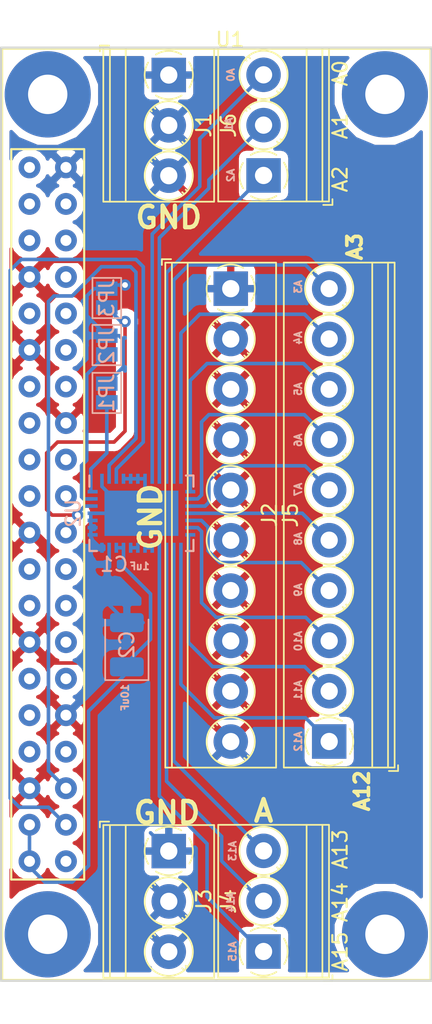
<source format=kicad_pcb>
(kicad_pcb (version 20171130) (host pcbnew "(5.0.0)")

  (general
    (thickness 1.6)
    (drawings 34)
    (tracks 188)
    (zones 0)
    (modules 13)
    (nets 54)
  )

  (page A4)
  (layers
    (0 F.Cu signal)
    (31 B.Cu signal)
    (32 B.Adhes user)
    (33 F.Adhes user)
    (34 B.Paste user)
    (35 F.Paste user)
    (36 B.SilkS user)
    (37 F.SilkS user)
    (38 B.Mask user)
    (39 F.Mask user)
    (40 Dwgs.User user)
    (41 Cmts.User user)
    (42 Eco1.User user)
    (43 Eco2.User user)
    (44 Edge.Cuts user)
    (45 Margin user)
    (46 B.CrtYd user)
    (47 F.CrtYd user)
    (48 B.Fab user)
    (49 F.Fab user)
  )

  (setup
    (last_trace_width 0.25)
    (trace_clearance 0.2)
    (zone_clearance 0.508)
    (zone_45_only no)
    (trace_min 0.2)
    (segment_width 0.2)
    (edge_width 0.15)
    (via_size 0.8)
    (via_drill 0.4)
    (via_min_size 0.4)
    (via_min_drill 0.3)
    (uvia_size 0.3)
    (uvia_drill 0.1)
    (uvias_allowed no)
    (uvia_min_size 0.2)
    (uvia_min_drill 0.1)
    (pcb_text_width 0.3)
    (pcb_text_size 1.5 1.5)
    (mod_edge_width 0.15)
    (mod_text_size 1 1)
    (mod_text_width 0.15)
    (pad_size 1.524 1.524)
    (pad_drill 0.762)
    (pad_to_mask_clearance 0.1)
    (aux_axis_origin 0 0)
    (visible_elements 7FFFFFFF)
    (pcbplotparams
      (layerselection 0x010fc_ffffffff)
      (usegerberextensions true)
      (usegerberattributes false)
      (usegerberadvancedattributes false)
      (creategerberjobfile false)
      (excludeedgelayer true)
      (linewidth 0.100000)
      (plotframeref false)
      (viasonmask false)
      (mode 1)
      (useauxorigin false)
      (hpglpennumber 1)
      (hpglpenspeed 20)
      (hpglpendiameter 15.000000)
      (psnegative false)
      (psa4output false)
      (plotreference true)
      (plotvalue true)
      (plotinvisibletext false)
      (padsonsilk false)
      (subtractmaskfromsilk false)
      (outputformat 4)
      (mirror false)
      (drillshape 0)
      (scaleselection 1)
      (outputdirectory "PDF"))
  )

  (net 0 "")
  (net 1 "Net-(U1-Pad40)")
  (net 2 GND)
  (net 3 "Net-(U1-Pad38)")
  (net 4 "Net-(U1-Pad37)")
  (net 5 "Net-(U1-Pad36)")
  (net 6 "Net-(U1-Pad35)")
  (net 7 "Net-(U1-Pad33)")
  (net 8 "Net-(U1-Pad32)")
  (net 9 "Net-(U1-Pad31)")
  (net 10 "Net-(U1-Pad29)")
  (net 11 "Net-(U1-Pad28)")
  (net 12 "Net-(U1-Pad27)")
  (net 13 "Net-(U1-Pad26)")
  (net 14 "Net-(U1-Pad24)")
  (net 15 "Net-(U1-Pad23)")
  (net 16 "Net-(U1-Pad22)")
  (net 17 "Net-(U1-Pad21)")
  (net 18 "Net-(U1-Pad19)")
  (net 19 "Net-(U1-Pad18)")
  (net 20 "Net-(U1-Pad17)")
  (net 21 "Net-(U1-Pad16)")
  (net 22 "Net-(U1-Pad15)")
  (net 23 "Net-(U1-Pad13)")
  (net 24 "Net-(U1-Pad12)")
  (net 25 "Net-(U1-Pad11)")
  (net 26 "Net-(U1-Pad10)")
  (net 27 "Net-(U1-Pad8)")
  (net 28 "Net-(U1-Pad7)")
  (net 29 SCL)
  (net 30 5V)
  (net 31 SDA)
  (net 32 "Net-(U1-Pad1)")
  (net 33 "Net-(U2-Pad24)")
  (net 34 "Net-(U2-Pad26)")
  (net 35 "Net-(JP1-Pad2)")
  (net 36 "Net-(JP2-Pad2)")
  (net 37 "Net-(JP3-Pad2)")
  (net 38 "Net-(J1-Pad1)")
  (net 39 "Net-(J1-Pad2)")
  (net 40 "Net-(J1-Pad3)")
  (net 41 "Net-(J2-Pad1)")
  (net 42 "Net-(J2-Pad2)")
  (net 43 "Net-(J2-Pad3)")
  (net 44 "Net-(J2-Pad4)")
  (net 45 "Net-(J2-Pad5)")
  (net 46 "Net-(J2-Pad6)")
  (net 47 "Net-(J2-Pad7)")
  (net 48 "Net-(J2-Pad8)")
  (net 49 "Net-(J2-Pad9)")
  (net 50 "Net-(J2-Pad10)")
  (net 51 "Net-(J3-Pad3)")
  (net 52 "Net-(J3-Pad2)")
  (net 53 "Net-(J3-Pad1)")

  (net_class Default "This is the default net class."
    (clearance 0.2)
    (trace_width 0.25)
    (via_dia 0.8)
    (via_drill 0.4)
    (uvia_dia 0.3)
    (uvia_drill 0.1)
    (add_net 5V)
    (add_net GND)
    (add_net "Net-(J1-Pad1)")
    (add_net "Net-(J1-Pad2)")
    (add_net "Net-(J1-Pad3)")
    (add_net "Net-(J2-Pad1)")
    (add_net "Net-(J2-Pad10)")
    (add_net "Net-(J2-Pad2)")
    (add_net "Net-(J2-Pad3)")
    (add_net "Net-(J2-Pad4)")
    (add_net "Net-(J2-Pad5)")
    (add_net "Net-(J2-Pad6)")
    (add_net "Net-(J2-Pad7)")
    (add_net "Net-(J2-Pad8)")
    (add_net "Net-(J2-Pad9)")
    (add_net "Net-(J3-Pad1)")
    (add_net "Net-(J3-Pad2)")
    (add_net "Net-(J3-Pad3)")
    (add_net "Net-(JP1-Pad2)")
    (add_net "Net-(JP2-Pad2)")
    (add_net "Net-(JP3-Pad2)")
    (add_net "Net-(U1-Pad1)")
    (add_net "Net-(U1-Pad10)")
    (add_net "Net-(U1-Pad11)")
    (add_net "Net-(U1-Pad12)")
    (add_net "Net-(U1-Pad13)")
    (add_net "Net-(U1-Pad15)")
    (add_net "Net-(U1-Pad16)")
    (add_net "Net-(U1-Pad17)")
    (add_net "Net-(U1-Pad18)")
    (add_net "Net-(U1-Pad19)")
    (add_net "Net-(U1-Pad21)")
    (add_net "Net-(U1-Pad22)")
    (add_net "Net-(U1-Pad23)")
    (add_net "Net-(U1-Pad24)")
    (add_net "Net-(U1-Pad26)")
    (add_net "Net-(U1-Pad27)")
    (add_net "Net-(U1-Pad28)")
    (add_net "Net-(U1-Pad29)")
    (add_net "Net-(U1-Pad31)")
    (add_net "Net-(U1-Pad32)")
    (add_net "Net-(U1-Pad33)")
    (add_net "Net-(U1-Pad35)")
    (add_net "Net-(U1-Pad36)")
    (add_net "Net-(U1-Pad37)")
    (add_net "Net-(U1-Pad38)")
    (add_net "Net-(U1-Pad40)")
    (add_net "Net-(U1-Pad7)")
    (add_net "Net-(U1-Pad8)")
    (add_net "Net-(U2-Pad24)")
    (add_net "Net-(U2-Pad26)")
    (add_net SCL)
    (add_net SDA)
  )

  (module Rob-5.0:RPi0_Template (layer F.Cu) (tedit 5BC70233) (tstamp 5BF782BD)
    (at 132.155001 117.550001)
    (path /5BD32615)
    (fp_text reference U1 (at 5.715 -35.56) (layer F.SilkS)
      (effects (font (size 1 1) (thickness 0.15)))
    )
    (fp_text value RPI0-Template (at 5.715 -37.465) (layer F.Fab)
      (effects (font (size 1 1) (thickness 0.15)))
    )
    (fp_line (start -4.445 22.86) (end -9.525 22.86) (layer F.SilkS) (width 0.15))
    (fp_line (start -4.445 -27.94) (end -4.445 22.86) (layer F.SilkS) (width 0.15))
    (fp_line (start -9.525 -27.94) (end -4.445 -27.94) (layer F.SilkS) (width 0.15))
    (fp_line (start -9.525 22.86) (end -9.525 -27.94) (layer F.SilkS) (width 0.15))
    (fp_line (start 19.685 29.845) (end -10.16 29.845) (layer F.SilkS) (width 0.15))
    (fp_line (start 19.685 -34.925) (end 19.685 29.845) (layer F.SilkS) (width 0.15))
    (fp_line (start -10.16 -34.925) (end 19.685 -34.925) (layer F.SilkS) (width 0.15))
    (fp_line (start -10.16 29.845) (end -10.16 -34.925) (layer F.SilkS) (width 0.15))
    (pad "" thru_hole circle (at 16.51 -31.75) (size 6 6) (drill 2.74) (layers *.Cu *.Mask))
    (pad "" thru_hole circle (at 16.51 26.67) (size 6 6) (drill 2.74) (layers *.Cu *.Mask))
    (pad "" thru_hole circle (at -6.985 -31.75) (size 6 6) (drill 2.74) (layers *.Cu *.Mask))
    (pad "" thru_hole circle (at -6.985 26.67) (size 6 6) (drill 2.74) (layers *.Cu *.Mask))
    (pad 40 thru_hole circle (at -8.255 -26.67) (size 1.524 1.524) (drill 0.762) (layers *.Cu *.Mask)
      (net 1 "Net-(U1-Pad40)"))
    (pad 39 thru_hole circle (at -5.715 -26.67) (size 1.524 1.524) (drill 0.762) (layers *.Cu *.Mask)
      (net 2 GND))
    (pad 38 thru_hole circle (at -8.255 -24.13) (size 1.524 1.524) (drill 0.762) (layers *.Cu *.Mask)
      (net 3 "Net-(U1-Pad38)"))
    (pad 37 thru_hole circle (at -5.715 -24.13) (size 1.524 1.524) (drill 0.762) (layers *.Cu *.Mask)
      (net 4 "Net-(U1-Pad37)"))
    (pad 36 thru_hole circle (at -8.255 -21.59) (size 1.524 1.524) (drill 0.762) (layers *.Cu *.Mask)
      (net 5 "Net-(U1-Pad36)"))
    (pad 35 thru_hole circle (at -5.715 -21.59) (size 1.524 1.524) (drill 0.762) (layers *.Cu *.Mask)
      (net 6 "Net-(U1-Pad35)"))
    (pad 34 thru_hole circle (at -8.255 -19.05) (size 1.524 1.524) (drill 0.762) (layers *.Cu *.Mask)
      (net 2 GND))
    (pad 33 thru_hole circle (at -5.715 -19.05) (size 1.524 1.524) (drill 0.762) (layers *.Cu *.Mask)
      (net 7 "Net-(U1-Pad33)"))
    (pad 32 thru_hole circle (at -8.255 -16.51) (size 1.524 1.524) (drill 0.762) (layers *.Cu *.Mask)
      (net 8 "Net-(U1-Pad32)"))
    (pad 31 thru_hole circle (at -5.715 -16.51) (size 1.524 1.524) (drill 0.762) (layers *.Cu *.Mask)
      (net 9 "Net-(U1-Pad31)"))
    (pad 30 thru_hole circle (at -8.255 -13.97) (size 1.524 1.524) (drill 0.762) (layers *.Cu *.Mask)
      (net 2 GND))
    (pad 29 thru_hole circle (at -5.715 -13.97) (size 1.524 1.524) (drill 0.762) (layers *.Cu *.Mask)
      (net 10 "Net-(U1-Pad29)"))
    (pad 28 thru_hole circle (at -8.255 -11.43) (size 1.524 1.524) (drill 0.762) (layers *.Cu *.Mask)
      (net 11 "Net-(U1-Pad28)"))
    (pad 27 thru_hole circle (at -5.715 -11.43) (size 1.524 1.524) (drill 0.762) (layers *.Cu *.Mask)
      (net 12 "Net-(U1-Pad27)"))
    (pad 26 thru_hole circle (at -8.255 -8.89) (size 1.524 1.524) (drill 0.762) (layers *.Cu *.Mask)
      (net 13 "Net-(U1-Pad26)"))
    (pad 25 thru_hole circle (at -5.715 -8.89) (size 1.524 1.524) (drill 0.762) (layers *.Cu *.Mask)
      (net 2 GND))
    (pad 24 thru_hole circle (at -8.255 -6.35) (size 1.524 1.524) (drill 0.762) (layers *.Cu *.Mask)
      (net 14 "Net-(U1-Pad24)"))
    (pad 23 thru_hole circle (at -5.715 -6.35) (size 1.524 1.524) (drill 0.762) (layers *.Cu *.Mask)
      (net 15 "Net-(U1-Pad23)"))
    (pad 22 thru_hole circle (at -8.255 -3.81) (size 1.524 1.524) (drill 0.762) (layers *.Cu *.Mask)
      (net 16 "Net-(U1-Pad22)"))
    (pad 21 thru_hole circle (at -5.715 -3.81) (size 1.524 1.524) (drill 0.762) (layers *.Cu *.Mask)
      (net 17 "Net-(U1-Pad21)"))
    (pad 20 thru_hole circle (at -8.255 -1.27) (size 1.524 1.524) (drill 0.762) (layers *.Cu *.Mask)
      (net 2 GND))
    (pad 19 thru_hole circle (at -5.715 -1.27) (size 1.524 1.524) (drill 0.762) (layers *.Cu *.Mask)
      (net 18 "Net-(U1-Pad19)"))
    (pad 18 thru_hole circle (at -8.255 1.27) (size 1.524 1.524) (drill 0.762) (layers *.Cu *.Mask)
      (net 19 "Net-(U1-Pad18)"))
    (pad 17 thru_hole circle (at -5.715 1.27) (size 1.524 1.524) (drill 0.762) (layers *.Cu *.Mask)
      (net 20 "Net-(U1-Pad17)"))
    (pad 16 thru_hole circle (at -8.255 3.81) (size 1.524 1.524) (drill 0.762) (layers *.Cu *.Mask)
      (net 21 "Net-(U1-Pad16)"))
    (pad 15 thru_hole circle (at -5.715 3.81) (size 1.524 1.524) (drill 0.762) (layers *.Cu *.Mask)
      (net 22 "Net-(U1-Pad15)"))
    (pad 14 thru_hole circle (at -8.255 6.35) (size 1.524 1.524) (drill 0.762) (layers *.Cu *.Mask)
      (net 2 GND))
    (pad 13 thru_hole circle (at -5.715 6.35) (size 1.524 1.524) (drill 0.762) (layers *.Cu *.Mask)
      (net 23 "Net-(U1-Pad13)"))
    (pad 12 thru_hole circle (at -8.255 8.89) (size 1.524 1.524) (drill 0.762) (layers *.Cu *.Mask)
      (net 24 "Net-(U1-Pad12)"))
    (pad 11 thru_hole circle (at -5.715 8.89) (size 1.524 1.524) (drill 0.762) (layers *.Cu *.Mask)
      (net 25 "Net-(U1-Pad11)"))
    (pad 10 thru_hole circle (at -8.255 11.43) (size 1.524 1.524) (drill 0.762) (layers *.Cu *.Mask)
      (net 26 "Net-(U1-Pad10)"))
    (pad 9 thru_hole circle (at -5.715 11.43) (size 1.524 1.524) (drill 0.762) (layers *.Cu *.Mask)
      (net 2 GND))
    (pad 8 thru_hole circle (at -8.255 13.97) (size 1.524 1.524) (drill 0.762) (layers *.Cu *.Mask)
      (net 27 "Net-(U1-Pad8)"))
    (pad 7 thru_hole circle (at -5.715 13.97) (size 1.524 1.524) (drill 0.762) (layers *.Cu *.Mask)
      (net 28 "Net-(U1-Pad7)"))
    (pad 6 thru_hole circle (at -8.255 16.51) (size 1.524 1.524) (drill 0.762) (layers *.Cu *.Mask)
      (net 2 GND))
    (pad 5 thru_hole circle (at -5.715 16.51) (size 1.524 1.524) (drill 0.762) (layers *.Cu *.Mask)
      (net 29 SCL))
    (pad 4 thru_hole circle (at -8.255 19.05) (size 1.524 1.524) (drill 0.762) (layers *.Cu *.Mask)
      (net 30 5V))
    (pad 3 thru_hole circle (at -5.715 19.05) (size 1.524 1.524) (drill 0.762) (layers *.Cu *.Mask)
      (net 31 SDA))
    (pad 2 thru_hole circle (at -8.255 21.59) (size 1.524 1.524) (drill 0.762) (layers *.Cu *.Mask)
      (net 30 5V))
    (pad 1 thru_hole circle (at -5.715 21.59) (size 1.524 1.524) (drill 0.762) (layers *.Cu *.Mask)
      (net 32 "Net-(U1-Pad1)"))
    (model ${KISYS3DMOD}/Connector_PinSocket_2.54mm.3dshapes/PinSocket_2x20_P2.54mm_Vertical.step
      (offset (xyz -8.25 26.75 -1.5))
      (scale (xyz 1 1 1))
      (rotate (xyz 0 180 0))
    )
  )

  (module Jumper:SolderJumper-2_P1.3mm_Open_Pad1.0x1.5mm (layer B.Cu) (tedit 5A3EABFC) (tstamp 5C15D3F3)
    (at 129.286 99.964 270)
    (descr "SMD Solder Jumper, 1x1.5mm Pads, 0.3mm gap, open")
    (tags "solder jumper open")
    (path /5BD9B751)
    (attr virtual)
    (fp_text reference JP3 (at -0.015 0 270) (layer B.SilkS)
      (effects (font (size 1 1) (thickness 0.15)) (justify mirror))
    )
    (fp_text value SolderJumper_2_Open (at 0 -1.9 270) (layer B.Fab)
      (effects (font (size 1 1) (thickness 0.15)) (justify mirror))
    )
    (fp_line (start -1.4 -1) (end -1.4 1) (layer B.SilkS) (width 0.12))
    (fp_line (start 1.4 -1) (end -1.4 -1) (layer B.SilkS) (width 0.12))
    (fp_line (start 1.4 1) (end 1.4 -1) (layer B.SilkS) (width 0.12))
    (fp_line (start -1.4 1) (end 1.4 1) (layer B.SilkS) (width 0.12))
    (fp_line (start -1.65 1.25) (end 1.65 1.25) (layer B.CrtYd) (width 0.05))
    (fp_line (start -1.65 1.25) (end -1.65 -1.25) (layer B.CrtYd) (width 0.05))
    (fp_line (start 1.65 -1.25) (end 1.65 1.25) (layer B.CrtYd) (width 0.05))
    (fp_line (start 1.65 -1.25) (end -1.65 -1.25) (layer B.CrtYd) (width 0.05))
    (pad 2 smd rect (at 0.65 0 270) (size 1 1.5) (layers B.Cu B.Mask)
      (net 37 "Net-(JP3-Pad2)"))
    (pad 1 smd rect (at -0.65 0 270) (size 1 1.5) (layers B.Cu B.Mask)
      (net 2 GND))
  )

  (module Capacitor_Tantalum_SMD:CP_EIA-3528-21_Kemet-B (layer B.Cu) (tedit 5B342532) (tstamp 5BF1C7ED)
    (at 130.683 124.079 90)
    (descr "Tantalum Capacitor SMD Kemet-B (3528-21 Metric), IPC_7351 nominal, (Body size from: http://www.kemet.com/Lists/ProductCatalog/Attachments/253/KEM_TC101_STD.pdf), generated with kicad-footprint-generator")
    (tags "capacitor tantalum")
    (path /5BD74AA3)
    (attr smd)
    (fp_text reference C2 (at 0 0 90) (layer B.SilkS)
      (effects (font (size 1 1) (thickness 0.15)) (justify mirror))
    )
    (fp_text value 10uF (at 0 -2.35 90) (layer B.Fab)
      (effects (font (size 1 1) (thickness 0.15)) (justify mirror))
    )
    (fp_line (start 1.75 1.4) (end -1.05 1.4) (layer B.Fab) (width 0.1))
    (fp_line (start -1.05 1.4) (end -1.75 0.7) (layer B.Fab) (width 0.1))
    (fp_line (start -1.75 0.7) (end -1.75 -1.4) (layer B.Fab) (width 0.1))
    (fp_line (start -1.75 -1.4) (end 1.75 -1.4) (layer B.Fab) (width 0.1))
    (fp_line (start 1.75 -1.4) (end 1.75 1.4) (layer B.Fab) (width 0.1))
    (fp_line (start 1.75 1.51) (end -2.46 1.51) (layer B.SilkS) (width 0.12))
    (fp_line (start -2.46 1.51) (end -2.46 -1.51) (layer B.SilkS) (width 0.12))
    (fp_line (start -2.46 -1.51) (end 1.75 -1.51) (layer B.SilkS) (width 0.12))
    (fp_line (start -2.45 -1.65) (end -2.45 1.65) (layer B.CrtYd) (width 0.05))
    (fp_line (start -2.45 1.65) (end 2.45 1.65) (layer B.CrtYd) (width 0.05))
    (fp_line (start 2.45 1.65) (end 2.45 -1.65) (layer B.CrtYd) (width 0.05))
    (fp_line (start 2.45 -1.65) (end -2.45 -1.65) (layer B.CrtYd) (width 0.05))
    (fp_text user %R (at 0 0 90) (layer B.Fab)
      (effects (font (size 0.88 0.88) (thickness 0.13)) (justify mirror))
    )
    (pad 1 smd roundrect (at -1.5375 0 90) (size 1.325 2.35) (layers B.Cu B.Paste B.Mask) (roundrect_rratio 0.188679)
      (net 30 5V))
    (pad 2 smd roundrect (at 1.5375 0 90) (size 1.325 2.35) (layers B.Cu B.Paste B.Mask) (roundrect_rratio 0.188679)
      (net 2 GND))
    (model ${KISYS3DMOD}/Capacitor_Tantalum_SMD.3dshapes/CP_EIA-3528-21_Kemet-B.wrl
      (at (xyz 0 0 0))
      (scale (xyz 1 1 1))
      (rotate (xyz 0 0 0))
    )
  )

  (module TerminalBlock_Phoenix:TerminalBlock_Phoenix_PT-1,5-3-3.5-H_1x03_P3.50mm_Horizontal (layer F.Cu) (tedit 5B294F3F) (tstamp 5BF7859B)
    (at 140.208 145.415 90)
    (descr "Terminal Block Phoenix PT-1,5-3-3.5-H, 3 pins, pitch 3.5mm, size 10.5x7.6mm^2, drill diamater 1.2mm, pad diameter 2.4mm, see , script-generated using https://github.com/pointhi/kicad-footprint-generator/scripts/TerminalBlock_Phoenix")
    (tags "THT Terminal Block Phoenix PT-1,5-3-3.5-H pitch 3.5mm size 10.5x7.6mm^2 drill 1.2mm pad 2.4mm")
    (path /5BD340F5)
    (fp_text reference J3 (at 3.5 -4.16 90) (layer F.SilkS)
      (effects (font (size 1 1) (thickness 0.15)))
    )
    (fp_text value Screw_Terminal_01x03 (at 3.5 5.56 90) (layer F.Fab)
      (effects (font (size 1 1) (thickness 0.15)))
    )
    (fp_text user %R (at 3.5 2.4 90) (layer F.Fab)
      (effects (font (size 1 1) (thickness 0.15)))
    )
    (fp_line (start 9.25 -3.6) (end -2.25 -3.6) (layer F.CrtYd) (width 0.05))
    (fp_line (start 9.25 5) (end 9.25 -3.6) (layer F.CrtYd) (width 0.05))
    (fp_line (start -2.25 5) (end 9.25 5) (layer F.CrtYd) (width 0.05))
    (fp_line (start -2.25 -3.6) (end -2.25 5) (layer F.CrtYd) (width 0.05))
    (fp_line (start -2.05 4.8) (end -1.65 4.8) (layer F.SilkS) (width 0.12))
    (fp_line (start -2.05 4.16) (end -2.05 4.8) (layer F.SilkS) (width 0.12))
    (fp_line (start 5.855 0.941) (end 5.726 1.069) (layer F.SilkS) (width 0.12))
    (fp_line (start 8.07 -1.275) (end 7.976 -1.181) (layer F.SilkS) (width 0.12))
    (fp_line (start 6.025 1.181) (end 5.931 1.274) (layer F.SilkS) (width 0.12))
    (fp_line (start 8.275 -1.069) (end 8.146 -0.941) (layer F.SilkS) (width 0.12))
    (fp_line (start 7.955 -1.138) (end 5.863 0.955) (layer F.Fab) (width 0.1))
    (fp_line (start 8.138 -0.955) (end 6.046 1.138) (layer F.Fab) (width 0.1))
    (fp_line (start 2.355 0.941) (end 2.226 1.069) (layer F.SilkS) (width 0.12))
    (fp_line (start 4.57 -1.275) (end 4.476 -1.181) (layer F.SilkS) (width 0.12))
    (fp_line (start 2.525 1.181) (end 2.431 1.274) (layer F.SilkS) (width 0.12))
    (fp_line (start 4.775 -1.069) (end 4.646 -0.941) (layer F.SilkS) (width 0.12))
    (fp_line (start 4.455 -1.138) (end 2.363 0.955) (layer F.Fab) (width 0.1))
    (fp_line (start 4.638 -0.955) (end 2.546 1.138) (layer F.Fab) (width 0.1))
    (fp_line (start 0.955 -1.138) (end -1.138 0.955) (layer F.Fab) (width 0.1))
    (fp_line (start 1.138 -0.955) (end -0.955 1.138) (layer F.Fab) (width 0.1))
    (fp_line (start 8.81 -3.16) (end 8.81 4.56) (layer F.SilkS) (width 0.12))
    (fp_line (start -1.81 -3.16) (end -1.81 4.56) (layer F.SilkS) (width 0.12))
    (fp_line (start -1.81 4.56) (end 8.81 4.56) (layer F.SilkS) (width 0.12))
    (fp_line (start -1.81 -3.16) (end 8.81 -3.16) (layer F.SilkS) (width 0.12))
    (fp_line (start -1.81 3) (end 8.81 3) (layer F.SilkS) (width 0.12))
    (fp_line (start -1.75 3) (end 8.75 3) (layer F.Fab) (width 0.1))
    (fp_line (start -1.81 4.1) (end 8.81 4.1) (layer F.SilkS) (width 0.12))
    (fp_line (start -1.75 4.1) (end 8.75 4.1) (layer F.Fab) (width 0.1))
    (fp_line (start -1.75 4.1) (end -1.75 -3.1) (layer F.Fab) (width 0.1))
    (fp_line (start -1.35 4.5) (end -1.75 4.1) (layer F.Fab) (width 0.1))
    (fp_line (start 8.75 4.5) (end -1.35 4.5) (layer F.Fab) (width 0.1))
    (fp_line (start 8.75 -3.1) (end 8.75 4.5) (layer F.Fab) (width 0.1))
    (fp_line (start -1.75 -3.1) (end 8.75 -3.1) (layer F.Fab) (width 0.1))
    (fp_circle (center 7 0) (end 8.68 0) (layer F.SilkS) (width 0.12))
    (fp_circle (center 7 0) (end 8.5 0) (layer F.Fab) (width 0.1))
    (fp_circle (center 3.5 0) (end 5.18 0) (layer F.SilkS) (width 0.12))
    (fp_circle (center 3.5 0) (end 5 0) (layer F.Fab) (width 0.1))
    (fp_circle (center 0 0) (end 1.5 0) (layer F.Fab) (width 0.1))
    (fp_arc (start 0 0) (end -0.866 1.44) (angle -32) (layer F.SilkS) (width 0.12))
    (fp_arc (start 0 0) (end -1.44 -0.866) (angle -63) (layer F.SilkS) (width 0.12))
    (fp_arc (start 0 0) (end 0.866 -1.44) (angle -63) (layer F.SilkS) (width 0.12))
    (fp_arc (start 0 0) (end 1.425 0.891) (angle -64) (layer F.SilkS) (width 0.12))
    (fp_arc (start 0 0) (end 0 1.68) (angle -32) (layer F.SilkS) (width 0.12))
    (pad 3 thru_hole circle (at 7 0 90) (size 2.4 2.4) (drill 1.2) (layers *.Cu *.Mask)
      (net 51 "Net-(J3-Pad3)"))
    (pad 2 thru_hole circle (at 3.5 0 90) (size 2.4 2.4) (drill 1.2) (layers *.Cu *.Mask)
      (net 52 "Net-(J3-Pad2)"))
    (pad 1 thru_hole rect (at 0 0 90) (size 2.4 2.4) (drill 1.2) (layers *.Cu *.Mask)
      (net 53 "Net-(J3-Pad1)"))
    (model ${KISYS3DMOD}/TerminalBlock_Phoenix.3dshapes/TerminalBlock_Phoenix_PT-1,5-3-3.5-H_1x03_P3.50mm_Horizontal.wrl
      (at (xyz 0 0 0))
      (scale (xyz 1 1 1))
      (rotate (xyz 0 0 0))
    )
    (model ${KISYS3DMOD}/Terminal_Blocks.3dshapes/Pheonix_PT-3-3.5mm.wrl
      (at (xyz 0 0 0))
      (scale (xyz 1 1 1))
      (rotate (xyz 0 0 0))
    )
  )

  (module TerminalBlock_Phoenix:TerminalBlock_Phoenix_PT-1,5-3-3.5-H_1x03_P3.50mm_Horizontal (layer F.Cu) (tedit 5B294F3F) (tstamp 5C1428EC)
    (at 133.604 138.43 270)
    (descr "Terminal Block Phoenix PT-1,5-3-3.5-H, 3 pins, pitch 3.5mm, size 10.5x7.6mm^2, drill diamater 1.2mm, pad diameter 2.4mm, see , script-generated using https://github.com/pointhi/kicad-footprint-generator/scripts/TerminalBlock_Phoenix")
    (tags "THT Terminal Block Phoenix PT-1,5-3-3.5-H pitch 3.5mm size 10.5x7.6mm^2 drill 1.2mm pad 2.4mm")
    (path /5BD76CF2)
    (fp_text reference J4 (at 3.5 -4.16 270) (layer F.SilkS)
      (effects (font (size 1 1) (thickness 0.15)))
    )
    (fp_text value Screw_Terminal_01x03 (at 3.5 5.56 270) (layer F.Fab)
      (effects (font (size 1 1) (thickness 0.15)))
    )
    (fp_arc (start 0 0) (end 0 1.68) (angle -32) (layer F.SilkS) (width 0.12))
    (fp_arc (start 0 0) (end 1.425 0.891) (angle -64) (layer F.SilkS) (width 0.12))
    (fp_arc (start 0 0) (end 0.866 -1.44) (angle -63) (layer F.SilkS) (width 0.12))
    (fp_arc (start 0 0) (end -1.44 -0.866) (angle -63) (layer F.SilkS) (width 0.12))
    (fp_arc (start 0 0) (end -0.866 1.44) (angle -32) (layer F.SilkS) (width 0.12))
    (fp_circle (center 0 0) (end 1.5 0) (layer F.Fab) (width 0.1))
    (fp_circle (center 3.5 0) (end 5 0) (layer F.Fab) (width 0.1))
    (fp_circle (center 3.5 0) (end 5.18 0) (layer F.SilkS) (width 0.12))
    (fp_circle (center 7 0) (end 8.5 0) (layer F.Fab) (width 0.1))
    (fp_circle (center 7 0) (end 8.68 0) (layer F.SilkS) (width 0.12))
    (fp_line (start -1.75 -3.1) (end 8.75 -3.1) (layer F.Fab) (width 0.1))
    (fp_line (start 8.75 -3.1) (end 8.75 4.5) (layer F.Fab) (width 0.1))
    (fp_line (start 8.75 4.5) (end -1.35 4.5) (layer F.Fab) (width 0.1))
    (fp_line (start -1.35 4.5) (end -1.75 4.1) (layer F.Fab) (width 0.1))
    (fp_line (start -1.75 4.1) (end -1.75 -3.1) (layer F.Fab) (width 0.1))
    (fp_line (start -1.75 4.1) (end 8.75 4.1) (layer F.Fab) (width 0.1))
    (fp_line (start -1.81 4.1) (end 8.81 4.1) (layer F.SilkS) (width 0.12))
    (fp_line (start -1.75 3) (end 8.75 3) (layer F.Fab) (width 0.1))
    (fp_line (start -1.81 3) (end 8.81 3) (layer F.SilkS) (width 0.12))
    (fp_line (start -1.81 -3.16) (end 8.81 -3.16) (layer F.SilkS) (width 0.12))
    (fp_line (start -1.81 4.56) (end 8.81 4.56) (layer F.SilkS) (width 0.12))
    (fp_line (start -1.81 -3.16) (end -1.81 4.56) (layer F.SilkS) (width 0.12))
    (fp_line (start 8.81 -3.16) (end 8.81 4.56) (layer F.SilkS) (width 0.12))
    (fp_line (start 1.138 -0.955) (end -0.955 1.138) (layer F.Fab) (width 0.1))
    (fp_line (start 0.955 -1.138) (end -1.138 0.955) (layer F.Fab) (width 0.1))
    (fp_line (start 4.638 -0.955) (end 2.546 1.138) (layer F.Fab) (width 0.1))
    (fp_line (start 4.455 -1.138) (end 2.363 0.955) (layer F.Fab) (width 0.1))
    (fp_line (start 4.775 -1.069) (end 4.646 -0.941) (layer F.SilkS) (width 0.12))
    (fp_line (start 2.525 1.181) (end 2.431 1.274) (layer F.SilkS) (width 0.12))
    (fp_line (start 4.57 -1.275) (end 4.476 -1.181) (layer F.SilkS) (width 0.12))
    (fp_line (start 2.355 0.941) (end 2.226 1.069) (layer F.SilkS) (width 0.12))
    (fp_line (start 8.138 -0.955) (end 6.046 1.138) (layer F.Fab) (width 0.1))
    (fp_line (start 7.955 -1.138) (end 5.863 0.955) (layer F.Fab) (width 0.1))
    (fp_line (start 8.275 -1.069) (end 8.146 -0.941) (layer F.SilkS) (width 0.12))
    (fp_line (start 6.025 1.181) (end 5.931 1.274) (layer F.SilkS) (width 0.12))
    (fp_line (start 8.07 -1.275) (end 7.976 -1.181) (layer F.SilkS) (width 0.12))
    (fp_line (start 5.855 0.941) (end 5.726 1.069) (layer F.SilkS) (width 0.12))
    (fp_line (start -2.05 4.16) (end -2.05 4.8) (layer F.SilkS) (width 0.12))
    (fp_line (start -2.05 4.8) (end -1.65 4.8) (layer F.SilkS) (width 0.12))
    (fp_line (start -2.25 -3.6) (end -2.25 5) (layer F.CrtYd) (width 0.05))
    (fp_line (start -2.25 5) (end 9.25 5) (layer F.CrtYd) (width 0.05))
    (fp_line (start 9.25 5) (end 9.25 -3.6) (layer F.CrtYd) (width 0.05))
    (fp_line (start 9.25 -3.6) (end -2.25 -3.6) (layer F.CrtYd) (width 0.05))
    (fp_text user %R (at 3.5 2.4 270) (layer F.Fab)
      (effects (font (size 1 1) (thickness 0.15)))
    )
    (pad 1 thru_hole rect (at 0 0 270) (size 2.4 2.4) (drill 1.2) (layers *.Cu *.Mask)
      (net 2 GND))
    (pad 2 thru_hole circle (at 3.5 0 270) (size 2.4 2.4) (drill 1.2) (layers *.Cu *.Mask)
      (net 2 GND))
    (pad 3 thru_hole circle (at 7 0 270) (size 2.4 2.4) (drill 1.2) (layers *.Cu *.Mask)
      (net 2 GND))
    (model ${KISYS3DMOD}/TerminalBlock_Phoenix.3dshapes/TerminalBlock_Phoenix_PT-1,5-3-3.5-H_1x03_P3.50mm_Horizontal.wrl
      (at (xyz 0 0 0))
      (scale (xyz 1 1 1))
      (rotate (xyz 0 0 0))
    )
    (model ${KISYS3DMOD}/Terminal_Blocks.3dshapes/Pheonix_PT-3-3.5mm.wrl
      (at (xyz 0 0 0))
      (scale (xyz 1 1 1))
      (rotate (xyz 0 0 0))
    )
  )

  (module TerminalBlock_Phoenix:TerminalBlock_Phoenix_PT-1,5-3-3.5-H_1x03_P3.50mm_Horizontal (layer F.Cu) (tedit 5B294F3F) (tstamp 5BF769CB)
    (at 140.208 91.44 90)
    (descr "Terminal Block Phoenix PT-1,5-3-3.5-H, 3 pins, pitch 3.5mm, size 10.5x7.6mm^2, drill diamater 1.2mm, pad diameter 2.4mm, see , script-generated using https://github.com/pointhi/kicad-footprint-generator/scripts/TerminalBlock_Phoenix")
    (tags "THT Terminal Block Phoenix PT-1,5-3-3.5-H pitch 3.5mm size 10.5x7.6mm^2 drill 1.2mm pad 2.4mm")
    (path /5BD340B6)
    (fp_text reference J1 (at 3.5 -4.16 90) (layer F.SilkS)
      (effects (font (size 1 1) (thickness 0.15)))
    )
    (fp_text value Screw_Terminal_01x03 (at 3.5 5.56 90) (layer F.Fab)
      (effects (font (size 1 1) (thickness 0.15)))
    )
    (fp_arc (start 0 0) (end 0 1.68) (angle -32) (layer F.SilkS) (width 0.12))
    (fp_arc (start 0 0) (end 1.425 0.891) (angle -64) (layer F.SilkS) (width 0.12))
    (fp_arc (start 0 0) (end 0.866 -1.44) (angle -63) (layer F.SilkS) (width 0.12))
    (fp_arc (start 0 0) (end -1.44 -0.866) (angle -63) (layer F.SilkS) (width 0.12))
    (fp_arc (start 0 0) (end -0.866 1.44) (angle -32) (layer F.SilkS) (width 0.12))
    (fp_circle (center 0 0) (end 1.5 0) (layer F.Fab) (width 0.1))
    (fp_circle (center 3.5 0) (end 5 0) (layer F.Fab) (width 0.1))
    (fp_circle (center 3.5 0) (end 5.18 0) (layer F.SilkS) (width 0.12))
    (fp_circle (center 7 0) (end 8.5 0) (layer F.Fab) (width 0.1))
    (fp_circle (center 7 0) (end 8.68 0) (layer F.SilkS) (width 0.12))
    (fp_line (start -1.75 -3.1) (end 8.75 -3.1) (layer F.Fab) (width 0.1))
    (fp_line (start 8.75 -3.1) (end 8.75 4.5) (layer F.Fab) (width 0.1))
    (fp_line (start 8.75 4.5) (end -1.35 4.5) (layer F.Fab) (width 0.1))
    (fp_line (start -1.35 4.5) (end -1.75 4.1) (layer F.Fab) (width 0.1))
    (fp_line (start -1.75 4.1) (end -1.75 -3.1) (layer F.Fab) (width 0.1))
    (fp_line (start -1.75 4.1) (end 8.75 4.1) (layer F.Fab) (width 0.1))
    (fp_line (start -1.81 4.1) (end 8.81 4.1) (layer F.SilkS) (width 0.12))
    (fp_line (start -1.75 3) (end 8.75 3) (layer F.Fab) (width 0.1))
    (fp_line (start -1.81 3) (end 8.81 3) (layer F.SilkS) (width 0.12))
    (fp_line (start -1.81 -3.16) (end 8.81 -3.16) (layer F.SilkS) (width 0.12))
    (fp_line (start -1.81 4.56) (end 8.81 4.56) (layer F.SilkS) (width 0.12))
    (fp_line (start -1.81 -3.16) (end -1.81 4.56) (layer F.SilkS) (width 0.12))
    (fp_line (start 8.81 -3.16) (end 8.81 4.56) (layer F.SilkS) (width 0.12))
    (fp_line (start 1.138 -0.955) (end -0.955 1.138) (layer F.Fab) (width 0.1))
    (fp_line (start 0.955 -1.138) (end -1.138 0.955) (layer F.Fab) (width 0.1))
    (fp_line (start 4.638 -0.955) (end 2.546 1.138) (layer F.Fab) (width 0.1))
    (fp_line (start 4.455 -1.138) (end 2.363 0.955) (layer F.Fab) (width 0.1))
    (fp_line (start 4.775 -1.069) (end 4.646 -0.941) (layer F.SilkS) (width 0.12))
    (fp_line (start 2.525 1.181) (end 2.431 1.274) (layer F.SilkS) (width 0.12))
    (fp_line (start 4.57 -1.275) (end 4.476 -1.181) (layer F.SilkS) (width 0.12))
    (fp_line (start 2.355 0.941) (end 2.226 1.069) (layer F.SilkS) (width 0.12))
    (fp_line (start 8.138 -0.955) (end 6.046 1.138) (layer F.Fab) (width 0.1))
    (fp_line (start 7.955 -1.138) (end 5.863 0.955) (layer F.Fab) (width 0.1))
    (fp_line (start 8.275 -1.069) (end 8.146 -0.941) (layer F.SilkS) (width 0.12))
    (fp_line (start 6.025 1.181) (end 5.931 1.274) (layer F.SilkS) (width 0.12))
    (fp_line (start 8.07 -1.275) (end 7.976 -1.181) (layer F.SilkS) (width 0.12))
    (fp_line (start 5.855 0.941) (end 5.726 1.069) (layer F.SilkS) (width 0.12))
    (fp_line (start -2.05 4.16) (end -2.05 4.8) (layer F.SilkS) (width 0.12))
    (fp_line (start -2.05 4.8) (end -1.65 4.8) (layer F.SilkS) (width 0.12))
    (fp_line (start -2.25 -3.6) (end -2.25 5) (layer F.CrtYd) (width 0.05))
    (fp_line (start -2.25 5) (end 9.25 5) (layer F.CrtYd) (width 0.05))
    (fp_line (start 9.25 5) (end 9.25 -3.6) (layer F.CrtYd) (width 0.05))
    (fp_line (start 9.25 -3.6) (end -2.25 -3.6) (layer F.CrtYd) (width 0.05))
    (fp_text user %R (at 3.5 2.4 90) (layer F.Fab)
      (effects (font (size 1 1) (thickness 0.15)))
    )
    (pad 1 thru_hole rect (at 0 0 90) (size 2.4 2.4) (drill 1.2) (layers *.Cu *.Mask)
      (net 38 "Net-(J1-Pad1)"))
    (pad 2 thru_hole circle (at 3.5 0 90) (size 2.4 2.4) (drill 1.2) (layers *.Cu *.Mask)
      (net 39 "Net-(J1-Pad2)"))
    (pad 3 thru_hole circle (at 7 0 90) (size 2.4 2.4) (drill 1.2) (layers *.Cu *.Mask)
      (net 40 "Net-(J1-Pad3)"))
    (model ${KISYS3DMOD}/TerminalBlock_Phoenix.3dshapes/TerminalBlock_Phoenix_PT-1,5-3-3.5-H_1x03_P3.50mm_Horizontal.wrl
      (at (xyz 0 0 0))
      (scale (xyz 1 1 1))
      (rotate (xyz 0 0 0))
    )
    (model ${KISYS3DMOD}/Terminal_Blocks.3dshapes/Pheonix_PT-3-3.5mm.wrl
      (at (xyz 0 0 0))
      (scale (xyz 1 1 1))
      (rotate (xyz 0 0 0))
    )
  )

  (module TerminalBlock_Phoenix:TerminalBlock_Phoenix_PT-1,5-10-3.5-H_1x10_P3.50mm_Horizontal (layer F.Cu) (tedit 5BE01EB1) (tstamp 5BF773EB)
    (at 144.78 130.81 90)
    (descr "Terminal Block Phoenix PT-1,5-10-3.5-H, 10 pins, pitch 3.5mm, size 35x7.6mm^2, drill diamater 1.2mm, pad diameter 2.4mm, see , script-generated using https://github.com/pointhi/kicad-footprint-generator/scripts/TerminalBlock_Phoenix")
    (tags "THT Terminal Block Phoenix PT-1,5-10-3.5-H pitch 3.5mm size 35x7.6mm^2 drill 1.2mm pad 2.4mm")
    (path /5BD33FCE)
    (fp_text reference J2 (at 15.75 -4.16 90) (layer F.SilkS)
      (effects (font (size 1 1) (thickness 0.15)))
    )
    (fp_text value Screw_Terminal_01x10 (at 15.75 5.56 90) (layer F.Fab)
      (effects (font (size 1 1) (thickness 0.15)))
    )
    (fp_arc (start 0 0) (end 0 1.68) (angle -32) (layer F.SilkS) (width 0.12))
    (fp_arc (start 0 0) (end 1.425 0.891) (angle -64) (layer F.SilkS) (width 0.12))
    (fp_arc (start 0 0) (end 0.866 -1.44) (angle -63) (layer F.SilkS) (width 0.12))
    (fp_arc (start 0 0) (end -1.44 -0.866) (angle -63) (layer F.SilkS) (width 0.12))
    (fp_arc (start 0 0) (end -0.866 1.44) (angle -32) (layer F.SilkS) (width 0.12))
    (fp_circle (center 0 0) (end 1.5 0) (layer F.Fab) (width 0.1))
    (fp_circle (center 3.5 0) (end 5 0) (layer F.Fab) (width 0.1))
    (fp_circle (center 3.5 0) (end 5.18 0) (layer F.SilkS) (width 0.12))
    (fp_circle (center 7 0) (end 8.5 0) (layer F.Fab) (width 0.1))
    (fp_circle (center 7 0) (end 8.68 0) (layer F.SilkS) (width 0.12))
    (fp_circle (center 10.5 0) (end 12 0) (layer F.Fab) (width 0.1))
    (fp_circle (center 10.5 0) (end 12.18 0) (layer F.SilkS) (width 0.12))
    (fp_circle (center 14 0) (end 15.5 0) (layer F.Fab) (width 0.1))
    (fp_circle (center 14 0) (end 15.68 0) (layer F.SilkS) (width 0.12))
    (fp_circle (center 17.5 0) (end 19 0) (layer F.Fab) (width 0.1))
    (fp_circle (center 17.5 0) (end 19.18 0) (layer F.SilkS) (width 0.12))
    (fp_circle (center 21 0) (end 22.5 0) (layer F.Fab) (width 0.1))
    (fp_circle (center 21 0) (end 22.68 0) (layer F.SilkS) (width 0.12))
    (fp_circle (center 24.5 0) (end 26 0) (layer F.Fab) (width 0.1))
    (fp_circle (center 24.5 0) (end 26.18 0) (layer F.SilkS) (width 0.12))
    (fp_circle (center 28 0) (end 29.5 0) (layer F.Fab) (width 0.1))
    (fp_circle (center 28 0) (end 29.68 0) (layer F.SilkS) (width 0.12))
    (fp_circle (center 31.5 0) (end 33 0) (layer F.Fab) (width 0.1))
    (fp_circle (center 31.5 0) (end 33.18 0) (layer F.SilkS) (width 0.12))
    (fp_line (start -1.75 -3.1) (end 33.25 -3.1) (layer F.Fab) (width 0.1))
    (fp_line (start 33.25 -3.1) (end 33.25 4.5) (layer F.Fab) (width 0.1))
    (fp_line (start 33.25 4.5) (end -1.35 4.5) (layer F.Fab) (width 0.1))
    (fp_line (start -1.35 4.5) (end -1.75 4.1) (layer F.Fab) (width 0.1))
    (fp_line (start -1.75 4.1) (end -1.75 -3.1) (layer F.Fab) (width 0.1))
    (fp_line (start -1.75 4.1) (end 33.25 4.1) (layer F.Fab) (width 0.1))
    (fp_line (start -1.81 4.1) (end 33.31 4.1) (layer F.SilkS) (width 0.12))
    (fp_line (start -1.75 3) (end 33.25 3) (layer F.Fab) (width 0.1))
    (fp_line (start -1.81 3) (end 33.31 3) (layer F.SilkS) (width 0.12))
    (fp_line (start -1.81 -3.16) (end 33.31 -3.16) (layer F.SilkS) (width 0.12))
    (fp_line (start -1.81 4.56) (end 33.31 4.56) (layer F.SilkS) (width 0.12))
    (fp_line (start -1.81 -3.16) (end -1.81 4.56) (layer F.SilkS) (width 0.12))
    (fp_line (start 33.31 -3.16) (end 33.31 4.56) (layer F.SilkS) (width 0.12))
    (fp_line (start 1.138 -0.955) (end -0.955 1.138) (layer F.Fab) (width 0.1))
    (fp_line (start 0.955 -1.138) (end -1.138 0.955) (layer F.Fab) (width 0.1))
    (fp_line (start 4.638 -0.955) (end 2.546 1.138) (layer F.Fab) (width 0.1))
    (fp_line (start 4.455 -1.138) (end 2.363 0.955) (layer F.Fab) (width 0.1))
    (fp_line (start 4.775 -1.069) (end 4.646 -0.941) (layer F.SilkS) (width 0.12))
    (fp_line (start 2.525 1.181) (end 2.431 1.274) (layer F.SilkS) (width 0.12))
    (fp_line (start 4.57 -1.275) (end 4.476 -1.181) (layer F.SilkS) (width 0.12))
    (fp_line (start 2.355 0.941) (end 2.226 1.069) (layer F.SilkS) (width 0.12))
    (fp_line (start 8.138 -0.955) (end 6.046 1.138) (layer F.Fab) (width 0.1))
    (fp_line (start 7.955 -1.138) (end 5.863 0.955) (layer F.Fab) (width 0.1))
    (fp_line (start 8.275 -1.069) (end 8.146 -0.941) (layer F.SilkS) (width 0.12))
    (fp_line (start 6.025 1.181) (end 5.931 1.274) (layer F.SilkS) (width 0.12))
    (fp_line (start 8.07 -1.275) (end 7.976 -1.181) (layer F.SilkS) (width 0.12))
    (fp_line (start 5.855 0.941) (end 5.726 1.069) (layer F.SilkS) (width 0.12))
    (fp_line (start 11.638 -0.955) (end 9.546 1.138) (layer F.Fab) (width 0.1))
    (fp_line (start 11.455 -1.138) (end 9.363 0.955) (layer F.Fab) (width 0.1))
    (fp_line (start 11.775 -1.069) (end 11.646 -0.941) (layer F.SilkS) (width 0.12))
    (fp_line (start 9.525 1.181) (end 9.431 1.274) (layer F.SilkS) (width 0.12))
    (fp_line (start 11.57 -1.275) (end 11.476 -1.181) (layer F.SilkS) (width 0.12))
    (fp_line (start 9.355 0.941) (end 9.226 1.069) (layer F.SilkS) (width 0.12))
    (fp_line (start 15.138 -0.955) (end 13.046 1.138) (layer F.Fab) (width 0.1))
    (fp_line (start 14.955 -1.138) (end 12.863 0.955) (layer F.Fab) (width 0.1))
    (fp_line (start 15.275 -1.069) (end 15.146 -0.941) (layer F.SilkS) (width 0.12))
    (fp_line (start 13.025 1.181) (end 12.931 1.274) (layer F.SilkS) (width 0.12))
    (fp_line (start 15.07 -1.275) (end 14.976 -1.181) (layer F.SilkS) (width 0.12))
    (fp_line (start 12.855 0.941) (end 12.726 1.069) (layer F.SilkS) (width 0.12))
    (fp_line (start 18.638 -0.955) (end 16.546 1.138) (layer F.Fab) (width 0.1))
    (fp_line (start 18.455 -1.138) (end 16.363 0.955) (layer F.Fab) (width 0.1))
    (fp_line (start 18.775 -1.069) (end 18.646 -0.941) (layer F.SilkS) (width 0.12))
    (fp_line (start 16.525 1.181) (end 16.431 1.274) (layer F.SilkS) (width 0.12))
    (fp_line (start 18.57 -1.275) (end 18.476 -1.181) (layer F.SilkS) (width 0.12))
    (fp_line (start 16.355 0.941) (end 16.226 1.069) (layer F.SilkS) (width 0.12))
    (fp_line (start 22.138 -0.955) (end 20.046 1.138) (layer F.Fab) (width 0.1))
    (fp_line (start 21.955 -1.138) (end 19.863 0.955) (layer F.Fab) (width 0.1))
    (fp_line (start 22.275 -1.069) (end 22.146 -0.941) (layer F.SilkS) (width 0.12))
    (fp_line (start 20.025 1.181) (end 19.931 1.274) (layer F.SilkS) (width 0.12))
    (fp_line (start 22.07 -1.275) (end 21.976 -1.181) (layer F.SilkS) (width 0.12))
    (fp_line (start 19.855 0.941) (end 19.726 1.069) (layer F.SilkS) (width 0.12))
    (fp_line (start 25.638 -0.955) (end 23.546 1.138) (layer F.Fab) (width 0.1))
    (fp_line (start 25.455 -1.138) (end 23.363 0.955) (layer F.Fab) (width 0.1))
    (fp_line (start 25.775 -1.069) (end 25.646 -0.941) (layer F.SilkS) (width 0.12))
    (fp_line (start 23.525 1.181) (end 23.431 1.274) (layer F.SilkS) (width 0.12))
    (fp_line (start 25.57 -1.275) (end 25.476 -1.181) (layer F.SilkS) (width 0.12))
    (fp_line (start 23.355 0.941) (end 23.226 1.069) (layer F.SilkS) (width 0.12))
    (fp_line (start 29.138 -0.955) (end 27.046 1.138) (layer F.Fab) (width 0.1))
    (fp_line (start 28.955 -1.138) (end 26.863 0.955) (layer F.Fab) (width 0.1))
    (fp_line (start 29.275 -1.069) (end 29.146 -0.941) (layer F.SilkS) (width 0.12))
    (fp_line (start 27.025 1.181) (end 26.931 1.274) (layer F.SilkS) (width 0.12))
    (fp_line (start 29.07 -1.275) (end 28.976 -1.181) (layer F.SilkS) (width 0.12))
    (fp_line (start 26.855 0.941) (end 26.726 1.069) (layer F.SilkS) (width 0.12))
    (fp_line (start 32.638 -0.955) (end 30.546 1.138) (layer F.Fab) (width 0.1))
    (fp_line (start 32.455 -1.138) (end 30.363 0.955) (layer F.Fab) (width 0.1))
    (fp_line (start 32.775 -1.069) (end 32.646 -0.941) (layer F.SilkS) (width 0.12))
    (fp_line (start 30.525 1.181) (end 30.431 1.274) (layer F.SilkS) (width 0.12))
    (fp_line (start 32.57 -1.275) (end 32.476 -1.181) (layer F.SilkS) (width 0.12))
    (fp_line (start 30.355 0.941) (end 30.226 1.069) (layer F.SilkS) (width 0.12))
    (fp_line (start -2.05 4.16) (end -2.05 4.8) (layer F.SilkS) (width 0.12))
    (fp_line (start -2.05 4.8) (end -1.65 4.8) (layer F.SilkS) (width 0.12))
    (fp_line (start -2.25 -3.6) (end -2.25 5) (layer F.CrtYd) (width 0.05))
    (fp_line (start -2.25 5) (end 33.75 5) (layer F.CrtYd) (width 0.05))
    (fp_line (start 33.75 5) (end 33.75 -3.6) (layer F.CrtYd) (width 0.05))
    (fp_line (start 33.75 -3.6) (end -2.25 -3.6) (layer F.CrtYd) (width 0.05))
    (fp_text user %R (at 15.75 2.4 90) (layer F.Fab)
      (effects (font (size 1 1) (thickness 0.15)))
    )
    (pad 1 thru_hole rect (at 0 0 90) (size 2.4 2.4) (drill 1.2) (layers *.Cu *.Mask)
      (net 41 "Net-(J2-Pad1)"))
    (pad 2 thru_hole circle (at 3.5 0 90) (size 2.4 2.4) (drill 1.2) (layers *.Cu *.Mask)
      (net 42 "Net-(J2-Pad2)"))
    (pad 3 thru_hole circle (at 7 0 90) (size 2.4 2.4) (drill 1.2) (layers *.Cu *.Mask)
      (net 43 "Net-(J2-Pad3)"))
    (pad 4 thru_hole circle (at 10.5 0 90) (size 2.4 2.4) (drill 1.2) (layers *.Cu *.Mask)
      (net 44 "Net-(J2-Pad4)"))
    (pad 5 thru_hole circle (at 14 0 90) (size 2.4 2.4) (drill 1.2) (layers *.Cu *.Mask)
      (net 45 "Net-(J2-Pad5)"))
    (pad 6 thru_hole circle (at 17.5 0 90) (size 2.4 2.4) (drill 1.2) (layers *.Cu *.Mask)
      (net 46 "Net-(J2-Pad6)"))
    (pad 7 thru_hole circle (at 21 0 90) (size 2.4 2.4) (drill 1.2) (layers *.Cu *.Mask)
      (net 47 "Net-(J2-Pad7)"))
    (pad 8 thru_hole circle (at 24.5 0 90) (size 2.4 2.4) (drill 1.2) (layers *.Cu *.Mask)
      (net 48 "Net-(J2-Pad8)"))
    (pad 9 thru_hole circle (at 28 0 90) (size 2.4 2.4) (drill 1.2) (layers *.Cu *.Mask)
      (net 49 "Net-(J2-Pad9)"))
    (pad 10 thru_hole circle (at 31.5 0 90) (size 2.4 2.4) (drill 1.2) (layers *.Cu *.Mask)
      (net 50 "Net-(J2-Pad10)"))
    (model ${KISYS3DMOD}/TerminalBlock_Phoenix.3dshapes/TerminalBlock_Phoenix_PT-1,5-10-3.5-H_1x10_P3.50mm_Horizontal.wrl
      (at (xyz 0 0 0))
      (scale (xyz 1 1 1))
      (rotate (xyz 0 0 0))
    )
    (model ${KISYS3DMOD}/Terminal_Blocks.3dshapes/Pheonix_PT-10-3.5mm.wrl
      (offset (xyz 15.8 -0.5 0))
      (scale (xyz 1 1 1))
      (rotate (xyz 0 0 0))
    )
  )

  (module Capacitor_SMD:C_0402_1005Metric (layer B.Cu) (tedit 5B301BBE) (tstamp 5C0F7ECD)
    (at 129.794 118.491 180)
    (descr "Capacitor SMD 0402 (1005 Metric), square (rectangular) end terminal, IPC_7351 nominal, (Body size source: http://www.tortai-tech.com/upload/download/2011102023233369053.pdf), generated with kicad-footprint-generator")
    (tags capacitor)
    (path /5BD6FAC5)
    (attr smd)
    (fp_text reference C1 (at 0 0 180) (layer B.SilkS)
      (effects (font (size 1 1) (thickness 0.15)) (justify mirror))
    )
    (fp_text value 0.1uF (at 0 -1.17 180) (layer B.Fab)
      (effects (font (size 1 1) (thickness 0.15)) (justify mirror))
    )
    (fp_line (start -0.5 -0.25) (end -0.5 0.25) (layer B.Fab) (width 0.1))
    (fp_line (start -0.5 0.25) (end 0.5 0.25) (layer B.Fab) (width 0.1))
    (fp_line (start 0.5 0.25) (end 0.5 -0.25) (layer B.Fab) (width 0.1))
    (fp_line (start 0.5 -0.25) (end -0.5 -0.25) (layer B.Fab) (width 0.1))
    (fp_line (start -0.93 -0.47) (end -0.93 0.47) (layer B.CrtYd) (width 0.05))
    (fp_line (start -0.93 0.47) (end 0.93 0.47) (layer B.CrtYd) (width 0.05))
    (fp_line (start 0.93 0.47) (end 0.93 -0.47) (layer B.CrtYd) (width 0.05))
    (fp_line (start 0.93 -0.47) (end -0.93 -0.47) (layer B.CrtYd) (width 0.05))
    (fp_text user %R (at 0 0 180) (layer B.Fab)
      (effects (font (size 0.25 0.25) (thickness 0.04)) (justify mirror))
    )
    (pad 1 smd roundrect (at -0.485 0 180) (size 0.59 0.64) (layers B.Cu B.Paste B.Mask) (roundrect_rratio 0.25)
      (net 30 5V))
    (pad 2 smd roundrect (at 0.485 0 180) (size 0.59 0.64) (layers B.Cu B.Paste B.Mask) (roundrect_rratio 0.25)
      (net 2 GND))
    (model ${KISYS3DMOD}/Capacitor_SMD.3dshapes/C_0402_1005Metric.wrl
      (at (xyz 0 0 0))
      (scale (xyz 1 1 1))
      (rotate (xyz 0 0 0))
    )
  )

  (module TerminalBlock_Phoenix:TerminalBlock_Phoenix_PT-1,5-10-3.5-H_1x10_P3.50mm_Horizontal (layer F.Cu) (tedit 5BD98CC8) (tstamp 5C14295E)
    (at 137.922 99.314 270)
    (descr "Terminal Block Phoenix PT-1,5-10-3.5-H, 10 pins, pitch 3.5mm, size 35x7.6mm^2, drill diamater 1.2mm, pad diameter 2.4mm, see , script-generated using https://github.com/pointhi/kicad-footprint-generator/scripts/TerminalBlock_Phoenix")
    (tags "THT Terminal Block Phoenix PT-1,5-10-3.5-H pitch 3.5mm size 35x7.6mm^2 drill 1.2mm pad 2.4mm")
    (path /5BD76CBE)
    (fp_text reference J5 (at 15.75 -4.16 270) (layer F.SilkS)
      (effects (font (size 1 1) (thickness 0.15)))
    )
    (fp_text value Screw_Terminal_01x10 (at 15.75 5.56 270) (layer F.Fab)
      (effects (font (size 1 1) (thickness 0.15)))
    )
    (fp_arc (start 0 0) (end 0 1.68) (angle -32) (layer F.SilkS) (width 0.12))
    (fp_arc (start 0 0) (end 1.425 0.891) (angle -64) (layer F.SilkS) (width 0.12))
    (fp_arc (start 0 0) (end 0.866 -1.44) (angle -63) (layer F.SilkS) (width 0.12))
    (fp_arc (start 0 0) (end -1.44 -0.866) (angle -63) (layer F.SilkS) (width 0.12))
    (fp_arc (start 0 0) (end -0.866 1.44) (angle -32) (layer F.SilkS) (width 0.12))
    (fp_circle (center 0 0) (end 1.5 0) (layer F.Fab) (width 0.1))
    (fp_circle (center 3.5 0) (end 5 0) (layer F.Fab) (width 0.1))
    (fp_circle (center 3.5 0) (end 5.18 0) (layer F.SilkS) (width 0.12))
    (fp_circle (center 7 0) (end 8.5 0) (layer F.Fab) (width 0.1))
    (fp_circle (center 7 0) (end 8.68 0) (layer F.SilkS) (width 0.12))
    (fp_circle (center 10.5 0) (end 12 0) (layer F.Fab) (width 0.1))
    (fp_circle (center 10.5 0) (end 12.18 0) (layer F.SilkS) (width 0.12))
    (fp_circle (center 14 0) (end 15.5 0) (layer F.Fab) (width 0.1))
    (fp_circle (center 14 0) (end 15.68 0) (layer F.SilkS) (width 0.12))
    (fp_circle (center 17.5 0) (end 19 0) (layer F.Fab) (width 0.1))
    (fp_circle (center 17.5 0) (end 19.18 0) (layer F.SilkS) (width 0.12))
    (fp_circle (center 21 0) (end 22.5 0) (layer F.Fab) (width 0.1))
    (fp_circle (center 21 0) (end 22.68 0) (layer F.SilkS) (width 0.12))
    (fp_circle (center 24.5 0) (end 26 0) (layer F.Fab) (width 0.1))
    (fp_circle (center 24.5 0) (end 26.18 0) (layer F.SilkS) (width 0.12))
    (fp_circle (center 28 0) (end 29.5 0) (layer F.Fab) (width 0.1))
    (fp_circle (center 28 0) (end 29.68 0) (layer F.SilkS) (width 0.12))
    (fp_circle (center 31.5 0) (end 33 0) (layer F.Fab) (width 0.1))
    (fp_circle (center 31.5 0) (end 33.18 0) (layer F.SilkS) (width 0.12))
    (fp_line (start -1.75 -3.1) (end 33.25 -3.1) (layer F.Fab) (width 0.1))
    (fp_line (start 33.25 -3.1) (end 33.25 4.5) (layer F.Fab) (width 0.1))
    (fp_line (start 33.25 4.5) (end -1.35 4.5) (layer F.Fab) (width 0.1))
    (fp_line (start -1.35 4.5) (end -1.75 4.1) (layer F.Fab) (width 0.1))
    (fp_line (start -1.75 4.1) (end -1.75 -3.1) (layer F.Fab) (width 0.1))
    (fp_line (start -1.75 4.1) (end 33.25 4.1) (layer F.Fab) (width 0.1))
    (fp_line (start -1.81 4.1) (end 33.31 4.1) (layer F.SilkS) (width 0.12))
    (fp_line (start -1.75 3) (end 33.25 3) (layer F.Fab) (width 0.1))
    (fp_line (start -1.81 3) (end 33.31 3) (layer F.SilkS) (width 0.12))
    (fp_line (start -1.81 -3.16) (end 33.31 -3.16) (layer F.SilkS) (width 0.12))
    (fp_line (start -1.81 4.56) (end 33.31 4.56) (layer F.SilkS) (width 0.12))
    (fp_line (start -1.81 -3.16) (end -1.81 4.56) (layer F.SilkS) (width 0.12))
    (fp_line (start 33.31 -3.16) (end 33.31 4.56) (layer F.SilkS) (width 0.12))
    (fp_line (start 1.138 -0.955) (end -0.955 1.138) (layer F.Fab) (width 0.1))
    (fp_line (start 0.955 -1.138) (end -1.138 0.955) (layer F.Fab) (width 0.1))
    (fp_line (start 4.638 -0.955) (end 2.546 1.138) (layer F.Fab) (width 0.1))
    (fp_line (start 4.455 -1.138) (end 2.363 0.955) (layer F.Fab) (width 0.1))
    (fp_line (start 4.775 -1.069) (end 4.646 -0.941) (layer F.SilkS) (width 0.12))
    (fp_line (start 2.525 1.181) (end 2.431 1.274) (layer F.SilkS) (width 0.12))
    (fp_line (start 4.57 -1.275) (end 4.476 -1.181) (layer F.SilkS) (width 0.12))
    (fp_line (start 2.355 0.941) (end 2.226 1.069) (layer F.SilkS) (width 0.12))
    (fp_line (start 8.138 -0.955) (end 6.046 1.138) (layer F.Fab) (width 0.1))
    (fp_line (start 7.955 -1.138) (end 5.863 0.955) (layer F.Fab) (width 0.1))
    (fp_line (start 8.275 -1.069) (end 8.146 -0.941) (layer F.SilkS) (width 0.12))
    (fp_line (start 6.025 1.181) (end 5.931 1.274) (layer F.SilkS) (width 0.12))
    (fp_line (start 8.07 -1.275) (end 7.976 -1.181) (layer F.SilkS) (width 0.12))
    (fp_line (start 5.855 0.941) (end 5.726 1.069) (layer F.SilkS) (width 0.12))
    (fp_line (start 11.638 -0.955) (end 9.546 1.138) (layer F.Fab) (width 0.1))
    (fp_line (start 11.455 -1.138) (end 9.363 0.955) (layer F.Fab) (width 0.1))
    (fp_line (start 11.775 -1.069) (end 11.646 -0.941) (layer F.SilkS) (width 0.12))
    (fp_line (start 9.525 1.181) (end 9.431 1.274) (layer F.SilkS) (width 0.12))
    (fp_line (start 11.57 -1.275) (end 11.476 -1.181) (layer F.SilkS) (width 0.12))
    (fp_line (start 9.355 0.941) (end 9.226 1.069) (layer F.SilkS) (width 0.12))
    (fp_line (start 15.138 -0.955) (end 13.046 1.138) (layer F.Fab) (width 0.1))
    (fp_line (start 14.955 -1.138) (end 12.863 0.955) (layer F.Fab) (width 0.1))
    (fp_line (start 15.275 -1.069) (end 15.146 -0.941) (layer F.SilkS) (width 0.12))
    (fp_line (start 13.025 1.181) (end 12.931 1.274) (layer F.SilkS) (width 0.12))
    (fp_line (start 15.07 -1.275) (end 14.976 -1.181) (layer F.SilkS) (width 0.12))
    (fp_line (start 12.855 0.941) (end 12.726 1.069) (layer F.SilkS) (width 0.12))
    (fp_line (start 18.638 -0.955) (end 16.546 1.138) (layer F.Fab) (width 0.1))
    (fp_line (start 18.455 -1.138) (end 16.363 0.955) (layer F.Fab) (width 0.1))
    (fp_line (start 18.775 -1.069) (end 18.646 -0.941) (layer F.SilkS) (width 0.12))
    (fp_line (start 16.525 1.181) (end 16.431 1.274) (layer F.SilkS) (width 0.12))
    (fp_line (start 18.57 -1.275) (end 18.476 -1.181) (layer F.SilkS) (width 0.12))
    (fp_line (start 16.355 0.941) (end 16.226 1.069) (layer F.SilkS) (width 0.12))
    (fp_line (start 22.138 -0.955) (end 20.046 1.138) (layer F.Fab) (width 0.1))
    (fp_line (start 21.955 -1.138) (end 19.863 0.955) (layer F.Fab) (width 0.1))
    (fp_line (start 22.275 -1.069) (end 22.146 -0.941) (layer F.SilkS) (width 0.12))
    (fp_line (start 20.025 1.181) (end 19.931 1.274) (layer F.SilkS) (width 0.12))
    (fp_line (start 22.07 -1.275) (end 21.976 -1.181) (layer F.SilkS) (width 0.12))
    (fp_line (start 19.855 0.941) (end 19.726 1.069) (layer F.SilkS) (width 0.12))
    (fp_line (start 25.638 -0.955) (end 23.546 1.138) (layer F.Fab) (width 0.1))
    (fp_line (start 25.455 -1.138) (end 23.363 0.955) (layer F.Fab) (width 0.1))
    (fp_line (start 25.775 -1.069) (end 25.646 -0.941) (layer F.SilkS) (width 0.12))
    (fp_line (start 23.525 1.181) (end 23.431 1.274) (layer F.SilkS) (width 0.12))
    (fp_line (start 25.57 -1.275) (end 25.476 -1.181) (layer F.SilkS) (width 0.12))
    (fp_line (start 23.355 0.941) (end 23.226 1.069) (layer F.SilkS) (width 0.12))
    (fp_line (start 29.138 -0.955) (end 27.046 1.138) (layer F.Fab) (width 0.1))
    (fp_line (start 28.955 -1.138) (end 26.863 0.955) (layer F.Fab) (width 0.1))
    (fp_line (start 29.275 -1.069) (end 29.146 -0.941) (layer F.SilkS) (width 0.12))
    (fp_line (start 27.025 1.181) (end 26.931 1.274) (layer F.SilkS) (width 0.12))
    (fp_line (start 29.07 -1.275) (end 28.976 -1.181) (layer F.SilkS) (width 0.12))
    (fp_line (start 26.855 0.941) (end 26.726 1.069) (layer F.SilkS) (width 0.12))
    (fp_line (start 32.638 -0.955) (end 30.546 1.138) (layer F.Fab) (width 0.1))
    (fp_line (start 32.455 -1.138) (end 30.363 0.955) (layer F.Fab) (width 0.1))
    (fp_line (start 32.775 -1.069) (end 32.646 -0.941) (layer F.SilkS) (width 0.12))
    (fp_line (start 30.525 1.181) (end 30.431 1.274) (layer F.SilkS) (width 0.12))
    (fp_line (start 32.57 -1.275) (end 32.476 -1.181) (layer F.SilkS) (width 0.12))
    (fp_line (start 30.355 0.941) (end 30.226 1.069) (layer F.SilkS) (width 0.12))
    (fp_line (start -2.05 4.16) (end -2.05 4.8) (layer F.SilkS) (width 0.12))
    (fp_line (start -2.05 4.8) (end -1.65 4.8) (layer F.SilkS) (width 0.12))
    (fp_line (start -2.25 -3.6) (end -2.25 5) (layer F.CrtYd) (width 0.05))
    (fp_line (start -2.25 5) (end 33.75 5) (layer F.CrtYd) (width 0.05))
    (fp_line (start 33.75 5) (end 33.75 -3.6) (layer F.CrtYd) (width 0.05))
    (fp_line (start 33.75 -3.6) (end -2.25 -3.6) (layer F.CrtYd) (width 0.05))
    (fp_text user %R (at 15.75 2.4 270) (layer F.Fab)
      (effects (font (size 1 1) (thickness 0.15)))
    )
    (pad 1 thru_hole rect (at 0 0 270) (size 2.4 2.4) (drill 1.2) (layers *.Cu *.Mask)
      (net 2 GND))
    (pad 2 thru_hole circle (at 3.5 0 270) (size 2.4 2.4) (drill 1.2) (layers *.Cu *.Mask)
      (net 2 GND))
    (pad 3 thru_hole circle (at 7 0 270) (size 2.4 2.4) (drill 1.2) (layers *.Cu *.Mask)
      (net 2 GND))
    (pad 4 thru_hole circle (at 10.5 0 270) (size 2.4 2.4) (drill 1.2) (layers *.Cu *.Mask)
      (net 2 GND))
    (pad 5 thru_hole circle (at 14 0 270) (size 2.4 2.4) (drill 1.2) (layers *.Cu *.Mask)
      (net 2 GND))
    (pad 6 thru_hole circle (at 17.5 0 270) (size 2.4 2.4) (drill 1.2) (layers *.Cu *.Mask)
      (net 2 GND))
    (pad 7 thru_hole circle (at 21 0 270) (size 2.4 2.4) (drill 1.2) (layers *.Cu *.Mask)
      (net 2 GND))
    (pad 8 thru_hole circle (at 24.5 0 270) (size 2.4 2.4) (drill 1.2) (layers *.Cu *.Mask)
      (net 2 GND))
    (pad 9 thru_hole circle (at 28 0 270) (size 2.4 2.4) (drill 1.2) (layers *.Cu *.Mask)
      (net 2 GND))
    (pad 10 thru_hole circle (at 31.5 0 270) (size 2.4 2.4) (drill 1.2) (layers *.Cu *.Mask)
      (net 2 GND))
    (model ${KISYS3DMOD}/TerminalBlock_Phoenix.3dshapes/TerminalBlock_Phoenix_PT-1,5-10-3.5-H_1x10_P3.50mm_Horizontal.wrl
      (at (xyz 0 0 0))
      (scale (xyz 1 1 1))
      (rotate (xyz 0 0 0))
    )
    (model ${KISYS3DMOD}/Terminal_Blocks.3dshapes/Pheonix_PT-10-3.5mm.wrl
      (offset (xyz 15.8 -0.5 0))
      (scale (xyz 1 1 1))
      (rotate (xyz 0 0 0))
    )
  )

  (module TerminalBlock_Phoenix:TerminalBlock_Phoenix_PT-1,5-3-3.5-H_1x03_P3.50mm_Horizontal (layer F.Cu) (tedit 5B294F3F) (tstamp 5C145F05)
    (at 133.604 84.455 270)
    (descr "Terminal Block Phoenix PT-1,5-3-3.5-H, 3 pins, pitch 3.5mm, size 10.5x7.6mm^2, drill diamater 1.2mm, pad diameter 2.4mm, see , script-generated using https://github.com/pointhi/kicad-footprint-generator/scripts/TerminalBlock_Phoenix")
    (tags "THT Terminal Block Phoenix PT-1,5-3-3.5-H pitch 3.5mm size 10.5x7.6mm^2 drill 1.2mm pad 2.4mm")
    (path /5BD76D22)
    (fp_text reference J6 (at 3.5 -4.16 270) (layer F.SilkS)
      (effects (font (size 1 1) (thickness 0.15)))
    )
    (fp_text value Screw_Terminal_01x03 (at 3.5 5.56 270) (layer F.Fab)
      (effects (font (size 1 1) (thickness 0.15)))
    )
    (fp_text user %R (at 3.5 2.4 270) (layer F.Fab)
      (effects (font (size 1 1) (thickness 0.15)))
    )
    (fp_line (start 9.25 -3.6) (end -2.25 -3.6) (layer F.CrtYd) (width 0.05))
    (fp_line (start 9.25 5) (end 9.25 -3.6) (layer F.CrtYd) (width 0.05))
    (fp_line (start -2.25 5) (end 9.25 5) (layer F.CrtYd) (width 0.05))
    (fp_line (start -2.25 -3.6) (end -2.25 5) (layer F.CrtYd) (width 0.05))
    (fp_line (start -2.05 4.8) (end -1.65 4.8) (layer F.SilkS) (width 0.12))
    (fp_line (start -2.05 4.16) (end -2.05 4.8) (layer F.SilkS) (width 0.12))
    (fp_line (start 5.855 0.941) (end 5.726 1.069) (layer F.SilkS) (width 0.12))
    (fp_line (start 8.07 -1.275) (end 7.976 -1.181) (layer F.SilkS) (width 0.12))
    (fp_line (start 6.025 1.181) (end 5.931 1.274) (layer F.SilkS) (width 0.12))
    (fp_line (start 8.275 -1.069) (end 8.146 -0.941) (layer F.SilkS) (width 0.12))
    (fp_line (start 7.955 -1.138) (end 5.863 0.955) (layer F.Fab) (width 0.1))
    (fp_line (start 8.138 -0.955) (end 6.046 1.138) (layer F.Fab) (width 0.1))
    (fp_line (start 2.355 0.941) (end 2.226 1.069) (layer F.SilkS) (width 0.12))
    (fp_line (start 4.57 -1.275) (end 4.476 -1.181) (layer F.SilkS) (width 0.12))
    (fp_line (start 2.525 1.181) (end 2.431 1.274) (layer F.SilkS) (width 0.12))
    (fp_line (start 4.775 -1.069) (end 4.646 -0.941) (layer F.SilkS) (width 0.12))
    (fp_line (start 4.455 -1.138) (end 2.363 0.955) (layer F.Fab) (width 0.1))
    (fp_line (start 4.638 -0.955) (end 2.546 1.138) (layer F.Fab) (width 0.1))
    (fp_line (start 0.955 -1.138) (end -1.138 0.955) (layer F.Fab) (width 0.1))
    (fp_line (start 1.138 -0.955) (end -0.955 1.138) (layer F.Fab) (width 0.1))
    (fp_line (start 8.81 -3.16) (end 8.81 4.56) (layer F.SilkS) (width 0.12))
    (fp_line (start -1.81 -3.16) (end -1.81 4.56) (layer F.SilkS) (width 0.12))
    (fp_line (start -1.81 4.56) (end 8.81 4.56) (layer F.SilkS) (width 0.12))
    (fp_line (start -1.81 -3.16) (end 8.81 -3.16) (layer F.SilkS) (width 0.12))
    (fp_line (start -1.81 3) (end 8.81 3) (layer F.SilkS) (width 0.12))
    (fp_line (start -1.75 3) (end 8.75 3) (layer F.Fab) (width 0.1))
    (fp_line (start -1.81 4.1) (end 8.81 4.1) (layer F.SilkS) (width 0.12))
    (fp_line (start -1.75 4.1) (end 8.75 4.1) (layer F.Fab) (width 0.1))
    (fp_line (start -1.75 4.1) (end -1.75 -3.1) (layer F.Fab) (width 0.1))
    (fp_line (start -1.35 4.5) (end -1.75 4.1) (layer F.Fab) (width 0.1))
    (fp_line (start 8.75 4.5) (end -1.35 4.5) (layer F.Fab) (width 0.1))
    (fp_line (start 8.75 -3.1) (end 8.75 4.5) (layer F.Fab) (width 0.1))
    (fp_line (start -1.75 -3.1) (end 8.75 -3.1) (layer F.Fab) (width 0.1))
    (fp_circle (center 7 0) (end 8.68 0) (layer F.SilkS) (width 0.12))
    (fp_circle (center 7 0) (end 8.5 0) (layer F.Fab) (width 0.1))
    (fp_circle (center 3.5 0) (end 5.18 0) (layer F.SilkS) (width 0.12))
    (fp_circle (center 3.5 0) (end 5 0) (layer F.Fab) (width 0.1))
    (fp_circle (center 0 0) (end 1.5 0) (layer F.Fab) (width 0.1))
    (fp_arc (start 0 0) (end -0.866 1.44) (angle -32) (layer F.SilkS) (width 0.12))
    (fp_arc (start 0 0) (end -1.44 -0.866) (angle -63) (layer F.SilkS) (width 0.12))
    (fp_arc (start 0 0) (end 0.866 -1.44) (angle -63) (layer F.SilkS) (width 0.12))
    (fp_arc (start 0 0) (end 1.425 0.891) (angle -64) (layer F.SilkS) (width 0.12))
    (fp_arc (start 0 0) (end 0 1.68) (angle -32) (layer F.SilkS) (width 0.12))
    (pad 3 thru_hole circle (at 7 0 270) (size 2.4 2.4) (drill 1.2) (layers *.Cu *.Mask)
      (net 2 GND))
    (pad 2 thru_hole circle (at 3.5 0 270) (size 2.4 2.4) (drill 1.2) (layers *.Cu *.Mask)
      (net 2 GND))
    (pad 1 thru_hole rect (at 0 0 270) (size 2.4 2.4) (drill 1.2) (layers *.Cu *.Mask)
      (net 2 GND))
    (model ${KISYS3DMOD}/TerminalBlock_Phoenix.3dshapes/TerminalBlock_Phoenix_PT-1,5-3-3.5-H_1x03_P3.50mm_Horizontal.wrl
      (at (xyz 0 0 0))
      (scale (xyz 1 1 1))
      (rotate (xyz 0 0 0))
    )
    (model ${KISYS3DMOD}/Terminal_Blocks.3dshapes/Pheonix_PT-3-3.5mm.wrl
      (at (xyz 0 0 0))
      (scale (xyz 1 1 1))
      (rotate (xyz 0 0 0))
    )
  )

  (module Jumper:SolderJumper-2_P1.3mm_Open_Pad1.0x1.5mm (layer B.Cu) (tedit 5A3EABFC) (tstamp 5C15D3D7)
    (at 129.286 106.568 270)
    (descr "SMD Solder Jumper, 1x1.5mm Pads, 0.3mm gap, open")
    (tags "solder jumper open")
    (path /5BD9B67D)
    (attr virtual)
    (fp_text reference JP1 (at 0 0 270) (layer B.SilkS)
      (effects (font (size 1 1) (thickness 0.15)) (justify mirror))
    )
    (fp_text value SolderJumper_2_Open (at 0 -1.9 270) (layer B.Fab)
      (effects (font (size 1 1) (thickness 0.15)) (justify mirror))
    )
    (fp_line (start -1.4 -1) (end -1.4 1) (layer B.SilkS) (width 0.12))
    (fp_line (start 1.4 -1) (end -1.4 -1) (layer B.SilkS) (width 0.12))
    (fp_line (start 1.4 1) (end 1.4 -1) (layer B.SilkS) (width 0.12))
    (fp_line (start -1.4 1) (end 1.4 1) (layer B.SilkS) (width 0.12))
    (fp_line (start -1.65 1.25) (end 1.65 1.25) (layer B.CrtYd) (width 0.05))
    (fp_line (start -1.65 1.25) (end -1.65 -1.25) (layer B.CrtYd) (width 0.05))
    (fp_line (start 1.65 -1.25) (end 1.65 1.25) (layer B.CrtYd) (width 0.05))
    (fp_line (start 1.65 -1.25) (end -1.65 -1.25) (layer B.CrtYd) (width 0.05))
    (pad 2 smd rect (at 0.65 0 270) (size 1 1.5) (layers B.Cu B.Mask)
      (net 35 "Net-(JP1-Pad2)"))
    (pad 1 smd rect (at -0.65 0 270) (size 1 1.5) (layers B.Cu B.Mask)
      (net 2 GND))
  )

  (module Jumper:SolderJumper-2_P1.3mm_Open_Pad1.0x1.5mm (layer B.Cu) (tedit 5A3EABFC) (tstamp 5C15D3E5)
    (at 129.286 103.236 270)
    (descr "SMD Solder Jumper, 1x1.5mm Pads, 0.3mm gap, open")
    (tags "solder jumper open")
    (path /5BD9B6F0)
    (attr virtual)
    (fp_text reference JP2 (at 0 0 270) (layer B.SilkS)
      (effects (font (size 1 1) (thickness 0.15)) (justify mirror))
    )
    (fp_text value SolderJumper_2_Open (at 0 -1.9 270) (layer B.Fab)
      (effects (font (size 1 1) (thickness 0.15)) (justify mirror))
    )
    (fp_line (start 1.65 -1.25) (end -1.65 -1.25) (layer B.CrtYd) (width 0.05))
    (fp_line (start 1.65 -1.25) (end 1.65 1.25) (layer B.CrtYd) (width 0.05))
    (fp_line (start -1.65 1.25) (end -1.65 -1.25) (layer B.CrtYd) (width 0.05))
    (fp_line (start -1.65 1.25) (end 1.65 1.25) (layer B.CrtYd) (width 0.05))
    (fp_line (start -1.4 1) (end 1.4 1) (layer B.SilkS) (width 0.12))
    (fp_line (start 1.4 1) (end 1.4 -1) (layer B.SilkS) (width 0.12))
    (fp_line (start 1.4 -1) (end -1.4 -1) (layer B.SilkS) (width 0.12))
    (fp_line (start -1.4 -1) (end -1.4 1) (layer B.SilkS) (width 0.12))
    (pad 1 smd rect (at -0.65 0 270) (size 1 1.5) (layers B.Cu B.Mask)
      (net 2 GND))
    (pad 2 smd rect (at 0.65 0 270) (size 1 1.5) (layers B.Cu B.Mask)
      (net 36 "Net-(JP2-Pad2)"))
  )

  (module Package_DFN_QFN:QFN-38-1EP_5x7mm_P0.5mm_EP3.15x5.15mm (layer B.Cu) (tedit 5A6526D5) (tstamp 5BF863CF)
    (at 131.699 114.935 270)
    (descr "UHF Package; 38-Lead Plastic QFN (5mm x 7mm); (see Linear Technology QFN_38_05-08-1701.pdf)")
    (tags "QFN 0.5")
    (path /5BE0E99C)
    (attr smd)
    (fp_text reference U2 (at 0 4.75 270) (layer B.SilkS)
      (effects (font (size 1 1) (thickness 0.15)) (justify mirror))
    )
    (fp_text value LTC2495 (at 0 -4.75 270) (layer B.Fab)
      (effects (font (size 1 1) (thickness 0.15)) (justify mirror))
    )
    (fp_text user %R (at 0 0 270) (layer B.Fab)
      (effects (font (size 1 1) (thickness 0.15)) (justify mirror))
    )
    (fp_line (start -1.5 3.5) (end 2.5 3.5) (layer B.Fab) (width 0.15))
    (fp_line (start 2.5 3.5) (end 2.5 -3.5) (layer B.Fab) (width 0.15))
    (fp_line (start 2.5 -3.5) (end -2.5 -3.5) (layer B.Fab) (width 0.15))
    (fp_line (start -2.5 -3.5) (end -2.5 2.5) (layer B.Fab) (width 0.15))
    (fp_line (start -2.5 2.5) (end -1.5 3.5) (layer B.Fab) (width 0.15))
    (fp_line (start -3 4) (end -3 -4) (layer B.CrtYd) (width 0.05))
    (fp_line (start 3 4) (end 3 -4) (layer B.CrtYd) (width 0.05))
    (fp_line (start -3 4) (end 3 4) (layer B.CrtYd) (width 0.05))
    (fp_line (start -3 -4) (end 3 -4) (layer B.CrtYd) (width 0.05))
    (fp_line (start 2.625 3.625) (end 2.625 3.1) (layer B.SilkS) (width 0.15))
    (fp_line (start -2.625 -3.625) (end -2.625 -3.1) (layer B.SilkS) (width 0.15))
    (fp_line (start 2.625 -3.625) (end 2.625 -3.1) (layer B.SilkS) (width 0.15))
    (fp_line (start -2.625 3.625) (end -1.85 3.625) (layer B.SilkS) (width 0.15))
    (fp_line (start -2.625 -3.625) (end -1.85 -3.625) (layer B.SilkS) (width 0.15))
    (fp_line (start 2.625 -3.625) (end 1.85 -3.625) (layer B.SilkS) (width 0.15))
    (fp_line (start 2.625 3.625) (end 1.85 3.625) (layer B.SilkS) (width 0.15))
    (pad 1 smd rect (at -2.4 2.75 270) (size 0.7 0.25) (layers B.Cu B.Paste B.Mask)
      (net 2 GND))
    (pad 2 smd rect (at -2.4 2.25 270) (size 0.7 0.25) (layers B.Cu B.Paste B.Mask)
      (net 29 SCL))
    (pad 3 smd rect (at -2.4 1.75 270) (size 0.7 0.25) (layers B.Cu B.Paste B.Mask)
      (net 31 SDA))
    (pad 4 smd rect (at -2.4 1.25 270) (size 0.7 0.25) (layers B.Cu B.Paste B.Mask)
      (net 2 GND))
    (pad 5 smd rect (at -2.4 0.75 270) (size 0.7 0.25) (layers B.Cu B.Paste B.Mask)
      (net 2 GND))
    (pad 6 smd rect (at -2.4 0.25 270) (size 0.7 0.25) (layers B.Cu B.Paste B.Mask)
      (net 2 GND))
    (pad 7 smd rect (at -2.4 -0.25 270) (size 0.7 0.25) (layers B.Cu B.Paste B.Mask)
      (net 2 GND))
    (pad 8 smd rect (at -2.4 -0.75 270) (size 0.7 0.25) (layers B.Cu B.Paste B.Mask)
      (net 40 "Net-(J1-Pad3)"))
    (pad 9 smd rect (at -2.4 -1.25 270) (size 0.7 0.25) (layers B.Cu B.Paste B.Mask)
      (net 39 "Net-(J1-Pad2)"))
    (pad 10 smd rect (at -2.4 -1.75 270) (size 0.7 0.25) (layers B.Cu B.Paste B.Mask)
      (net 38 "Net-(J1-Pad1)"))
    (pad 11 smd rect (at -2.4 -2.25 270) (size 0.7 0.25) (layers B.Cu B.Paste B.Mask)
      (net 50 "Net-(J2-Pad10)"))
    (pad 12 smd rect (at -2.4 -2.75 270) (size 0.7 0.25) (layers B.Cu B.Paste B.Mask)
      (net 49 "Net-(J2-Pad9)"))
    (pad 13 smd rect (at -1.5 -3.4 180) (size 0.7 0.25) (layers B.Cu B.Paste B.Mask)
      (net 48 "Net-(J2-Pad8)"))
    (pad 14 smd rect (at -1 -3.4 180) (size 0.7 0.25) (layers B.Cu B.Paste B.Mask)
      (net 47 "Net-(J2-Pad7)"))
    (pad 15 smd rect (at -0.5 -3.4 180) (size 0.7 0.25) (layers B.Cu B.Paste B.Mask)
      (net 46 "Net-(J2-Pad6)"))
    (pad 16 smd rect (at 0 -3.4 180) (size 0.7 0.25) (layers B.Cu B.Paste B.Mask)
      (net 45 "Net-(J2-Pad5)"))
    (pad 17 smd rect (at 0.5 -3.4 180) (size 0.7 0.25) (layers B.Cu B.Paste B.Mask)
      (net 44 "Net-(J2-Pad4)"))
    (pad 18 smd rect (at 1 -3.4 180) (size 0.7 0.25) (layers B.Cu B.Paste B.Mask)
      (net 43 "Net-(J2-Pad3)"))
    (pad 19 smd rect (at 1.5 -3.4 180) (size 0.7 0.25) (layers B.Cu B.Paste B.Mask)
      (net 42 "Net-(J2-Pad2)"))
    (pad 20 smd rect (at 2.4 -2.75 270) (size 0.7 0.25) (layers B.Cu B.Paste B.Mask)
      (net 41 "Net-(J2-Pad1)"))
    (pad 21 smd rect (at 2.4 -2.25 270) (size 0.7 0.25) (layers B.Cu B.Paste B.Mask)
      (net 51 "Net-(J3-Pad3)"))
    (pad 22 smd rect (at 2.4 -1.75 270) (size 0.7 0.25) (layers B.Cu B.Paste B.Mask)
      (net 52 "Net-(J3-Pad2)"))
    (pad 23 smd rect (at 2.4 -1.25 270) (size 0.7 0.25) (layers B.Cu B.Paste B.Mask)
      (net 53 "Net-(J3-Pad1)"))
    (pad 24 smd rect (at 2.4 -0.75 270) (size 0.7 0.25) (layers B.Cu B.Paste B.Mask)
      (net 33 "Net-(U2-Pad24)"))
    (pad 25 smd rect (at 2.4 -0.25 270) (size 0.7 0.25) (layers B.Cu B.Paste B.Mask)
      (net 33 "Net-(U2-Pad24)"))
    (pad 26 smd rect (at 2.4 0.25 270) (size 0.7 0.25) (layers B.Cu B.Paste B.Mask)
      (net 34 "Net-(U2-Pad26)"))
    (pad 27 smd rect (at 2.4 0.75 270) (size 0.7 0.25) (layers B.Cu B.Paste B.Mask)
      (net 34 "Net-(U2-Pad26)"))
    (pad 28 smd rect (at 2.4 1.25 270) (size 0.7 0.25) (layers B.Cu B.Paste B.Mask)
      (net 30 5V))
    (pad 29 smd rect (at 2.4 1.75 270) (size 0.7 0.25) (layers B.Cu B.Paste B.Mask)
      (net 30 5V))
    (pad 30 smd rect (at 2.4 2.25 270) (size 0.7 0.25) (layers B.Cu B.Paste B.Mask)
      (net 2 GND))
    (pad 31 smd rect (at 2.4 2.75 270) (size 0.7 0.25) (layers B.Cu B.Paste B.Mask)
      (net 2 GND))
    (pad 32 smd rect (at 1.5 3.4 180) (size 0.7 0.25) (layers B.Cu B.Paste B.Mask)
      (net 2 GND))
    (pad 33 smd rect (at 1 3.4 180) (size 0.7 0.25) (layers B.Cu B.Paste B.Mask)
      (net 2 GND))
    (pad 34 smd rect (at 0.5 3.4 180) (size 0.7 0.25) (layers B.Cu B.Paste B.Mask)
      (net 2 GND))
    (pad 35 smd rect (at 0 3.4 180) (size 0.7 0.25) (layers B.Cu B.Paste B.Mask)
      (net 2 GND))
    (pad 36 smd rect (at -0.5 3.4 180) (size 0.7 0.25) (layers B.Cu B.Paste B.Mask)
      (net 37 "Net-(JP3-Pad2)"))
    (pad 37 smd rect (at -1 3.4 180) (size 0.7 0.25) (layers B.Cu B.Paste B.Mask)
      (net 36 "Net-(JP2-Pad2)"))
    (pad 38 smd rect (at -1.5 3.4 180) (size 0.7 0.25) (layers B.Cu B.Paste B.Mask)
      (net 35 "Net-(JP1-Pad2)"))
    (pad "" smd rect (at 1.05 -2.06 270) (size 0.84 0.84) (layers B.Paste))
    (pad 39 smd rect (at 0 0 270) (size 3.15 5.15) (layers B.Cu B.Mask)
      (net 2 GND))
    (pad "" smd rect (at 0 -2.06 270) (size 0.84 0.84) (layers B.Paste))
    (pad "" smd rect (at -1.05 -2.06 270) (size 0.84 0.84) (layers B.Paste))
    (pad "" smd rect (at -1.05 -1.03 270) (size 0.84 0.84) (layers B.Paste))
    (pad "" smd rect (at 0 -1.03 270) (size 0.84 0.84) (layers B.Paste))
    (pad "" smd rect (at 1.05 -1.03 270) (size 0.84 0.84) (layers B.Paste))
    (pad "" smd rect (at -1.05 0 270) (size 0.84 0.84) (layers B.Paste))
    (pad "" smd rect (at 0 0 270) (size 0.84 0.84) (layers B.Paste))
    (pad "" smd rect (at 1.05 0 270) (size 0.84 0.84) (layers B.Paste))
    (pad "" smd rect (at -1.05 1.03 270) (size 0.84 0.84) (layers B.Paste))
    (pad "" smd rect (at 0 1.03 270) (size 0.84 0.84) (layers B.Paste))
    (pad "" smd rect (at 1.05 1.03 270) (size 0.84 0.84) (layers B.Paste))
    (pad "" smd rect (at -1.05 2.06 270) (size 0.84 0.84) (layers B.Paste))
    (pad "" smd rect (at 0 2.06 270) (size 0.84 0.84) (layers B.Paste))
    (pad "" smd rect (at 1.05 2.06 270) (size 0.84 0.84) (layers B.Paste))
    (model ${KISYS3DMOD}/Package_DFN_QFN.3dshapes/QFN-38-1EP_5x7mm_P0.5mm_EP3.15x5.15mm.wrl
      (at (xyz 0 0 0))
      (scale (xyz 1 1 1))
      (rotate (xyz 0 0 0))
    )
  )

  (gr_text GND (at 133.477 135.763) (layer F.SilkS)
    (effects (font (size 1.5 1.5) (thickness 0.3)))
  )
  (gr_text 1uF (at 131.572 118.618) (layer B.SilkS)
    (effects (font (size 0.5 0.5) (thickness 0.125)) (justify mirror))
  )
  (gr_text 10uF (at 130.556 127.762 90) (layer B.SilkS)
    (effects (font (size 0.5 0.5) (thickness 0.125)) (justify mirror))
  )
  (gr_text A0 (at 137.922 84.455 90) (layer B.SilkS) (tstamp 5BF1DC06)
    (effects (font (size 0.5 0.5) (thickness 0.125)) (justify mirror))
  )
  (gr_text A1 (at 137.795 87.884 90) (layer B.SilkS) (tstamp 5BF1DC04)
    (effects (font (size 0.5 0.5) (thickness 0.125)) (justify mirror))
  )
  (gr_text A2 (at 137.922 91.44 90) (layer B.SilkS) (tstamp 5BF1DC02)
    (effects (font (size 0.5 0.5) (thickness 0.125)) (justify mirror))
  )
  (gr_text A15 (at 138.049 145.415 90) (layer B.SilkS) (tstamp 5BF1DBF9)
    (effects (font (size 0.5 0.5) (thickness 0.125)) (justify mirror))
  )
  (gr_text A14 (at 137.922 141.986 90) (layer B.SilkS) (tstamp 5BF1DBF7)
    (effects (font (size 0.5 0.5) (thickness 0.125)) (justify mirror))
  )
  (gr_text A13 (at 138.049 138.43 90) (layer B.SilkS) (tstamp 5BF1DBF5)
    (effects (font (size 0.5 0.5) (thickness 0.125)) (justify mirror))
  )
  (gr_text A8 (at 142.621 116.713 90) (layer B.SilkS) (tstamp 5BF1DBF1)
    (effects (font (size 0.5 0.5) (thickness 0.125)) (justify mirror))
  )
  (gr_text A6 (at 142.621 109.855 90) (layer B.SilkS) (tstamp 5BF1DBD0)
    (effects (font (size 0.5 0.5) (thickness 0.125)) (justify mirror))
  )
  (gr_text A5 (at 142.621 106.299 90) (layer B.SilkS) (tstamp 5BF1DBCF)
    (effects (font (size 0.5 0.5) (thickness 0.125)) (justify mirror))
  )
  (gr_text A7 (at 142.621 113.284 90) (layer B.SilkS) (tstamp 5BF1DBCE)
    (effects (font (size 0.5 0.5) (thickness 0.125)) (justify mirror))
  )
  (gr_text A3 (at 142.621 99.187 90) (layer B.SilkS) (tstamp 5BF1DBCD)
    (effects (font (size 0.5 0.5) (thickness 0.125)) (justify mirror))
  )
  (gr_text A4 (at 142.621 102.743 90) (layer B.SilkS) (tstamp 5BF1DBCC)
    (effects (font (size 0.5 0.5) (thickness 0.125)) (justify mirror))
  )
  (gr_text A12 (at 142.621 130.81 90) (layer B.SilkS) (tstamp 5BF1DBCB)
    (effects (font (size 0.5 0.5) (thickness 0.125)) (justify mirror))
  )
  (gr_text A11 (at 142.621 127.254 90) (layer B.SilkS) (tstamp 5BF1DBC9)
    (effects (font (size 0.5 0.5) (thickness 0.125)) (justify mirror))
  )
  (gr_text A9 (at 142.621 120.269 90) (layer B.SilkS) (tstamp 5BF1DBC8)
    (effects (font (size 0.5 0.5) (thickness 0.125)) (justify mirror))
  )
  (gr_text A10 (at 142.621 123.825 90) (layer B.SilkS) (tstamp 5BF1DBC7)
    (effects (font (size 0.5 0.5) (thickness 0.125)) (justify mirror))
  )
  (gr_text A13 (at 145.542 138.303 90) (layer F.SilkS)
    (effects (font (size 1 1) (thickness 0.15)))
  )
  (gr_text A14 (at 145.542 141.986 90) (layer F.SilkS)
    (effects (font (size 1 1) (thickness 0.15)))
  )
  (gr_text A15 (at 145.542 145.415 90) (layer F.SilkS)
    (effects (font (size 1 1) (thickness 0.15)))
  )
  (gr_text A0 (at 145.542 84.328 90) (layer F.SilkS)
    (effects (font (size 1 1) (thickness 0.15)))
  )
  (gr_text A1 (at 145.542 88.011 90) (layer F.SilkS)
    (effects (font (size 1 1) (thickness 0.15)))
  )
  (gr_text GND (at 132.334 115.189 90) (layer F.SilkS)
    (effects (font (size 1.5 1.5) (thickness 0.3)))
  )
  (gr_text A (at 140.208 135.636) (layer F.SilkS)
    (effects (font (size 1.5 1.5) (thickness 0.3)))
  )
  (gr_text GND (at 133.604 94.361) (layer F.SilkS)
    (effects (font (size 1.5 1.5) (thickness 0.3)))
  )
  (gr_text A2 (at 145.542 91.694 90) (layer F.SilkS)
    (effects (font (size 1 1) (thickness 0.15)))
  )
  (gr_text A3 (at 146.558 96.393 90) (layer F.SilkS)
    (effects (font (size 1 1) (thickness 0.25)))
  )
  (gr_text A12 (at 147.066 134.239 90) (layer F.SilkS)
    (effects (font (size 1 1) (thickness 0.25)))
  )
  (gr_line (start 121.92 147.447) (end 121.92 82.55) (layer Edge.Cuts) (width 0.15))
  (gr_line (start 151.892 147.447) (end 121.92 147.447) (layer Edge.Cuts) (width 0.15))
  (gr_line (start 151.892 82.55) (end 151.892 147.447) (layer Edge.Cuts) (width 0.15))
  (gr_line (start 121.92 82.55) (end 151.892 82.55) (layer Edge.Cuts) (width 0.15))

  (segment (start 129.322 118.478) (end 129.309 118.491) (width 0.25) (layer B.Cu) (net 2))
  (segment (start 123.900001 123.900001) (end 124.154001 123.900001) (width 0.25) (layer F.Cu) (net 2))
  (segment (start 124.154001 123.900001) (end 125.222 124.968) (width 0.25) (layer F.Cu) (net 2))
  (segment (start 125.222 127.762) (end 126.440001 128.980001) (width 0.25) (layer F.Cu) (net 2))
  (segment (start 125.222 124.968) (end 125.222 127.762) (width 0.25) (layer F.Cu) (net 2))
  (segment (start 123.900001 134.060001) (end 123.900001 133.909999) (width 0.25) (layer F.Cu) (net 2))
  (segment (start 125.222 132.588) (end 125.222 127.762) (width 0.25) (layer F.Cu) (net 2))
  (segment (start 123.900001 133.909999) (end 125.222 132.588) (width 0.25) (layer F.Cu) (net 2))
  (segment (start 133.604 135.132) (end 137.922 130.814) (width 0.25) (layer F.Cu) (net 2))
  (segment (start 133.604 138.43) (end 133.604 135.132) (width 0.25) (layer F.Cu) (net 2))
  (segment (start 128.172 115.935) (end 128.172 116.435) (width 0.25) (layer B.Cu) (net 2))
  (segment (start 136.387 125.349) (end 137.922 123.814) (width 0.25) (layer F.Cu) (net 2))
  (segment (start 125.222 124.968) (end 125.603 125.349) (width 0.25) (layer F.Cu) (net 2))
  (segment (start 125.603 125.349) (end 136.387 125.349) (width 0.25) (layer F.Cu) (net 2))
  (segment (start 132.334 137.16) (end 133.604 138.43) (width 0.25) (layer B.Cu) (net 2))
  (segment (start 123.900001 116.280001) (end 124.408001 116.280001) (width 0.25) (layer F.Cu) (net 2))
  (segment (start 125.222 117.094) (end 125.222 124.968) (width 0.25) (layer F.Cu) (net 2))
  (segment (start 124.408001 116.280001) (end 125.222 117.094) (width 0.25) (layer F.Cu) (net 2))
  (segment (start 128.172 116.685) (end 128.822 117.335) (width 0.25) (layer B.Cu) (net 2))
  (segment (start 128.172 116.435) (end 128.172 116.685) (width 0.25) (layer B.Cu) (net 2))
  (segment (start 123.900001 103.580001) (end 124.154001 103.580001) (width 0.25) (layer F.Cu) (net 2))
  (segment (start 124.154001 103.580001) (end 125.095 104.521) (width 0.25) (layer F.Cu) (net 2))
  (segment (start 125.095 107.315) (end 126.440001 108.660001) (width 0.25) (layer F.Cu) (net 2))
  (segment (start 125.095 104.521) (end 125.095 107.315) (width 0.25) (layer F.Cu) (net 2))
  (segment (start 123.900001 98.500001) (end 123.900001 98.627001) (width 0.25) (layer F.Cu) (net 2))
  (segment (start 125.095 99.822) (end 125.095 104.521) (width 0.25) (layer F.Cu) (net 2))
  (segment (start 123.900001 98.627001) (end 125.095 99.822) (width 0.25) (layer F.Cu) (net 2))
  (segment (start 130.937 122.5415) (end 131.8125 122.5415) (width 0.25) (layer B.Cu) (net 2))
  (segment (start 130.683 122.5415) (end 131.3045 122.5415) (width 0.25) (layer B.Cu) (net 2))
  (segment (start 129.309 121.1675) (end 130.683 122.5415) (width 0.25) (layer B.Cu) (net 2))
  (segment (start 129.309 118.491) (end 129.309 121.1675) (width 0.25) (layer B.Cu) (net 2))
  (segment (start 128.172 114.935) (end 128.172 115.435) (width 0.25) (layer B.Cu) (net 2))
  (segment (start 128.172 115.435) (end 128.172 115.935) (width 0.25) (layer B.Cu) (net 2))
  (segment (start 129.449 118.351) (end 129.309 118.491) (width 0.25) (layer B.Cu) (net 2))
  (segment (start 129.449 117.335) (end 129.449 118.351) (width 0.25) (layer B.Cu) (net 2))
  (segment (start 131.949 114.685) (end 131.699 114.935) (width 0.25) (layer B.Cu) (net 2))
  (segment (start 131.949 112.535) (end 131.949 114.685) (width 0.25) (layer B.Cu) (net 2))
  (segment (start 130.449 112.535) (end 131.949 112.535) (width 0.25) (layer B.Cu) (net 2))
  (segment (start 128.299 114.935) (end 131.699 114.935) (width 0.25) (layer B.Cu) (net 2))
  (segment (start 128.949 112.535) (end 128.949 113.074) (width 0.25) (layer B.Cu) (net 2))
  (segment (start 130.81 114.935) (end 131.699 114.935) (width 0.25) (layer B.Cu) (net 2))
  (segment (start 128.949 113.074) (end 130.81 114.935) (width 0.25) (layer B.Cu) (net 2))
  (segment (start 129.286 102.586) (end 130.145 102.586) (width 0.25) (layer B.Cu) (net 2))
  (segment (start 130.145 102.586) (end 130.429 102.87) (width 0.25) (layer B.Cu) (net 2))
  (segment (start 130.429 104.775) (end 129.286 105.918) (width 0.25) (layer B.Cu) (net 2))
  (segment (start 130.429 102.87) (end 130.429 104.775) (width 0.25) (layer B.Cu) (net 2))
  (segment (start 129.286 99.314) (end 128.397 99.314) (width 0.25) (layer B.Cu) (net 2))
  (segment (start 128.397 99.314) (end 127.889 99.822) (width 0.25) (layer B.Cu) (net 2))
  (segment (start 127.889 101.189) (end 129.286 102.586) (width 0.25) (layer B.Cu) (net 2))
  (segment (start 127.889 99.822) (end 127.889 101.189) (width 0.25) (layer B.Cu) (net 2))
  (segment (start 123.900001 98.500001) (end 123.900001 98.222999) (width 0.25) (layer F.Cu) (net 2))
  (segment (start 123.900001 98.222999) (end 124.714 97.409) (width 0.25) (layer F.Cu) (net 2))
  (segment (start 124.714 97.409) (end 129.794 97.409) (width 0.25) (layer F.Cu) (net 2))
  (via (at 130.556 99.06) (size 0.8) (drill 0.4) (layers F.Cu B.Cu) (net 2))
  (segment (start 129.794 97.409) (end 130.556 98.171) (width 0.25) (layer F.Cu) (net 2))
  (segment (start 130.556 98.171) (end 130.556 99.06) (width 0.25) (layer F.Cu) (net 2))
  (segment (start 129.54 99.06) (end 129.286 99.314) (width 0.25) (layer B.Cu) (net 2))
  (segment (start 130.556 99.06) (end 129.54 99.06) (width 0.25) (layer B.Cu) (net 2))
  (segment (start 125.222 100.203) (end 125.222 132.842) (width 0.25) (layer B.Cu) (net 29))
  (segment (start 125.603 99.822) (end 125.222 100.203) (width 0.25) (layer B.Cu) (net 29))
  (segment (start 126.873 99.822) (end 125.603 99.822) (width 0.25) (layer B.Cu) (net 29))
  (segment (start 125.222 132.842) (end 126.440001 134.060001) (width 0.25) (layer B.Cu) (net 29))
  (segment (start 131.318 109.728) (end 131.318 98.171) (width 0.25) (layer B.Cu) (net 29))
  (segment (start 131.318 98.171) (end 130.937 97.79) (width 0.25) (layer B.Cu) (net 29))
  (segment (start 130.937 97.79) (end 128.905 97.79) (width 0.25) (layer B.Cu) (net 29))
  (segment (start 128.905 97.79) (end 126.873 99.822) (width 0.25) (layer B.Cu) (net 29))
  (segment (start 129.449 111.597) (end 131.318 109.728) (width 0.25) (layer B.Cu) (net 29))
  (segment (start 129.449 112.535) (end 129.449 111.597) (width 0.25) (layer B.Cu) (net 29))
  (segment (start 123.900001 139.140001) (end 123.900001 136.600001) (width 0.25) (layer B.Cu) (net 30))
  (segment (start 123.900001 139.140001) (end 123.900001 139.521001) (width 0.25) (layer B.Cu) (net 30))
  (segment (start 123.900001 139.521001) (end 124.968 140.589) (width 0.25) (layer B.Cu) (net 30))
  (segment (start 124.968 140.589) (end 126.873 140.589) (width 0.25) (layer B.Cu) (net 30))
  (segment (start 126.873 140.589) (end 128.016 139.446) (width 0.25) (layer B.Cu) (net 30))
  (segment (start 128.016 128.692) (end 131.064 125.644) (width 0.25) (layer B.Cu) (net 30))
  (segment (start 128.016 139.446) (end 128.016 128.692) (width 0.25) (layer B.Cu) (net 30))
  (segment (start 130.683 125.6165) (end 130.683 125.349) (width 0.25) (layer B.Cu) (net 30))
  (segment (start 130.683 125.349) (end 132.334 123.698) (width 0.25) (layer B.Cu) (net 30))
  (segment (start 132.334 120.546) (end 130.279 118.491) (width 0.25) (layer B.Cu) (net 30))
  (segment (start 132.334 123.698) (end 132.334 120.546) (width 0.25) (layer B.Cu) (net 30))
  (segment (start 130.449 118.321) (end 130.279 118.491) (width 0.25) (layer B.Cu) (net 30))
  (segment (start 130.449 117.335) (end 130.449 118.321) (width 0.25) (layer B.Cu) (net 30))
  (segment (start 129.949 117.335) (end 130.449 117.335) (width 0.25) (layer B.Cu) (net 30))
  (segment (start 123.19 135.382) (end 125.222 135.382) (width 0.25) (layer B.Cu) (net 31))
  (segment (start 122.555 134.747) (end 123.19 135.382) (width 0.25) (layer B.Cu) (net 31))
  (segment (start 122.555 98.044) (end 122.555 134.747) (width 0.25) (layer B.Cu) (net 31))
  (segment (start 131.826 109.982) (end 131.826 97.79) (width 0.25) (layer B.Cu) (net 31))
  (segment (start 131.826 97.79) (end 131.318 97.282) (width 0.25) (layer B.Cu) (net 31))
  (segment (start 125.222 135.382) (end 126.440001 136.600001) (width 0.25) (layer B.Cu) (net 31))
  (segment (start 131.318 97.282) (end 123.317 97.282) (width 0.25) (layer B.Cu) (net 31))
  (segment (start 123.317 97.282) (end 122.555 98.044) (width 0.25) (layer B.Cu) (net 31))
  (segment (start 129.949 111.859) (end 131.826 109.982) (width 0.25) (layer B.Cu) (net 31))
  (segment (start 129.949 112.535) (end 129.949 111.859) (width 0.25) (layer B.Cu) (net 31))
  (segment (start 131.949 117.335) (end 132.449 117.335) (width 0.25) (layer B.Cu) (net 33))
  (segment (start 130.949 117.335) (end 131.449 117.335) (width 0.25) (layer B.Cu) (net 34))
  (segment (start 135.763 88.885) (end 140.208 84.44) (width 0.25) (layer B.Cu) (net 40))
  (segment (start 135.763 92.202) (end 135.763 88.885) (width 0.25) (layer B.Cu) (net 40))
  (segment (start 132.449 95.516) (end 132.461 95.504) (width 0.25) (layer B.Cu) (net 40))
  (segment (start 132.449 112.535) (end 132.449 95.516) (width 0.25) (layer B.Cu) (net 40))
  (segment (start 132.461 95.504) (end 135.763 92.202) (width 0.25) (layer B.Cu) (net 40))
  (segment (start 133.449 98.199) (end 133.477 98.171) (width 0.25) (layer B.Cu) (net 38))
  (segment (start 133.449 112.535) (end 133.449 98.199) (width 0.25) (layer B.Cu) (net 38))
  (segment (start 133.477 98.171) (end 140.208 91.44) (width 0.25) (layer B.Cu) (net 38))
  (segment (start 136.398 91.75) (end 140.208 87.94) (width 0.25) (layer B.Cu) (net 39))
  (segment (start 136.398 92.329) (end 136.398 91.75) (width 0.25) (layer B.Cu) (net 39))
  (segment (start 132.949 95.778) (end 132.969 95.758) (width 0.25) (layer B.Cu) (net 39))
  (segment (start 132.949 112.535) (end 132.949 95.778) (width 0.25) (layer B.Cu) (net 39))
  (segment (start 132.969 95.758) (end 136.398 92.329) (width 0.25) (layer B.Cu) (net 39))
  (segment (start 143.129 129.159) (end 144.78 130.81) (width 0.25) (layer B.Cu) (net 41))
  (segment (start 136.779 129.159) (end 143.129 129.159) (width 0.25) (layer B.Cu) (net 41))
  (segment (start 134.449 126.829) (end 136.779 129.159) (width 0.25) (layer B.Cu) (net 41))
  (segment (start 134.449 117.335) (end 134.449 126.829) (width 0.25) (layer B.Cu) (net 41))
  (segment (start 134.972 116.435) (end 134.972 123.923) (width 0.25) (layer B.Cu) (net 42))
  (segment (start 134.972 123.923) (end 136.652 125.603) (width 0.25) (layer B.Cu) (net 42))
  (segment (start 143.073 125.603) (end 144.78 127.31) (width 0.25) (layer B.Cu) (net 42))
  (segment (start 136.652 125.603) (end 143.073 125.603) (width 0.25) (layer B.Cu) (net 42))
  (segment (start 143.144 122.174) (end 144.78 123.81) (width 0.25) (layer B.Cu) (net 43))
  (segment (start 136.906 122.174) (end 143.144 122.174) (width 0.25) (layer B.Cu) (net 43))
  (segment (start 135.099 115.935) (end 135.62 115.935) (width 0.25) (layer B.Cu) (net 43))
  (segment (start 135.89 116.205) (end 135.89 121.158) (width 0.25) (layer B.Cu) (net 43))
  (segment (start 135.62 115.935) (end 135.89 116.205) (width 0.25) (layer B.Cu) (net 43))
  (segment (start 135.89 121.158) (end 136.906 122.174) (width 0.25) (layer B.Cu) (net 43))
  (segment (start 142.834 118.364) (end 144.78 120.31) (width 0.25) (layer B.Cu) (net 44))
  (segment (start 137.16 118.364) (end 142.834 118.364) (width 0.25) (layer B.Cu) (net 44))
  (segment (start 135.099 115.435) (end 135.882 115.435) (width 0.25) (layer B.Cu) (net 44))
  (segment (start 135.882 115.435) (end 136.34001 115.89301) (width 0.25) (layer B.Cu) (net 44))
  (segment (start 136.34001 117.54401) (end 137.16 118.364) (width 0.25) (layer B.Cu) (net 44))
  (segment (start 136.34001 115.89301) (end 136.34001 117.54401) (width 0.25) (layer B.Cu) (net 44))
  (segment (start 142.905 114.935) (end 144.78 116.81) (width 0.25) (layer B.Cu) (net 45))
  (segment (start 134.972 114.935) (end 142.905 114.935) (width 0.25) (layer B.Cu) (net 45))
  (segment (start 143.103 111.633) (end 144.78 113.31) (width 0.25) (layer B.Cu) (net 46))
  (segment (start 137.414 111.633) (end 143.103 111.633) (width 0.25) (layer B.Cu) (net 46))
  (segment (start 135.099 114.435) (end 136.136 114.435) (width 0.25) (layer B.Cu) (net 46))
  (segment (start 136.136 114.435) (end 136.396999 114.174001) (width 0.25) (layer B.Cu) (net 46))
  (segment (start 136.396999 112.650001) (end 137.414 111.633) (width 0.25) (layer B.Cu) (net 46))
  (segment (start 136.396999 114.174001) (end 136.396999 112.650001) (width 0.25) (layer B.Cu) (net 46))
  (segment (start 143.047 108.077) (end 144.78 109.81) (width 0.25) (layer B.Cu) (net 47))
  (segment (start 136.398 108.077) (end 143.047 108.077) (width 0.25) (layer B.Cu) (net 47))
  (segment (start 135.099 113.935) (end 135.62 113.935) (width 0.25) (layer B.Cu) (net 47))
  (segment (start 135.89 113.665) (end 135.89 108.585) (width 0.25) (layer B.Cu) (net 47))
  (segment (start 135.62 113.935) (end 135.89 113.665) (width 0.25) (layer B.Cu) (net 47))
  (segment (start 135.89 108.585) (end 136.398 108.077) (width 0.25) (layer B.Cu) (net 47))
  (segment (start 142.991 104.521) (end 144.78 106.31) (width 0.25) (layer B.Cu) (net 48))
  (segment (start 136.271 104.521) (end 142.991 104.521) (width 0.25) (layer B.Cu) (net 48))
  (segment (start 135.099 105.693) (end 136.271 104.521) (width 0.25) (layer B.Cu) (net 48))
  (segment (start 135.099 113.435) (end 135.099 105.693) (width 0.25) (layer B.Cu) (net 48))
  (segment (start 143.062 101.092) (end 144.78 102.81) (width 0.25) (layer B.Cu) (net 49))
  (segment (start 135.763 101.092) (end 143.062 101.092) (width 0.25) (layer B.Cu) (net 49))
  (segment (start 134.449 102.406) (end 134.493 102.362) (width 0.25) (layer B.Cu) (net 49))
  (segment (start 134.449 112.535) (end 134.449 102.406) (width 0.25) (layer B.Cu) (net 49))
  (segment (start 134.493 102.362) (end 135.763 101.092) (width 0.25) (layer B.Cu) (net 49))
  (segment (start 143.133 97.663) (end 144.78 99.31) (width 0.25) (layer B.Cu) (net 50))
  (segment (start 135.001 97.663) (end 143.133 97.663) (width 0.25) (layer B.Cu) (net 50))
  (segment (start 133.949 98.715) (end 133.985 98.679) (width 0.25) (layer B.Cu) (net 50))
  (segment (start 133.949 112.535) (end 133.949 98.715) (width 0.25) (layer B.Cu) (net 50))
  (segment (start 133.985 98.679) (end 135.001 97.663) (width 0.25) (layer B.Cu) (net 50))
  (segment (start 133.949 132.156) (end 140.208 138.415) (width 0.25) (layer B.Cu) (net 51))
  (segment (start 133.949 117.335) (end 133.949 132.156) (width 0.25) (layer B.Cu) (net 51))
  (segment (start 137.287 139.121) (end 140.208 142.042) (width 0.25) (layer B.Cu) (net 52))
  (segment (start 137.287 137.414) (end 137.287 139.121) (width 0.25) (layer B.Cu) (net 52))
  (segment (start 133.449 133.576) (end 137.287 137.414) (width 0.25) (layer B.Cu) (net 52))
  (segment (start 133.449 117.335) (end 133.449 133.576) (width 0.25) (layer B.Cu) (net 52))
  (segment (start 136.271 141.605) (end 140.208 145.542) (width 0.25) (layer B.Cu) (net 53))
  (segment (start 136.271 137.922) (end 136.271 141.605) (width 0.25) (layer B.Cu) (net 53))
  (segment (start 132.949 134.6) (end 136.271 137.922) (width 0.25) (layer B.Cu) (net 53))
  (segment (start 132.949 117.335) (end 132.949 134.6) (width 0.25) (layer B.Cu) (net 53))
  (segment (start 128.172 113.435) (end 128.172 111.858) (width 0.25) (layer B.Cu) (net 35))
  (segment (start 129.286 110.744) (end 129.286 107.218) (width 0.25) (layer B.Cu) (net 35))
  (segment (start 128.172 111.858) (end 129.286 110.744) (width 0.25) (layer B.Cu) (net 35))
  (segment (start 127.889 105.283) (end 129.286 103.886) (width 0.25) (layer B.Cu) (net 36))
  (segment (start 127.889 111.252) (end 127.889 105.283) (width 0.25) (layer B.Cu) (net 36))
  (segment (start 127.527002 111.613998) (end 127.889 111.252) (width 0.25) (layer B.Cu) (net 36))
  (segment (start 127.527002 113.792) (end 127.527002 111.613998) (width 0.25) (layer B.Cu) (net 36))
  (segment (start 128.299 113.935) (end 127.670002 113.935) (width 0.25) (layer B.Cu) (net 36))
  (segment (start 127.670002 113.935) (end 127.527002 113.792) (width 0.25) (layer B.Cu) (net 36))
  (segment (start 128.299 114.435) (end 127.754 114.435) (width 0.25) (layer B.Cu) (net 37))
  (via (at 127.254 115.062) (size 0.8) (drill 0.4) (layers F.Cu B.Cu) (net 37))
  (segment (start 127.754 114.435) (end 127.254 114.935) (width 0.25) (layer B.Cu) (net 37))
  (segment (start 127.254 114.935) (end 127.254 115.062) (width 0.25) (layer B.Cu) (net 37))
  (segment (start 127.254 115.062) (end 125.476 115.062) (width 0.25) (layer F.Cu) (net 37))
  (segment (start 125.476 115.062) (end 125.095 114.681) (width 0.25) (layer F.Cu) (net 37))
  (segment (start 125.095 114.681) (end 125.095 110.744) (width 0.25) (layer F.Cu) (net 37))
  (segment (start 125.095 110.744) (end 125.857 109.982) (width 0.25) (layer F.Cu) (net 37))
  (segment (start 125.857 109.982) (end 129.794 109.982) (width 0.25) (layer F.Cu) (net 37))
  (via (at 130.556 101.6) (size 0.8) (drill 0.4) (layers F.Cu B.Cu) (net 37))
  (segment (start 129.794 109.982) (end 130.556 109.22) (width 0.25) (layer F.Cu) (net 37))
  (segment (start 130.556 109.22) (end 130.556 101.6) (width 0.25) (layer F.Cu) (net 37))
  (segment (start 130.272 101.6) (end 129.286 100.614) (width 0.25) (layer B.Cu) (net 37))
  (segment (start 130.556 101.6) (end 130.272 101.6) (width 0.25) (layer B.Cu) (net 37))

  (zone (net 2) (net_name GND) (layer B.Cu) (tstamp 5BF86A9D) (hatch edge 0.508)
    (connect_pads (clearance 0.508))
    (min_thickness 0.254)
    (fill yes (arc_segments 16) (thermal_gap 0.508) (thermal_bridge_width 0.508))
    (polygon
      (pts
        (xy 121.92 82.55) (xy 151.892 82.55) (xy 151.892 147.447) (xy 121.92 147.447)
      )
    )
    (filled_polygon
      (pts
        (xy 145.583397 83.740939) (xy 145.030001 85.076955) (xy 145.030001 86.523047) (xy 145.583397 87.859063) (xy 146.605939 88.881605)
        (xy 147.941955 89.435001) (xy 149.388047 89.435001) (xy 150.724063 88.881605) (xy 151.182 88.423668) (xy 151.182001 141.596335)
        (xy 150.724063 141.138397) (xy 149.388047 140.585001) (xy 147.941955 140.585001) (xy 146.605939 141.138397) (xy 145.583397 142.160939)
        (xy 145.030001 143.496955) (xy 145.030001 144.943047) (xy 145.583397 146.279063) (xy 146.041334 146.737) (xy 142.031173 146.737)
        (xy 142.05544 146.615) (xy 142.05544 144.215) (xy 142.006157 143.967235) (xy 141.865809 143.757191) (xy 141.655765 143.616843)
        (xy 141.408 143.56756) (xy 141.013453 143.56756) (xy 141.247444 143.470638) (xy 141.763638 142.954444) (xy 142.043 142.280004)
        (xy 142.043 141.549996) (xy 141.763638 140.875556) (xy 141.247444 140.359362) (xy 140.778212 140.165) (xy 141.247444 139.970638)
        (xy 141.763638 139.454444) (xy 142.043 138.780004) (xy 142.043 138.049996) (xy 141.763638 137.375556) (xy 141.247444 136.859362)
        (xy 140.573004 136.58) (xy 139.842996 136.58) (xy 139.563551 136.69575) (xy 134.978976 132.111175) (xy 136.80443 132.111175)
        (xy 136.927565 132.398788) (xy 137.609734 132.658707) (xy 138.339443 132.637786) (xy 138.916435 132.398788) (xy 139.03957 132.111175)
        (xy 137.922 130.993605) (xy 136.80443 132.111175) (xy 134.978976 132.111175) (xy 134.709 131.841199) (xy 134.709 128.163801)
        (xy 136.18867 129.643472) (xy 136.231071 129.706929) (xy 136.375262 129.803275) (xy 136.337212 129.819565) (xy 136.077293 130.501734)
        (xy 136.098214 131.231443) (xy 136.337212 131.808435) (xy 136.624825 131.93157) (xy 137.742395 130.814) (xy 137.728253 130.799858)
        (xy 137.907858 130.620253) (xy 137.922 130.634395) (xy 137.936143 130.620253) (xy 138.115748 130.799858) (xy 138.101605 130.814)
        (xy 139.219175 131.93157) (xy 139.506788 131.808435) (xy 139.766707 131.126266) (xy 139.745786 130.396557) (xy 139.547975 129.919)
        (xy 142.814199 129.919) (xy 142.93256 130.037361) (xy 142.93256 132.01) (xy 142.981843 132.257765) (xy 143.122191 132.467809)
        (xy 143.332235 132.608157) (xy 143.58 132.65744) (xy 145.98 132.65744) (xy 146.227765 132.608157) (xy 146.437809 132.467809)
        (xy 146.578157 132.257765) (xy 146.62744 132.01) (xy 146.62744 129.61) (xy 146.578157 129.362235) (xy 146.437809 129.152191)
        (xy 146.227765 129.011843) (xy 145.98 128.96256) (xy 145.585453 128.96256) (xy 145.819444 128.865638) (xy 146.335638 128.349444)
        (xy 146.615 127.675004) (xy 146.615 126.944996) (xy 146.335638 126.270556) (xy 145.819444 125.754362) (xy 145.350212 125.56)
        (xy 145.819444 125.365638) (xy 146.335638 124.849444) (xy 146.615 124.175004) (xy 146.615 123.444996) (xy 146.335638 122.770556)
        (xy 145.819444 122.254362) (xy 145.350212 122.06) (xy 145.819444 121.865638) (xy 146.335638 121.349444) (xy 146.615 120.675004)
        (xy 146.615 119.944996) (xy 146.335638 119.270556) (xy 145.819444 118.754362) (xy 145.350212 118.56) (xy 145.819444 118.365638)
        (xy 146.335638 117.849444) (xy 146.615 117.175004) (xy 146.615 116.444996) (xy 146.335638 115.770556) (xy 145.819444 115.254362)
        (xy 145.350212 115.06) (xy 145.819444 114.865638) (xy 146.335638 114.349444) (xy 146.615 113.675004) (xy 146.615 112.944996)
        (xy 146.335638 112.270556) (xy 145.819444 111.754362) (xy 145.350212 111.56) (xy 145.819444 111.365638) (xy 146.335638 110.849444)
        (xy 146.615 110.175004) (xy 146.615 109.444996) (xy 146.335638 108.770556) (xy 145.819444 108.254362) (xy 145.350212 108.06)
        (xy 145.819444 107.865638) (xy 146.335638 107.349444) (xy 146.615 106.675004) (xy 146.615 105.944996) (xy 146.335638 105.270556)
        (xy 145.819444 104.754362) (xy 145.350212 104.56) (xy 145.819444 104.365638) (xy 146.335638 103.849444) (xy 146.615 103.175004)
        (xy 146.615 102.444996) (xy 146.335638 101.770556) (xy 145.819444 101.254362) (xy 145.350212 101.06) (xy 145.819444 100.865638)
        (xy 146.335638 100.349444) (xy 146.615 99.675004) (xy 146.615 98.944996) (xy 146.335638 98.270556) (xy 145.819444 97.754362)
        (xy 145.145004 97.475) (xy 144.414996 97.475) (xy 144.135551 97.59075) (xy 143.723331 97.17853) (xy 143.680929 97.115071)
        (xy 143.429537 96.947096) (xy 143.207852 96.903) (xy 143.207847 96.903) (xy 143.133 96.888112) (xy 143.058153 96.903)
        (xy 135.819802 96.903) (xy 139.435363 93.28744) (xy 141.408 93.28744) (xy 141.655765 93.238157) (xy 141.865809 93.097809)
        (xy 142.006157 92.887765) (xy 142.05544 92.64) (xy 142.05544 90.24) (xy 142.006157 89.992235) (xy 141.865809 89.782191)
        (xy 141.655765 89.641843) (xy 141.408 89.59256) (xy 141.013453 89.59256) (xy 141.247444 89.495638) (xy 141.763638 88.979444)
        (xy 142.043 88.305004) (xy 142.043 87.574996) (xy 141.763638 86.900556) (xy 141.247444 86.384362) (xy 140.778212 86.19)
        (xy 141.247444 85.995638) (xy 141.763638 85.479444) (xy 142.043 84.805004) (xy 142.043 84.074996) (xy 141.763638 83.400556)
        (xy 141.623082 83.26) (xy 146.064336 83.26)
      )
    )
    (filled_polygon
      (pts
        (xy 132.189001 134.525148) (xy 132.174112 134.6) (xy 132.189001 134.674852) (xy 132.233097 134.896537) (xy 132.401072 135.147929)
        (xy 132.464528 135.190329) (xy 133.879474 136.605276) (xy 133.731 136.75375) (xy 133.731 138.303) (xy 135.28025 138.303)
        (xy 135.428724 138.154526) (xy 135.511 138.236803) (xy 135.511001 141.530148) (xy 135.496112 141.605) (xy 135.555097 141.901537)
        (xy 135.648952 142.042) (xy 135.723072 142.152929) (xy 135.786528 142.195329) (xy 138.36056 144.769362) (xy 138.36056 146.615)
        (xy 138.384827 146.737) (xy 134.939404 146.737) (xy 135.015006 146.661398) (xy 134.901177 146.547569) (xy 135.188788 146.424435)
        (xy 135.448707 145.742266) (xy 135.427786 145.012557) (xy 135.188788 144.435565) (xy 134.901175 144.31243) (xy 133.783605 145.43)
        (xy 133.797748 145.444143) (xy 133.618143 145.623748) (xy 133.604 145.609605) (xy 133.589858 145.623748) (xy 133.410253 145.444143)
        (xy 133.424395 145.43) (xy 132.306825 144.31243) (xy 132.019212 144.435565) (xy 131.759293 145.117734) (xy 131.780214 145.847443)
        (xy 132.019212 146.424435) (xy 132.306823 146.547569) (xy 132.192994 146.661398) (xy 132.268596 146.737) (xy 127.793668 146.737)
        (xy 128.251605 146.279063) (xy 128.805001 144.943047) (xy 128.805001 143.496955) (xy 128.693255 143.227175) (xy 132.48643 143.227175)
        (xy 132.609565 143.514788) (xy 133.025071 143.673104) (xy 132.609565 143.845212) (xy 132.48643 144.132825) (xy 133.604 145.250395)
        (xy 134.72157 144.132825) (xy 134.598435 143.845212) (xy 134.182929 143.686896) (xy 134.598435 143.514788) (xy 134.72157 143.227175)
        (xy 133.604 142.109605) (xy 132.48643 143.227175) (xy 128.693255 143.227175) (xy 128.251605 142.160939) (xy 127.7084 141.617734)
        (xy 131.759293 141.617734) (xy 131.780214 142.347443) (xy 132.019212 142.924435) (xy 132.306825 143.04757) (xy 133.424395 141.93)
        (xy 133.783605 141.93) (xy 134.901175 143.04757) (xy 135.188788 142.924435) (xy 135.448707 142.242266) (xy 135.427786 141.512557)
        (xy 135.188788 140.935565) (xy 134.901175 140.81243) (xy 133.783605 141.93) (xy 133.424395 141.93) (xy 132.306825 140.81243)
        (xy 132.019212 140.935565) (xy 131.759293 141.617734) (xy 127.7084 141.617734) (xy 127.305034 141.214368) (xy 127.420929 141.136929)
        (xy 127.463331 141.07347) (xy 128.500473 140.036329) (xy 128.563929 139.993929) (xy 128.731904 139.742537) (xy 128.776 139.520852)
        (xy 128.776 139.520848) (xy 128.790888 139.446001) (xy 128.776 139.371154) (xy 128.776 138.71575) (xy 131.769 138.71575)
        (xy 131.769 139.756309) (xy 131.865673 139.989698) (xy 132.044301 140.168327) (xy 132.27769 140.265) (xy 132.803214 140.265)
        (xy 132.609565 140.345212) (xy 132.48643 140.632825) (xy 133.604 141.750395) (xy 134.72157 140.632825) (xy 134.598435 140.345212)
        (xy 134.387915 140.265) (xy 134.93031 140.265) (xy 135.163699 140.168327) (xy 135.342327 139.989698) (xy 135.439 139.756309)
        (xy 135.439 138.71575) (xy 135.28025 138.557) (xy 133.731 138.557) (xy 133.731 138.577) (xy 133.477 138.577)
        (xy 133.477 138.557) (xy 131.92775 138.557) (xy 131.769 138.71575) (xy 128.776 138.71575) (xy 128.776 137.103691)
        (xy 131.769 137.103691) (xy 131.769 138.14425) (xy 131.92775 138.303) (xy 133.477 138.303) (xy 133.477 136.75375)
        (xy 133.31825 136.595) (xy 132.27769 136.595) (xy 132.044301 136.691673) (xy 131.865673 136.870302) (xy 131.769 137.103691)
        (xy 128.776 137.103691) (xy 128.776 129.006801) (xy 130.856362 126.92644) (xy 131.608001 126.92644) (xy 131.951436 126.858127)
        (xy 132.189001 126.699391)
      )
    )
    (filled_polygon
      (pts
        (xy 124.093749 134.045859) (xy 124.079606 134.060001) (xy 124.093749 134.074144) (xy 123.914144 134.253749) (xy 123.900001 134.239606)
        (xy 123.885859 134.253749) (xy 123.706254 134.074144) (xy 123.720396 134.060001) (xy 123.706254 134.045859) (xy 123.885859 133.866254)
        (xy 123.900001 133.880396) (xy 123.914144 133.866254)
      )
    )
    (filled_polygon
      (pts
        (xy 128.189 116.858691) (xy 128.189 117.04925) (xy 128.34775 117.208) (xy 129.074 117.208) (xy 129.074 117.462)
        (xy 128.34775 117.462) (xy 128.189 117.62075) (xy 128.189 117.811309) (xy 128.285673 118.044698) (xy 128.379 118.138026)
        (xy 128.379 118.20525) (xy 128.53775 118.364) (xy 129.182 118.364) (xy 129.182 118.344) (xy 129.33656 118.344)
        (xy 129.33656 118.6635) (xy 129.397071 118.96771) (xy 129.436 119.025971) (xy 129.436 119.28725) (xy 129.59475 119.446)
        (xy 129.730309 119.446) (xy 129.840175 119.400492) (xy 130.1315 119.45844) (xy 130.171639 119.45844) (xy 131.574001 120.860803)
        (xy 131.574001 121.244) (xy 130.96875 121.244) (xy 130.81 121.40275) (xy 130.81 122.4145) (xy 130.83 122.4145)
        (xy 130.83 122.6685) (xy 130.81 122.6685) (xy 130.81 123.68025) (xy 130.96875 123.839) (xy 131.118198 123.839)
        (xy 130.650639 124.30656) (xy 129.757999 124.30656) (xy 129.414564 124.374873) (xy 129.123414 124.569414) (xy 128.928873 124.860564)
        (xy 128.86056 125.203999) (xy 128.86056 126.029001) (xy 128.928873 126.372436) (xy 129.06181 126.571389) (xy 127.531528 128.101671)
        (xy 127.468072 128.144071) (xy 127.440569 128.185231) (xy 127.420214 128.179393) (xy 126.619606 128.980001) (xy 126.633749 128.994144)
        (xy 126.454144 129.173749) (xy 126.440001 129.159606) (xy 126.425859 129.173749) (xy 126.246254 128.994144) (xy 126.260396 128.980001)
        (xy 126.246254 128.965859) (xy 126.425859 128.786254) (xy 126.440001 128.800396) (xy 127.240609 127.999788) (xy 127.171144 127.757604)
        (xy 127.030608 127.707466) (xy 127.231338 127.624321) (xy 127.624321 127.231338) (xy 127.837001 126.717882) (xy 127.837001 126.16212)
        (xy 127.624321 125.648664) (xy 127.231338 125.255681) (xy 127.024488 125.170001) (xy 127.231338 125.084321) (xy 127.624321 124.691338)
        (xy 127.837001 124.177882) (xy 127.837001 123.62212) (xy 127.624321 123.108664) (xy 127.342907 122.82725) (xy 128.873 122.82725)
        (xy 128.873 123.330309) (xy 128.969673 123.563698) (xy 129.148301 123.742327) (xy 129.38169 123.839) (xy 130.39725 123.839)
        (xy 130.556 123.68025) (xy 130.556 122.6685) (xy 129.03175 122.6685) (xy 128.873 122.82725) (xy 127.342907 122.82725)
        (xy 127.231338 122.715681) (xy 127.024488 122.630001) (xy 127.231338 122.544321) (xy 127.624321 122.151338) (xy 127.789445 121.752691)
        (xy 128.873 121.752691) (xy 128.873 122.25575) (xy 129.03175 122.4145) (xy 130.556 122.4145) (xy 130.556 121.40275)
        (xy 130.39725 121.244) (xy 129.38169 121.244) (xy 129.148301 121.340673) (xy 128.969673 121.519302) (xy 128.873 121.752691)
        (xy 127.789445 121.752691) (xy 127.837001 121.637882) (xy 127.837001 121.08212) (xy 127.624321 120.568664) (xy 127.231338 120.175681)
        (xy 127.024488 120.090001) (xy 127.231338 120.004321) (xy 127.624321 119.611338) (xy 127.837001 119.097882) (xy 127.837001 118.77675)
        (xy 128.379 118.77675) (xy 128.379 118.93731) (xy 128.475673 119.170699) (xy 128.654302 119.349327) (xy 128.887691 119.446)
        (xy 129.02325 119.446) (xy 129.182 119.28725) (xy 129.182 118.618) (xy 128.53775 118.618) (xy 128.379 118.77675)
        (xy 127.837001 118.77675) (xy 127.837001 118.54212) (xy 127.624321 118.028664) (xy 127.231338 117.635681) (xy 127.024488 117.550001)
        (xy 127.231338 117.464321) (xy 127.59498 117.100679) (xy 127.822691 117.195) (xy 128.01325 117.195) (xy 128.172 117.03625)
        (xy 128.172 116.695) (xy 128.256803 116.695)
      )
    )
    (filled_polygon
      (pts
        (xy 138.115748 127.299858) (xy 138.101605 127.314) (xy 138.115748 127.328143) (xy 137.936143 127.507748) (xy 137.922 127.493605)
        (xy 137.907858 127.507748) (xy 137.728253 127.328143) (xy 137.742395 127.314) (xy 137.728253 127.299858) (xy 137.907858 127.120253)
        (xy 137.922 127.134395) (xy 137.936143 127.120253)
      )
    )
    (filled_polygon
      (pts
        (xy 124.093749 123.885859) (xy 124.079606 123.900001) (xy 124.093749 123.914144) (xy 123.914144 124.093749) (xy 123.900001 124.079606)
        (xy 123.885859 124.093749) (xy 123.706254 123.914144) (xy 123.720396 123.900001) (xy 123.706254 123.885859) (xy 123.885859 123.706254)
        (xy 123.900001 123.720396) (xy 123.914144 123.706254)
      )
    )
    (filled_polygon
      (pts
        (xy 138.115748 123.799858) (xy 138.101605 123.814) (xy 138.115748 123.828143) (xy 137.936143 124.007748) (xy 137.922 123.993605)
        (xy 137.907858 124.007748) (xy 137.728253 123.828143) (xy 137.742395 123.814) (xy 137.728253 123.799858) (xy 137.907858 123.620253)
        (xy 137.922 123.634395) (xy 137.936143 123.620253)
      )
    )
    (filled_polygon
      (pts
        (xy 138.115748 120.299858) (xy 138.101605 120.314) (xy 138.115748 120.328143) (xy 137.936143 120.507748) (xy 137.922 120.493605)
        (xy 137.907858 120.507748) (xy 137.728253 120.328143) (xy 137.742395 120.314) (xy 137.728253 120.299858) (xy 137.907858 120.120253)
        (xy 137.922 120.134395) (xy 137.936143 120.120253)
      )
    )
    (filled_polygon
      (pts
        (xy 138.115748 116.799858) (xy 138.101605 116.814) (xy 138.115748 116.828143) (xy 137.936143 117.007748) (xy 137.922 116.993605)
        (xy 137.907858 117.007748) (xy 137.728253 116.828143) (xy 137.742395 116.814) (xy 137.728253 116.799858) (xy 137.907858 116.620253)
        (xy 137.922 116.634395) (xy 137.936143 116.620253)
      )
    )
    (filled_polygon
      (pts
        (xy 124.093749 116.265859) (xy 124.079606 116.280001) (xy 124.093749 116.294144) (xy 123.914144 116.473749) (xy 123.900001 116.459606)
        (xy 123.885859 116.473749) (xy 123.706254 116.294144) (xy 123.720396 116.280001) (xy 123.706254 116.265859) (xy 123.885859 116.086254)
        (xy 123.900001 116.100396) (xy 123.914144 116.086254)
      )
    )
    (filled_polygon
      (pts
        (xy 128.426 116.06) (xy 128.172 116.06) (xy 128.172 115.81) (xy 128.426 115.81)
      )
    )
    (filled_polygon
      (pts
        (xy 131.826 114.808) (xy 131.846 114.808) (xy 131.846 115.062) (xy 131.826 115.062) (xy 131.826 115.082)
        (xy 131.572 115.082) (xy 131.572 115.062) (xy 131.552 115.062) (xy 131.552 114.808) (xy 131.572 114.808)
        (xy 131.572 114.788) (xy 131.826 114.788)
      )
    )
    (filled_polygon
      (pts
        (xy 138.115748 113.299858) (xy 138.101605 113.314) (xy 138.115748 113.328143) (xy 137.936143 113.507748) (xy 137.922 113.493605)
        (xy 137.907858 113.507748) (xy 137.728253 113.328143) (xy 137.742395 113.314) (xy 137.728253 113.299858) (xy 137.907858 113.120253)
        (xy 137.922 113.134395) (xy 137.936143 113.120253)
      )
    )
    (filled_polygon
      (pts
        (xy 138.115748 109.799858) (xy 138.101605 109.814) (xy 138.115748 109.828143) (xy 137.936143 110.007748) (xy 137.922 109.993605)
        (xy 137.907858 110.007748) (xy 137.728253 109.828143) (xy 137.742395 109.814) (xy 137.728253 109.799858) (xy 137.907858 109.620253)
        (xy 137.922 109.634395) (xy 137.936143 109.620253)
      )
    )
    (filled_polygon
      (pts
        (xy 126.633749 108.645859) (xy 126.619606 108.660001) (xy 126.633749 108.674144) (xy 126.454144 108.853749) (xy 126.440001 108.839606)
        (xy 126.425859 108.853749) (xy 126.246254 108.674144) (xy 126.260396 108.660001) (xy 126.246254 108.645859) (xy 126.425859 108.466254)
        (xy 126.440001 108.480396) (xy 126.454144 108.466254)
      )
    )
    (filled_polygon
      (pts
        (xy 138.115748 106.299858) (xy 138.101605 106.314) (xy 138.115748 106.328143) (xy 137.936143 106.507748) (xy 137.922 106.493605)
        (xy 137.907858 106.507748) (xy 137.728253 106.328143) (xy 137.742395 106.314) (xy 137.728253 106.299858) (xy 137.907858 106.120253)
        (xy 137.922 106.134395) (xy 137.936143 106.120253)
      )
    )
    (filled_polygon
      (pts
        (xy 129.413 105.791) (xy 129.433 105.791) (xy 129.433 106.045) (xy 129.413 106.045) (xy 129.413 106.065)
        (xy 129.159 106.065) (xy 129.159 106.045) (xy 129.139 106.045) (xy 129.139 105.791) (xy 129.159 105.791)
        (xy 129.159 105.771) (xy 129.413 105.771)
      )
    )
    (filled_polygon
      (pts
        (xy 130.558 105.041975) (xy 130.413498 104.897472) (xy 130.493809 104.843809) (xy 130.558 104.74774)
      )
    )
    (filled_polygon
      (pts
        (xy 127.901 99.940309) (xy 127.915936 99.976368) (xy 127.88856 100.114) (xy 127.88856 101.114) (xy 127.937843 101.361765)
        (xy 128.078191 101.571809) (xy 128.122535 101.601439) (xy 127.997673 101.726302) (xy 127.901 101.959691) (xy 127.901 102.30025)
        (xy 128.05975 102.459) (xy 129.159 102.459) (xy 129.159 102.439) (xy 129.413 102.439) (xy 129.413 102.459)
        (xy 129.433 102.459) (xy 129.433 102.713) (xy 129.413 102.713) (xy 129.413 102.733) (xy 129.159 102.733)
        (xy 129.159 102.713) (xy 128.05975 102.713) (xy 127.901 102.87175) (xy 127.901 103.212309) (xy 127.915936 103.248368)
        (xy 127.88856 103.386) (xy 127.88856 104.208638) (xy 127.404528 104.692671) (xy 127.341072 104.735071) (xy 127.298672 104.798527)
        (xy 127.298671 104.798528) (xy 127.212298 104.927794) (xy 127.024488 104.850001) (xy 127.231338 104.764321) (xy 127.624321 104.371338)
        (xy 127.837001 103.857882) (xy 127.837001 103.30212) (xy 127.624321 102.788664) (xy 127.231338 102.395681) (xy 127.024488 102.310001)
        (xy 127.231338 102.224321) (xy 127.624321 101.831338) (xy 127.837001 101.317882) (xy 127.837001 100.76212) (xy 127.624321 100.248664)
        (xy 127.572729 100.197072) (xy 127.901 99.868801)
      )
    )
    (filled_polygon
      (pts
        (xy 124.093749 103.565859) (xy 124.079606 103.580001) (xy 124.093749 103.594144) (xy 123.914144 103.773749) (xy 123.900001 103.759606)
        (xy 123.885859 103.773749) (xy 123.706254 103.594144) (xy 123.720396 103.580001) (xy 123.706254 103.565859) (xy 123.885859 103.386254)
        (xy 123.900001 103.400396) (xy 123.914144 103.386254)
      )
    )
    (filled_polygon
      (pts
        (xy 138.115748 102.799858) (xy 138.101605 102.814) (xy 138.115748 102.828143) (xy 137.936143 103.007748) (xy 137.922 102.993605)
        (xy 137.907858 103.007748) (xy 137.728253 102.828143) (xy 137.742395 102.814) (xy 137.728253 102.799858) (xy 137.907858 102.620253)
        (xy 137.922 102.634395) (xy 137.936143 102.620253)
      )
    )
    (filled_polygon
      (pts
        (xy 130.558001 102.758751) (xy 130.512252 102.713002) (xy 130.558001 102.713002)
      )
    )
    (filled_polygon
      (pts
        (xy 136.087 99.02825) (xy 136.24575 99.187) (xy 137.795 99.187) (xy 137.795 99.167) (xy 138.049 99.167)
        (xy 138.049 99.187) (xy 139.59825 99.187) (xy 139.757 99.02825) (xy 139.757 98.423) (xy 142.818199 98.423)
        (xy 143.06075 98.665551) (xy 142.945 98.944996) (xy 142.945 99.675004) (xy 143.224345 100.349404) (xy 143.136852 100.332)
        (xy 143.136847 100.332) (xy 143.062 100.317112) (xy 142.987153 100.332) (xy 139.757 100.332) (xy 139.757 99.59975)
        (xy 139.59825 99.441) (xy 138.049 99.441) (xy 138.049 99.461) (xy 137.795 99.461) (xy 137.795 99.441)
        (xy 136.24575 99.441) (xy 136.087 99.59975) (xy 136.087 100.332) (xy 135.837846 100.332) (xy 135.762999 100.317112)
        (xy 135.688152 100.332) (xy 135.688148 100.332) (xy 135.466463 100.376096) (xy 135.215071 100.544071) (xy 135.172671 100.607527)
        (xy 134.709 101.071198) (xy 134.709 99.029801) (xy 135.315802 98.423) (xy 136.087 98.423)
      )
    )
    (filled_polygon
      (pts
        (xy 129.413 99.187) (xy 129.433 99.187) (xy 129.433 99.441) (xy 129.413 99.441) (xy 129.413 99.461)
        (xy 129.159 99.461) (xy 129.159 99.441) (xy 129.139 99.441) (xy 129.139 99.187) (xy 129.159 99.187)
        (xy 129.159 99.167) (xy 129.413 99.167)
      )
    )
    (filled_polygon
      (pts
        (xy 130.558001 99.186998) (xy 130.512252 99.186998) (xy 130.558001 99.141249)
      )
    )
    (filled_polygon
      (pts
        (xy 124.093749 98.485859) (xy 124.079606 98.500001) (xy 124.093749 98.514144) (xy 123.914144 98.693749) (xy 123.900001 98.679606)
        (xy 123.885859 98.693749) (xy 123.706254 98.514144) (xy 123.720396 98.500001) (xy 123.706254 98.485859) (xy 123.885859 98.306254)
        (xy 123.900001 98.320396) (xy 123.914144 98.306254)
      )
    )
    (filled_polygon
      (pts
        (xy 131.769 84.16925) (xy 131.92775 84.328) (xy 133.477 84.328) (xy 133.477 84.308) (xy 133.731 84.308)
        (xy 133.731 84.328) (xy 135.28025 84.328) (xy 135.439 84.16925) (xy 135.439 83.26) (xy 138.792918 83.26)
        (xy 138.652362 83.400556) (xy 138.373 84.074996) (xy 138.373 84.805004) (xy 138.48875 85.084449) (xy 135.444728 88.128471)
        (xy 135.427786 87.537557) (xy 135.188788 86.960565) (xy 134.901175 86.83743) (xy 133.783605 87.955) (xy 134.901175 89.07257)
        (xy 135.003001 89.028976) (xy 135.003001 90.381024) (xy 134.901175 90.33743) (xy 133.783605 91.455) (xy 133.797748 91.469143)
        (xy 133.618143 91.648748) (xy 133.604 91.634605) (xy 132.48643 92.752175) (xy 132.609565 93.039788) (xy 133.291734 93.299707)
        (xy 133.59931 93.290889) (xy 131.964528 94.925671) (xy 131.901072 94.968071) (xy 131.858672 95.031527) (xy 131.858671 95.031528)
        (xy 131.733097 95.219463) (xy 131.674112 95.516) (xy 131.689001 95.590852) (xy 131.689001 96.615851) (xy 131.614537 96.566096)
        (xy 131.392852 96.522) (xy 131.392847 96.522) (xy 131.318 96.507112) (xy 131.243153 96.522) (xy 127.719316 96.522)
        (xy 127.837001 96.237882) (xy 127.837001 95.68212) (xy 127.624321 95.168664) (xy 127.231338 94.775681) (xy 127.024488 94.690001)
        (xy 127.231338 94.604321) (xy 127.624321 94.211338) (xy 127.837001 93.697882) (xy 127.837001 93.14212) (xy 127.624321 92.628664)
        (xy 127.231338 92.235681) (xy 127.040354 92.156573) (xy 127.171144 92.102398) (xy 127.240609 91.860214) (xy 126.440001 91.059606)
        (xy 125.639393 91.860214) (xy 125.708858 92.102398) (xy 125.849394 92.152536) (xy 125.648664 92.235681) (xy 125.255681 92.628664)
        (xy 125.170001 92.835514) (xy 125.084321 92.628664) (xy 124.691338 92.235681) (xy 124.484488 92.150001) (xy 124.691338 92.064321)
        (xy 125.084321 91.671338) (xy 125.163429 91.480354) (xy 125.217604 91.611144) (xy 125.459788 91.680609) (xy 126.260396 90.880001)
        (xy 126.619606 90.880001) (xy 127.420214 91.680609) (xy 127.662398 91.611144) (xy 127.82951 91.142734) (xy 131.759293 91.142734)
        (xy 131.780214 91.872443) (xy 132.019212 92.449435) (xy 132.306825 92.57257) (xy 133.424395 91.455) (xy 132.306825 90.33743)
        (xy 132.019212 90.460565) (xy 131.759293 91.142734) (xy 127.82951 91.142734) (xy 127.849145 91.087699) (xy 127.821363 90.532633)
        (xy 127.662398 90.148858) (xy 127.420214 90.079393) (xy 126.619606 90.880001) (xy 126.260396 90.880001) (xy 125.459788 90.079393)
        (xy 125.217604 90.148858) (xy 125.167466 90.289394) (xy 125.084321 90.088664) (xy 124.895445 89.899788) (xy 125.639393 89.899788)
        (xy 126.440001 90.700396) (xy 127.240609 89.899788) (xy 127.171144 89.657604) (xy 126.647699 89.470857) (xy 126.092633 89.498639)
        (xy 125.708858 89.657604) (xy 125.639393 89.899788) (xy 124.895445 89.899788) (xy 124.691338 89.695681) (xy 124.177882 89.483001)
        (xy 123.62212 89.483001) (xy 123.108664 89.695681) (xy 122.715681 90.088664) (xy 122.63 90.295517) (xy 122.63 88.400666)
        (xy 123.110939 88.881605) (xy 124.446955 89.435001) (xy 125.893047 89.435001) (xy 126.334427 89.252175) (xy 132.48643 89.252175)
        (xy 132.609565 89.539788) (xy 133.025071 89.698104) (xy 132.609565 89.870212) (xy 132.48643 90.157825) (xy 133.604 91.275395)
        (xy 134.72157 90.157825) (xy 134.598435 89.870212) (xy 134.182929 89.711896) (xy 134.598435 89.539788) (xy 134.72157 89.252175)
        (xy 133.604 88.134605) (xy 132.48643 89.252175) (xy 126.334427 89.252175) (xy 127.229063 88.881605) (xy 128.251605 87.859063)
        (xy 128.341211 87.642734) (xy 131.759293 87.642734) (xy 131.780214 88.372443) (xy 132.019212 88.949435) (xy 132.306825 89.07257)
        (xy 133.424395 87.955) (xy 132.306825 86.83743) (xy 132.019212 86.960565) (xy 131.759293 87.642734) (xy 128.341211 87.642734)
        (xy 128.805001 86.523047) (xy 128.805001 85.076955) (xy 128.665741 84.74075) (xy 131.769 84.74075) (xy 131.769 85.781309)
        (xy 131.865673 86.014698) (xy 132.044301 86.193327) (xy 132.27769 86.29) (xy 132.803214 86.29) (xy 132.609565 86.370212)
        (xy 132.48643 86.657825) (xy 133.604 87.775395) (xy 134.72157 86.657825) (xy 134.598435 86.370212) (xy 134.387915 86.29)
        (xy 134.93031 86.29) (xy 135.163699 86.193327) (xy 135.342327 86.014698) (xy 135.439 85.781309) (xy 135.439 84.74075)
        (xy 135.28025 84.582) (xy 133.731 84.582) (xy 133.731 84.602) (xy 133.477 84.602) (xy 133.477 84.582)
        (xy 131.92775 84.582) (xy 131.769 84.74075) (xy 128.665741 84.74075) (xy 128.251605 83.740939) (xy 127.770666 83.26)
        (xy 131.769 83.26)
      )
    )
  )
  (zone (net 2) (net_name GND) (layer F.Cu) (tstamp 5BF86A9A) (hatch edge 0.508)
    (connect_pads (clearance 0.508))
    (min_thickness 0.254)
    (fill yes (arc_segments 16) (thermal_gap 0.508) (thermal_bridge_width 0.508))
    (polygon
      (pts
        (xy 121.92 82.55) (xy 151.892 82.55) (xy 151.892 147.447) (xy 121.92 147.447)
      )
    )
    (filled_polygon
      (pts
        (xy 131.769 84.16925) (xy 131.92775 84.328) (xy 133.477 84.328) (xy 133.477 84.308) (xy 133.731 84.308)
        (xy 133.731 84.328) (xy 135.28025 84.328) (xy 135.439 84.16925) (xy 135.439 83.26) (xy 138.792918 83.26)
        (xy 138.652362 83.400556) (xy 138.373 84.074996) (xy 138.373 84.805004) (xy 138.652362 85.479444) (xy 139.168556 85.995638)
        (xy 139.637788 86.19) (xy 139.168556 86.384362) (xy 138.652362 86.900556) (xy 138.373 87.574996) (xy 138.373 88.305004)
        (xy 138.652362 88.979444) (xy 139.168556 89.495638) (xy 139.402547 89.59256) (xy 139.008 89.59256) (xy 138.760235 89.641843)
        (xy 138.550191 89.782191) (xy 138.409843 89.992235) (xy 138.36056 90.24) (xy 138.36056 92.64) (xy 138.409843 92.887765)
        (xy 138.550191 93.097809) (xy 138.760235 93.238157) (xy 139.008 93.28744) (xy 141.408 93.28744) (xy 141.655765 93.238157)
        (xy 141.865809 93.097809) (xy 142.006157 92.887765) (xy 142.05544 92.64) (xy 142.05544 90.24) (xy 142.006157 89.992235)
        (xy 141.865809 89.782191) (xy 141.655765 89.641843) (xy 141.408 89.59256) (xy 141.013453 89.59256) (xy 141.247444 89.495638)
        (xy 141.763638 88.979444) (xy 142.043 88.305004) (xy 142.043 87.574996) (xy 141.763638 86.900556) (xy 141.247444 86.384362)
        (xy 140.778212 86.19) (xy 141.247444 85.995638) (xy 141.763638 85.479444) (xy 142.043 84.805004) (xy 142.043 84.074996)
        (xy 141.763638 83.400556) (xy 141.623082 83.26) (xy 146.064336 83.26) (xy 145.583397 83.740939) (xy 145.030001 85.076955)
        (xy 145.030001 86.523047) (xy 145.583397 87.859063) (xy 146.605939 88.881605) (xy 147.941955 89.435001) (xy 149.388047 89.435001)
        (xy 150.724063 88.881605) (xy 151.182 88.423668) (xy 151.182001 141.596335) (xy 150.724063 141.138397) (xy 149.388047 140.585001)
        (xy 147.941955 140.585001) (xy 146.605939 141.138397) (xy 145.583397 142.160939) (xy 145.030001 143.496955) (xy 145.030001 144.943047)
        (xy 145.583397 146.279063) (xy 146.041334 146.737) (xy 142.031173 146.737) (xy 142.05544 146.615) (xy 142.05544 144.215)
        (xy 142.006157 143.967235) (xy 141.865809 143.757191) (xy 141.655765 143.616843) (xy 141.408 143.56756) (xy 141.013453 143.56756)
        (xy 141.247444 143.470638) (xy 141.763638 142.954444) (xy 142.043 142.280004) (xy 142.043 141.549996) (xy 141.763638 140.875556)
        (xy 141.247444 140.359362) (xy 140.778212 140.165) (xy 141.247444 139.970638) (xy 141.763638 139.454444) (xy 142.043 138.780004)
        (xy 142.043 138.049996) (xy 141.763638 137.375556) (xy 141.247444 136.859362) (xy 140.573004 136.58) (xy 139.842996 136.58)
        (xy 139.168556 136.859362) (xy 138.652362 137.375556) (xy 138.373 138.049996) (xy 138.373 138.780004) (xy 138.652362 139.454444)
        (xy 139.168556 139.970638) (xy 139.637788 140.165) (xy 139.168556 140.359362) (xy 138.652362 140.875556) (xy 138.373 141.549996)
        (xy 138.373 142.280004) (xy 138.652362 142.954444) (xy 139.168556 143.470638) (xy 139.402547 143.56756) (xy 139.008 143.56756)
        (xy 138.760235 143.616843) (xy 138.550191 143.757191) (xy 138.409843 143.967235) (xy 138.36056 144.215) (xy 138.36056 146.615)
        (xy 138.384827 146.737) (xy 134.939404 146.737) (xy 135.015006 146.661398) (xy 134.901177 146.547569) (xy 135.188788 146.424435)
        (xy 135.448707 145.742266) (xy 135.427786 145.012557) (xy 135.188788 144.435565) (xy 134.901175 144.31243) (xy 133.783605 145.43)
        (xy 133.797748 145.444143) (xy 133.618143 145.623748) (xy 133.604 145.609605) (xy 133.589858 145.623748) (xy 133.410253 145.444143)
        (xy 133.424395 145.43) (xy 132.306825 144.31243) (xy 132.019212 144.435565) (xy 131.759293 145.117734) (xy 131.780214 145.847443)
        (xy 132.019212 146.424435) (xy 132.306823 146.547569) (xy 132.192994 146.661398) (xy 132.268596 146.737) (xy 127.793668 146.737)
        (xy 128.251605 146.279063) (xy 128.805001 144.943047) (xy 128.805001 143.496955) (xy 128.693255 143.227175) (xy 132.48643 143.227175)
        (xy 132.609565 143.514788) (xy 133.025071 143.673104) (xy 132.609565 143.845212) (xy 132.48643 144.132825) (xy 133.604 145.250395)
        (xy 134.72157 144.132825) (xy 134.598435 143.845212) (xy 134.182929 143.686896) (xy 134.598435 143.514788) (xy 134.72157 143.227175)
        (xy 133.604 142.109605) (xy 132.48643 143.227175) (xy 128.693255 143.227175) (xy 128.251605 142.160939) (xy 127.7084 141.617734)
        (xy 131.759293 141.617734) (xy 131.780214 142.347443) (xy 132.019212 142.924435) (xy 132.306825 143.04757) (xy 133.424395 141.93)
        (xy 133.783605 141.93) (xy 134.901175 143.04757) (xy 135.188788 142.924435) (xy 135.448707 142.242266) (xy 135.427786 141.512557)
        (xy 135.188788 140.935565) (xy 134.901175 140.81243) (xy 133.783605 141.93) (xy 133.424395 141.93) (xy 132.306825 140.81243)
        (xy 132.019212 140.935565) (xy 131.759293 141.617734) (xy 127.7084 141.617734) (xy 127.229063 141.138397) (xy 125.893047 140.585001)
        (xy 124.446955 140.585001) (xy 123.110939 141.138397) (xy 122.63 141.619336) (xy 122.63 139.724485) (xy 122.715681 139.931338)
        (xy 123.108664 140.324321) (xy 123.62212 140.537001) (xy 124.177882 140.537001) (xy 124.691338 140.324321) (xy 125.084321 139.931338)
        (xy 125.170001 139.724488) (xy 125.255681 139.931338) (xy 125.648664 140.324321) (xy 126.16212 140.537001) (xy 126.717882 140.537001)
        (xy 127.231338 140.324321) (xy 127.624321 139.931338) (xy 127.837001 139.417882) (xy 127.837001 138.86212) (xy 127.776373 138.71575)
        (xy 131.769 138.71575) (xy 131.769 139.756309) (xy 131.865673 139.989698) (xy 132.044301 140.168327) (xy 132.27769 140.265)
        (xy 132.803214 140.265) (xy 132.609565 140.345212) (xy 132.48643 140.632825) (xy 133.604 141.750395) (xy 134.72157 140.632825)
        (xy 134.598435 140.345212) (xy 134.387915 140.265) (xy 134.93031 140.265) (xy 135.163699 140.168327) (xy 135.342327 139.989698)
        (xy 135.439 139.756309) (xy 135.439 138.71575) (xy 135.28025 138.557) (xy 133.731 138.557) (xy 133.731 138.577)
        (xy 133.477 138.577) (xy 133.477 138.557) (xy 131.92775 138.557) (xy 131.769 138.71575) (xy 127.776373 138.71575)
        (xy 127.624321 138.348664) (xy 127.231338 137.955681) (xy 127.024488 137.870001) (xy 127.231338 137.784321) (xy 127.624321 137.391338)
        (xy 127.743468 137.103691) (xy 131.769 137.103691) (xy 131.769 138.14425) (xy 131.92775 138.303) (xy 133.477 138.303)
        (xy 133.477 136.75375) (xy 133.731 136.75375) (xy 133.731 138.303) (xy 135.28025 138.303) (xy 135.439 138.14425)
        (xy 135.439 137.103691) (xy 135.342327 136.870302) (xy 135.163699 136.691673) (xy 134.93031 136.595) (xy 133.88975 136.595)
        (xy 133.731 136.75375) (xy 133.477 136.75375) (xy 133.31825 136.595) (xy 132.27769 136.595) (xy 132.044301 136.691673)
        (xy 131.865673 136.870302) (xy 131.769 137.103691) (xy 127.743468 137.103691) (xy 127.837001 136.877882) (xy 127.837001 136.32212)
        (xy 127.624321 135.808664) (xy 127.231338 135.415681) (xy 127.024488 135.330001) (xy 127.231338 135.244321) (xy 127.624321 134.851338)
        (xy 127.837001 134.337882) (xy 127.837001 133.78212) (xy 127.624321 133.268664) (xy 127.231338 132.875681) (xy 127.024488 132.790001)
        (xy 127.231338 132.704321) (xy 127.624321 132.311338) (xy 127.707231 132.111175) (xy 136.80443 132.111175) (xy 136.927565 132.398788)
        (xy 137.609734 132.658707) (xy 138.339443 132.637786) (xy 138.916435 132.398788) (xy 139.03957 132.111175) (xy 137.922 130.993605)
        (xy 136.80443 132.111175) (xy 127.707231 132.111175) (xy 127.837001 131.797882) (xy 127.837001 131.24212) (xy 127.624321 130.728664)
        (xy 127.397391 130.501734) (xy 136.077293 130.501734) (xy 136.098214 131.231443) (xy 136.337212 131.808435) (xy 136.624825 131.93157)
        (xy 137.742395 130.814) (xy 138.101605 130.814) (xy 139.219175 131.93157) (xy 139.506788 131.808435) (xy 139.766707 131.126266)
        (xy 139.745786 130.396557) (xy 139.506788 129.819565) (xy 139.219175 129.69643) (xy 138.101605 130.814) (xy 137.742395 130.814)
        (xy 136.624825 129.69643) (xy 136.337212 129.819565) (xy 136.077293 130.501734) (xy 127.397391 130.501734) (xy 127.231338 130.335681)
        (xy 127.040354 130.256573) (xy 127.171144 130.202398) (xy 127.240609 129.960214) (xy 126.440001 129.159606) (xy 125.639393 129.960214)
        (xy 125.708858 130.202398) (xy 125.849394 130.252536) (xy 125.648664 130.335681) (xy 125.255681 130.728664) (xy 125.170001 130.935514)
        (xy 125.084321 130.728664) (xy 124.691338 130.335681) (xy 124.484488 130.250001) (xy 124.691338 130.164321) (xy 125.084321 129.771338)
        (xy 125.163429 129.580354) (xy 125.217604 129.711144) (xy 125.459788 129.780609) (xy 126.260396 128.980001) (xy 126.619606 128.980001)
        (xy 127.420214 129.780609) (xy 127.662398 129.711144) (xy 127.849145 129.187699) (xy 127.821363 128.632633) (xy 127.812475 128.611175)
        (xy 136.80443 128.611175) (xy 136.927565 128.898788) (xy 137.343071 129.057104) (xy 136.927565 129.229212) (xy 136.80443 129.516825)
        (xy 137.922 130.634395) (xy 138.946395 129.61) (xy 142.93256 129.61) (xy 142.93256 132.01) (xy 142.981843 132.257765)
        (xy 143.122191 132.467809) (xy 143.332235 132.608157) (xy 143.58 132.65744) (xy 145.98 132.65744) (xy 146.227765 132.608157)
        (xy 146.437809 132.467809) (xy 146.578157 132.257765) (xy 146.62744 132.01) (xy 146.62744 129.61) (xy 146.578157 129.362235)
        (xy 146.437809 129.152191) (xy 146.227765 129.011843) (xy 145.98 128.96256) (xy 145.585453 128.96256) (xy 145.819444 128.865638)
        (xy 146.335638 128.349444) (xy 146.615 127.675004) (xy 146.615 126.944996) (xy 146.335638 126.270556) (xy 145.819444 125.754362)
        (xy 145.350212 125.56) (xy 145.819444 125.365638) (xy 146.335638 124.849444) (xy 146.615 124.175004) (xy 146.615 123.444996)
        (xy 146.335638 122.770556) (xy 145.819444 122.254362) (xy 145.350212 122.06) (xy 145.819444 121.865638) (xy 146.335638 121.349444)
        (xy 146.615 120.675004) (xy 146.615 119.944996) (xy 146.335638 119.270556) (xy 145.819444 118.754362) (xy 145.350212 118.56)
        (xy 145.819444 118.365638) (xy 146.335638 117.849444) (xy 146.615 117.175004) (xy 146.615 116.444996) (xy 146.335638 115.770556)
        (xy 145.819444 115.254362) (xy 145.350212 115.06) (xy 145.819444 114.865638) (xy 146.335638 114.349444) (xy 146.615 113.675004)
        (xy 146.615 112.944996) (xy 146.335638 112.270556) (xy 145.819444 111.754362) (xy 145.350212 111.56) (xy 145.819444 111.365638)
        (xy 146.335638 110.849444) (xy 146.615 110.175004) (xy 146.615 109.444996) (xy 146.335638 108.770556) (xy 145.819444 108.254362)
        (xy 145.350212 108.06) (xy 145.819444 107.865638) (xy 146.335638 107.349444) (xy 146.615 106.675004) (xy 146.615 105.944996)
        (xy 146.335638 105.270556) (xy 145.819444 104.754362) (xy 145.350212 104.56) (xy 145.819444 104.365638) (xy 146.335638 103.849444)
        (xy 146.615 103.175004) (xy 146.615 102.444996) (xy 146.335638 101.770556) (xy 145.819444 101.254362) (xy 145.350212 101.06)
        (xy 145.819444 100.865638) (xy 146.335638 100.349444) (xy 146.615 99.675004) (xy 146.615 98.944996) (xy 146.335638 98.270556)
        (xy 145.819444 97.754362) (xy 145.145004 97.475) (xy 144.414996 97.475) (xy 143.740556 97.754362) (xy 143.224362 98.270556)
        (xy 142.945 98.944996) (xy 142.945 99.675004) (xy 143.224362 100.349444) (xy 143.740556 100.865638) (xy 144.209788 101.06)
        (xy 143.740556 101.254362) (xy 143.224362 101.770556) (xy 142.945 102.444996) (xy 142.945 103.175004) (xy 143.224362 103.849444)
        (xy 143.740556 104.365638) (xy 144.209788 104.56) (xy 143.740556 104.754362) (xy 143.224362 105.270556) (xy 142.945 105.944996)
        (xy 142.945 106.675004) (xy 143.224362 107.349444) (xy 143.740556 107.865638) (xy 144.209788 108.06) (xy 143.740556 108.254362)
        (xy 143.224362 108.770556) (xy 142.945 109.444996) (xy 142.945 110.175004) (xy 143.224362 110.849444) (xy 143.740556 111.365638)
        (xy 144.209788 111.56) (xy 143.740556 111.754362) (xy 143.224362 112.270556) (xy 142.945 112.944996) (xy 142.945 113.675004)
        (xy 143.224362 114.349444) (xy 143.740556 114.865638) (xy 144.209788 115.06) (xy 143.740556 115.254362) (xy 143.224362 115.770556)
        (xy 142.945 116.444996) (xy 142.945 117.175004) (xy 143.224362 117.849444) (xy 143.740556 118.365638) (xy 144.209788 118.56)
        (xy 143.740556 118.754362) (xy 143.224362 119.270556) (xy 142.945 119.944996) (xy 142.945 120.675004) (xy 143.224362 121.349444)
        (xy 143.740556 121.865638) (xy 144.209788 122.06) (xy 143.740556 122.254362) (xy 143.224362 122.770556) (xy 142.945 123.444996)
        (xy 142.945 124.175004) (xy 143.224362 124.849444) (xy 143.740556 125.365638) (xy 144.209788 125.56) (xy 143.740556 125.754362)
        (xy 143.224362 126.270556) (xy 142.945 126.944996) (xy 142.945 127.675004) (xy 143.224362 128.349444) (xy 143.740556 128.865638)
        (xy 143.974547 128.96256) (xy 143.58 128.96256) (xy 143.332235 129.011843) (xy 143.122191 129.152191) (xy 142.981843 129.362235)
        (xy 142.93256 129.61) (xy 138.946395 129.61) (xy 139.03957 129.516825) (xy 138.916435 129.229212) (xy 138.500929 129.070896)
        (xy 138.916435 128.898788) (xy 139.03957 128.611175) (xy 137.922 127.493605) (xy 136.80443 128.611175) (xy 127.812475 128.611175)
        (xy 127.662398 128.248858) (xy 127.420214 128.179393) (xy 126.619606 128.980001) (xy 126.260396 128.980001) (xy 125.459788 128.179393)
        (xy 125.217604 128.248858) (xy 125.167466 128.389394) (xy 125.084321 128.188664) (xy 124.691338 127.795681) (xy 124.484488 127.710001)
        (xy 124.691338 127.624321) (xy 125.084321 127.231338) (xy 125.170001 127.024488) (xy 125.255681 127.231338) (xy 125.648664 127.624321)
        (xy 125.839648 127.703429) (xy 125.708858 127.757604) (xy 125.639393 127.999788) (xy 126.440001 128.800396) (xy 127.240609 127.999788)
        (xy 127.171144 127.757604) (xy 127.030608 127.707466) (xy 127.231338 127.624321) (xy 127.624321 127.231338) (xy 127.719425 127.001734)
        (xy 136.077293 127.001734) (xy 136.098214 127.731443) (xy 136.337212 128.308435) (xy 136.624825 128.43157) (xy 137.742395 127.314)
        (xy 138.101605 127.314) (xy 139.219175 128.43157) (xy 139.506788 128.308435) (xy 139.766707 127.626266) (xy 139.745786 126.896557)
        (xy 139.506788 126.319565) (xy 139.219175 126.19643) (xy 138.101605 127.314) (xy 137.742395 127.314) (xy 136.624825 126.19643)
        (xy 136.337212 126.319565) (xy 136.077293 127.001734) (xy 127.719425 127.001734) (xy 127.837001 126.717882) (xy 127.837001 126.16212)
        (xy 127.624321 125.648664) (xy 127.231338 125.255681) (xy 127.024488 125.170001) (xy 127.166506 125.111175) (xy 136.80443 125.111175)
        (xy 136.927565 125.398788) (xy 137.343071 125.557104) (xy 136.927565 125.729212) (xy 136.80443 126.016825) (xy 137.922 127.134395)
        (xy 139.03957 126.016825) (xy 138.916435 125.729212) (xy 138.500929 125.570896) (xy 138.916435 125.398788) (xy 139.03957 125.111175)
        (xy 137.922 123.993605) (xy 136.80443 125.111175) (xy 127.166506 125.111175) (xy 127.231338 125.084321) (xy 127.624321 124.691338)
        (xy 127.837001 124.177882) (xy 127.837001 123.62212) (xy 127.787136 123.501734) (xy 136.077293 123.501734) (xy 136.098214 124.231443)
        (xy 136.337212 124.808435) (xy 136.624825 124.93157) (xy 137.742395 123.814) (xy 138.101605 123.814) (xy 139.219175 124.93157)
        (xy 139.506788 124.808435) (xy 139.766707 124.126266) (xy 139.745786 123.396557) (xy 139.506788 122.819565) (xy 139.219175 122.69643)
        (xy 138.101605 123.814) (xy 137.742395 123.814) (xy 136.624825 122.69643) (xy 136.337212 122.819565) (xy 136.077293 123.501734)
        (xy 127.787136 123.501734) (xy 127.624321 123.108664) (xy 127.231338 122.715681) (xy 127.024488 122.630001) (xy 127.231338 122.544321)
        (xy 127.624321 122.151338) (xy 127.837001 121.637882) (xy 127.837001 121.611175) (xy 136.80443 121.611175) (xy 136.927565 121.898788)
        (xy 137.343071 122.057104) (xy 136.927565 122.229212) (xy 136.80443 122.516825) (xy 137.922 123.634395) (xy 139.03957 122.516825)
        (xy 138.916435 122.229212) (xy 138.500929 122.070896) (xy 138.916435 121.898788) (xy 139.03957 121.611175) (xy 137.922 120.493605)
        (xy 136.80443 121.611175) (xy 127.837001 121.611175) (xy 127.837001 121.08212) (xy 127.624321 120.568664) (xy 127.231338 120.175681)
        (xy 127.024488 120.090001) (xy 127.231338 120.004321) (xy 127.233925 120.001734) (xy 136.077293 120.001734) (xy 136.098214 120.731443)
        (xy 136.337212 121.308435) (xy 136.624825 121.43157) (xy 137.742395 120.314) (xy 138.101605 120.314) (xy 139.219175 121.43157)
        (xy 139.506788 121.308435) (xy 139.766707 120.626266) (xy 139.745786 119.896557) (xy 139.506788 119.319565) (xy 139.219175 119.19643)
        (xy 138.101605 120.314) (xy 137.742395 120.314) (xy 136.624825 119.19643) (xy 136.337212 119.319565) (xy 136.077293 120.001734)
        (xy 127.233925 120.001734) (xy 127.624321 119.611338) (xy 127.837001 119.097882) (xy 127.837001 118.54212) (xy 127.658499 118.111175)
        (xy 136.80443 118.111175) (xy 136.927565 118.398788) (xy 137.343071 118.557104) (xy 136.927565 118.729212) (xy 136.80443 119.016825)
        (xy 137.922 120.134395) (xy 139.03957 119.016825) (xy 138.916435 118.729212) (xy 138.500929 118.570896) (xy 138.916435 118.398788)
        (xy 139.03957 118.111175) (xy 137.922 116.993605) (xy 136.80443 118.111175) (xy 127.658499 118.111175) (xy 127.624321 118.028664)
        (xy 127.231338 117.635681) (xy 127.024488 117.550001) (xy 127.231338 117.464321) (xy 127.624321 117.071338) (xy 127.837001 116.557882)
        (xy 127.837001 116.501734) (xy 136.077293 116.501734) (xy 136.098214 117.231443) (xy 136.337212 117.808435) (xy 136.624825 117.93157)
        (xy 137.742395 116.814) (xy 138.101605 116.814) (xy 139.219175 117.93157) (xy 139.506788 117.808435) (xy 139.766707 117.126266)
        (xy 139.745786 116.396557) (xy 139.506788 115.819565) (xy 139.219175 115.69643) (xy 138.101605 116.814) (xy 137.742395 116.814)
        (xy 136.624825 115.69643) (xy 136.337212 115.819565) (xy 136.077293 116.501734) (xy 127.837001 116.501734) (xy 127.837001 116.00212)
        (xy 127.815317 115.949771) (xy 127.84028 115.939431) (xy 128.131431 115.64828) (xy 128.289 115.267874) (xy 128.289 114.856126)
        (xy 128.187539 114.611175) (xy 136.80443 114.611175) (xy 136.927565 114.898788) (xy 137.343071 115.057104) (xy 136.927565 115.229212)
        (xy 136.80443 115.516825) (xy 137.922 116.634395) (xy 139.03957 115.516825) (xy 138.916435 115.229212) (xy 138.500929 115.070896)
        (xy 138.916435 114.898788) (xy 139.03957 114.611175) (xy 137.922 113.493605) (xy 136.80443 114.611175) (xy 128.187539 114.611175)
        (xy 128.131431 114.47572) (xy 127.84028 114.184569) (xy 127.778549 114.158999) (xy 127.837001 114.017882) (xy 127.837001 113.46212)
        (xy 127.646304 113.001734) (xy 136.077293 113.001734) (xy 136.098214 113.731443) (xy 136.337212 114.308435) (xy 136.624825 114.43157)
        (xy 137.742395 113.314) (xy 138.101605 113.314) (xy 139.219175 114.43157) (xy 139.506788 114.308435) (xy 139.766707 113.626266)
        (xy 139.745786 112.896557) (xy 139.506788 112.319565) (xy 139.219175 112.19643) (xy 138.101605 113.314) (xy 137.742395 113.314)
        (xy 136.624825 112.19643) (xy 136.337212 112.319565) (xy 136.077293 113.001734) (xy 127.646304 113.001734) (xy 127.624321 112.948664)
        (xy 127.231338 112.555681) (xy 127.024488 112.470001) (xy 127.231338 112.384321) (xy 127.624321 111.991338) (xy 127.837001 111.477882)
        (xy 127.837001 111.111175) (xy 136.80443 111.111175) (xy 136.927565 111.398788) (xy 137.343071 111.557104) (xy 136.927565 111.729212)
        (xy 136.80443 112.016825) (xy 137.922 113.134395) (xy 139.03957 112.016825) (xy 138.916435 111.729212) (xy 138.500929 111.570896)
        (xy 138.916435 111.398788) (xy 139.03957 111.111175) (xy 137.922 109.993605) (xy 136.80443 111.111175) (xy 127.837001 111.111175)
        (xy 127.837001 110.92212) (xy 127.762393 110.742) (xy 129.719153 110.742) (xy 129.794 110.756888) (xy 129.868847 110.742)
        (xy 129.868852 110.742) (xy 130.090537 110.697904) (xy 130.341929 110.529929) (xy 130.384331 110.46647) (xy 131.040473 109.810329)
        (xy 131.103929 109.767929) (xy 131.193154 109.634395) (xy 131.271904 109.516538) (xy 131.274848 109.501734) (xy 136.077293 109.501734)
        (xy 136.098214 110.231443) (xy 136.337212 110.808435) (xy 136.624825 110.93157) (xy 137.742395 109.814) (xy 138.101605 109.814)
        (xy 139.219175 110.93157) (xy 139.506788 110.808435) (xy 139.766707 110.126266) (xy 139.745786 109.396557) (xy 139.506788 108.819565)
        (xy 139.219175 108.69643) (xy 138.101605 109.814) (xy 137.742395 109.814) (xy 136.624825 108.69643) (xy 136.337212 108.819565)
        (xy 136.077293 109.501734) (xy 131.274848 109.501734) (xy 131.286134 109.444996) (xy 131.316 109.294852) (xy 131.316 109.294848)
        (xy 131.330888 109.22) (xy 131.316 109.145152) (xy 131.316 107.611175) (xy 136.80443 107.611175) (xy 136.927565 107.898788)
        (xy 137.343071 108.057104) (xy 136.927565 108.229212) (xy 136.80443 108.516825) (xy 137.922 109.634395) (xy 139.03957 108.516825)
        (xy 138.916435 108.229212) (xy 138.500929 108.070896) (xy 138.916435 107.898788) (xy 139.03957 107.611175) (xy 137.922 106.493605)
        (xy 136.80443 107.611175) (xy 131.316 107.611175) (xy 131.316 106.001734) (xy 136.077293 106.001734) (xy 136.098214 106.731443)
        (xy 136.337212 107.308435) (xy 136.624825 107.43157) (xy 137.742395 106.314) (xy 138.101605 106.314) (xy 139.219175 107.43157)
        (xy 139.506788 107.308435) (xy 139.766707 106.626266) (xy 139.745786 105.896557) (xy 139.506788 105.319565) (xy 139.219175 105.19643)
        (xy 138.101605 106.314) (xy 137.742395 106.314) (xy 136.624825 105.19643) (xy 136.337212 105.319565) (xy 136.077293 106.001734)
        (xy 131.316 106.001734) (xy 131.316 104.111175) (xy 136.80443 104.111175) (xy 136.927565 104.398788) (xy 137.343071 104.557104)
        (xy 136.927565 104.729212) (xy 136.80443 105.016825) (xy 137.922 106.134395) (xy 139.03957 105.016825) (xy 138.916435 104.729212)
        (xy 138.500929 104.570896) (xy 138.916435 104.398788) (xy 139.03957 104.111175) (xy 137.922 102.993605) (xy 136.80443 104.111175)
        (xy 131.316 104.111175) (xy 131.316 102.501734) (xy 136.077293 102.501734) (xy 136.098214 103.231443) (xy 136.337212 103.808435)
        (xy 136.624825 103.93157) (xy 137.742395 102.814) (xy 138.101605 102.814) (xy 139.219175 103.93157) (xy 139.506788 103.808435)
        (xy 139.766707 103.126266) (xy 139.745786 102.396557) (xy 139.506788 101.819565) (xy 139.219175 101.69643) (xy 138.101605 102.814)
        (xy 137.742395 102.814) (xy 136.624825 101.69643) (xy 136.337212 101.819565) (xy 136.077293 102.501734) (xy 131.316 102.501734)
        (xy 131.316 102.303711) (xy 131.433431 102.18628) (xy 131.591 101.805874) (xy 131.591 101.394126) (xy 131.433431 101.01372)
        (xy 131.14228 100.722569) (xy 130.761874 100.565) (xy 130.350126 100.565) (xy 129.96972 100.722569) (xy 129.678569 101.01372)
        (xy 129.521 101.394126) (xy 129.521 101.805874) (xy 129.678569 102.18628) (xy 129.796001 102.303712) (xy 129.796 108.905198)
        (xy 129.479199 109.222) (xy 127.722743 109.222) (xy 127.849145 108.867699) (xy 127.821363 108.312633) (xy 127.662398 107.928858)
        (xy 127.420214 107.859393) (xy 126.619606 108.660001) (xy 126.633749 108.674144) (xy 126.454144 108.853749) (xy 126.440001 108.839606)
        (xy 126.425859 108.853749) (xy 126.246254 108.674144) (xy 126.260396 108.660001) (xy 125.459788 107.859393) (xy 125.217604 107.928858)
        (xy 125.167466 108.069394) (xy 125.084321 107.868664) (xy 124.691338 107.475681) (xy 124.484488 107.390001) (xy 124.691338 107.304321)
        (xy 125.084321 106.911338) (xy 125.170001 106.704488) (xy 125.255681 106.911338) (xy 125.648664 107.304321) (xy 125.839648 107.383429)
        (xy 125.708858 107.437604) (xy 125.639393 107.679788) (xy 126.440001 108.480396) (xy 127.240609 107.679788) (xy 127.171144 107.437604)
        (xy 127.030608 107.387466) (xy 127.231338 107.304321) (xy 127.624321 106.911338) (xy 127.837001 106.397882) (xy 127.837001 105.84212)
        (xy 127.624321 105.328664) (xy 127.231338 104.935681) (xy 127.024488 104.850001) (xy 127.231338 104.764321) (xy 127.624321 104.371338)
        (xy 127.837001 103.857882) (xy 127.837001 103.30212) (xy 127.624321 102.788664) (xy 127.231338 102.395681) (xy 127.024488 102.310001)
        (xy 127.231338 102.224321) (xy 127.624321 101.831338) (xy 127.837001 101.317882) (xy 127.837001 100.76212) (xy 127.624321 100.248664)
        (xy 127.231338 99.855681) (xy 127.024488 99.770001) (xy 127.231338 99.684321) (xy 127.315909 99.59975) (xy 136.087 99.59975)
        (xy 136.087 100.640309) (xy 136.183673 100.873698) (xy 136.362301 101.052327) (xy 136.59569 101.149) (xy 137.121214 101.149)
        (xy 136.927565 101.229212) (xy 136.80443 101.516825) (xy 137.922 102.634395) (xy 139.03957 101.516825) (xy 138.916435 101.229212)
        (xy 138.705915 101.149) (xy 139.24831 101.149) (xy 139.481699 101.052327) (xy 139.660327 100.873698) (xy 139.757 100.640309)
        (xy 139.757 99.59975) (xy 139.59825 99.441) (xy 138.049 99.441) (xy 138.049 99.461) (xy 137.795 99.461)
        (xy 137.795 99.441) (xy 136.24575 99.441) (xy 136.087 99.59975) (xy 127.315909 99.59975) (xy 127.624321 99.291338)
        (xy 127.837001 98.777882) (xy 127.837001 98.22212) (xy 127.739898 97.987691) (xy 136.087 97.987691) (xy 136.087 99.02825)
        (xy 136.24575 99.187) (xy 137.795 99.187) (xy 137.795 97.63775) (xy 138.049 97.63775) (xy 138.049 99.187)
        (xy 139.59825 99.187) (xy 139.757 99.02825) (xy 139.757 97.987691) (xy 139.660327 97.754302) (xy 139.481699 97.575673)
        (xy 139.24831 97.479) (xy 138.20775 97.479) (xy 138.049 97.63775) (xy 137.795 97.63775) (xy 137.63625 97.479)
        (xy 136.59569 97.479) (xy 136.362301 97.575673) (xy 136.183673 97.754302) (xy 136.087 97.987691) (xy 127.739898 97.987691)
        (xy 127.624321 97.708664) (xy 127.231338 97.315681) (xy 127.024488 97.230001) (xy 127.231338 97.144321) (xy 127.624321 96.751338)
        (xy 127.837001 96.237882) (xy 127.837001 95.68212) (xy 127.624321 95.168664) (xy 127.231338 94.775681) (xy 127.024488 94.690001)
        (xy 127.231338 94.604321) (xy 127.624321 94.211338) (xy 127.837001 93.697882) (xy 127.837001 93.14212) (xy 127.675481 92.752175)
        (xy 132.48643 92.752175) (xy 132.609565 93.039788) (xy 133.291734 93.299707) (xy 134.021443 93.278786) (xy 134.598435 93.039788)
        (xy 134.72157 92.752175) (xy 133.604 91.634605) (xy 132.48643 92.752175) (xy 127.675481 92.752175) (xy 127.624321 92.628664)
        (xy 127.231338 92.235681) (xy 127.040354 92.156573) (xy 127.171144 92.102398) (xy 127.240609 91.860214) (xy 126.440001 91.059606)
        (xy 125.639393 91.860214) (xy 125.708858 92.102398) (xy 125.849394 92.152536) (xy 125.648664 92.235681) (xy 125.255681 92.628664)
        (xy 125.170001 92.835514) (xy 125.084321 92.628664) (xy 124.691338 92.235681) (xy 124.484488 92.150001) (xy 124.691338 92.064321)
        (xy 125.084321 91.671338) (xy 125.163429 91.480354) (xy 125.217604 91.611144) (xy 125.459788 91.680609) (xy 126.260396 90.880001)
        (xy 126.619606 90.880001) (xy 127.420214 91.680609) (xy 127.662398 91.611144) (xy 127.82951 91.142734) (xy 131.759293 91.142734)
        (xy 131.780214 91.872443) (xy 132.019212 92.449435) (xy 132.306825 92.57257) (xy 133.424395 91.455) (xy 133.783605 91.455)
        (xy 134.901175 92.57257) (xy 135.188788 92.449435) (xy 135.448707 91.767266) (xy 135.427786 91.037557) (xy 135.188788 90.460565)
        (xy 134.901175 90.33743) (xy 133.783605 91.455) (xy 133.424395 91.455) (xy 132.306825 90.33743) (xy 132.019212 90.460565)
        (xy 131.759293 91.142734) (xy 127.82951 91.142734) (xy 127.849145 91.087699) (xy 127.821363 90.532633) (xy 127.662398 90.148858)
        (xy 127.420214 90.079393) (xy 126.619606 90.880001) (xy 126.260396 90.880001) (xy 125.459788 90.079393) (xy 125.217604 90.148858)
        (xy 125.167466 90.289394) (xy 125.084321 90.088664) (xy 124.895445 89.899788) (xy 125.639393 89.899788) (xy 126.440001 90.700396)
        (xy 127.240609 89.899788) (xy 127.171144 89.657604) (xy 126.647699 89.470857) (xy 126.092633 89.498639) (xy 125.708858 89.657604)
        (xy 125.639393 89.899788) (xy 124.895445 89.899788) (xy 124.691338 89.695681) (xy 124.177882 89.483001) (xy 123.62212 89.483001)
        (xy 123.108664 89.695681) (xy 122.715681 90.088664) (xy 122.63 90.295517) (xy 122.63 88.400666) (xy 123.110939 88.881605)
        (xy 124.446955 89.435001) (xy 125.893047 89.435001) (xy 126.334427 89.252175) (xy 132.48643 89.252175) (xy 132.609565 89.539788)
        (xy 133.025071 89.698104) (xy 132.609565 89.870212) (xy 132.48643 90.157825) (xy 133.604 91.275395) (xy 134.72157 90.157825)
        (xy 134.598435 89.870212) (xy 134.182929 89.711896) (xy 134.598435 89.539788) (xy 134.72157 89.252175) (xy 133.604 88.134605)
        (xy 132.48643 89.252175) (xy 126.334427 89.252175) (xy 127.229063 88.881605) (xy 128.251605 87.859063) (xy 128.341211 87.642734)
        (xy 131.759293 87.642734) (xy 131.780214 88.372443) (xy 132.019212 88.949435) (xy 132.306825 89.07257) (xy 133.424395 87.955)
        (xy 133.783605 87.955) (xy 134.901175 89.07257) (xy 135.188788 88.949435) (xy 135.448707 88.267266) (xy 135.427786 87.537557)
        (xy 135.188788 86.960565) (xy 134.901175 86.83743) (xy 133.783605 87.955) (xy 133.424395 87.955) (xy 132.306825 86.83743)
        (xy 132.019212 86.960565) (xy 131.759293 87.642734) (xy 128.341211 87.642734) (xy 128.805001 86.523047) (xy 128.805001 85.076955)
        (xy 128.665741 84.74075) (xy 131.769 84.74075) (xy 131.769 85.781309) (xy 131.865673 86.014698) (xy 132.044301 86.193327)
        (xy 132.27769 86.29) (xy 132.803214 86.29) (xy 132.609565 86.370212) (xy 132.48643 86.657825) (xy 133.604 87.775395)
        (xy 134.72157 86.657825) (xy 134.598435 86.370212) (xy 134.387915 86.29) (xy 134.93031 86.29) (xy 135.163699 86.193327)
        (xy 135.342327 86.014698) (xy 135.439 85.781309) (xy 135.439 84.74075) (xy 135.28025 84.582) (xy 133.731 84.582)
        (xy 133.731 84.602) (xy 133.477 84.602) (xy 133.477 84.582) (xy 131.92775 84.582) (xy 131.769 84.74075)
        (xy 128.665741 84.74075) (xy 128.251605 83.740939) (xy 127.770666 83.26) (xy 131.769 83.26)
      )
    )
    (filled_polygon
      (pts
        (xy 122.715681 132.311338) (xy 123.108664 132.704321) (xy 123.299648 132.783429) (xy 123.168858 132.837604) (xy 123.099393 133.079788)
        (xy 123.900001 133.880396) (xy 124.700609 133.079788) (xy 124.631144 132.837604) (xy 124.490608 132.787466) (xy 124.691338 132.704321)
        (xy 125.084321 132.311338) (xy 125.170001 132.104488) (xy 125.255681 132.311338) (xy 125.648664 132.704321) (xy 125.855514 132.790001)
        (xy 125.648664 132.875681) (xy 125.255681 133.268664) (xy 125.176573 133.459648) (xy 125.122398 133.328858) (xy 124.880214 133.259393)
        (xy 124.079606 134.060001) (xy 124.880214 134.860609) (xy 125.122398 134.791144) (xy 125.172536 134.650608) (xy 125.255681 134.851338)
        (xy 125.648664 135.244321) (xy 125.855514 135.330001) (xy 125.648664 135.415681) (xy 125.255681 135.808664) (xy 125.170001 136.015514)
        (xy 125.084321 135.808664) (xy 124.691338 135.415681) (xy 124.500354 135.336573) (xy 124.631144 135.282398) (xy 124.700609 135.040214)
        (xy 123.900001 134.239606) (xy 123.099393 135.040214) (xy 123.168858 135.282398) (xy 123.309394 135.332536) (xy 123.108664 135.415681)
        (xy 122.715681 135.808664) (xy 122.63 136.015517) (xy 122.63 134.676218) (xy 122.677604 134.791144) (xy 122.919788 134.860609)
        (xy 123.720396 134.060001) (xy 122.919788 133.259393) (xy 122.677604 133.328858) (xy 122.63 133.46229) (xy 122.63 132.104485)
      )
    )
    (filled_polygon
      (pts
        (xy 122.715681 122.151338) (xy 123.108664 122.544321) (xy 123.299648 122.623429) (xy 123.168858 122.677604) (xy 123.099393 122.919788)
        (xy 123.900001 123.720396) (xy 124.700609 122.919788) (xy 124.631144 122.677604) (xy 124.490608 122.627466) (xy 124.691338 122.544321)
        (xy 125.084321 122.151338) (xy 125.170001 121.944488) (xy 125.255681 122.151338) (xy 125.648664 122.544321) (xy 125.855514 122.630001)
        (xy 125.648664 122.715681) (xy 125.255681 123.108664) (xy 125.176573 123.299648) (xy 125.122398 123.168858) (xy 124.880214 123.099393)
        (xy 124.079606 123.900001) (xy 124.880214 124.700609) (xy 125.122398 124.631144) (xy 125.172536 124.490608) (xy 125.255681 124.691338)
        (xy 125.648664 125.084321) (xy 125.855514 125.170001) (xy 125.648664 125.255681) (xy 125.255681 125.648664) (xy 125.170001 125.855514)
        (xy 125.084321 125.648664) (xy 124.691338 125.255681) (xy 124.500354 125.176573) (xy 124.631144 125.122398) (xy 124.700609 124.880214)
        (xy 123.900001 124.079606) (xy 123.099393 124.880214) (xy 123.168858 125.122398) (xy 123.309394 125.172536) (xy 123.108664 125.255681)
        (xy 122.715681 125.648664) (xy 122.63 125.855517) (xy 122.63 124.516218) (xy 122.677604 124.631144) (xy 122.919788 124.700609)
        (xy 123.720396 123.900001) (xy 122.919788 123.099393) (xy 122.677604 123.168858) (xy 122.63 123.30229) (xy 122.63 121.944485)
      )
    )
    (filled_polygon
      (pts
        (xy 122.715681 114.531338) (xy 123.108664 114.924321) (xy 123.299648 115.003429) (xy 123.168858 115.057604) (xy 123.099393 115.299788)
        (xy 123.900001 116.100396) (xy 123.914144 116.086254) (xy 124.093749 116.265859) (xy 124.079606 116.280001) (xy 124.880214 117.080609)
        (xy 125.122398 117.011144) (xy 125.172536 116.870608) (xy 125.255681 117.071338) (xy 125.648664 117.464321) (xy 125.855514 117.550001)
        (xy 125.648664 117.635681) (xy 125.255681 118.028664) (xy 125.170001 118.235514) (xy 125.084321 118.028664) (xy 124.691338 117.635681)
        (xy 124.500354 117.556573) (xy 124.631144 117.502398) (xy 124.700609 117.260214) (xy 123.900001 116.459606) (xy 123.099393 117.260214)
        (xy 123.168858 117.502398) (xy 123.309394 117.552536) (xy 123.108664 117.635681) (xy 122.715681 118.028664) (xy 122.63 118.235517)
        (xy 122.63 116.896218) (xy 122.677604 117.011144) (xy 122.919788 117.080609) (xy 123.720396 116.280001) (xy 122.919788 115.479393)
        (xy 122.677604 115.548858) (xy 122.63 115.68229) (xy 122.63 114.324485)
      )
    )
    (filled_polygon
      (pts
        (xy 122.715681 101.831338) (xy 123.108664 102.224321) (xy 123.299648 102.303429) (xy 123.168858 102.357604) (xy 123.099393 102.599788)
        (xy 123.900001 103.400396) (xy 124.700609 102.599788) (xy 124.631144 102.357604) (xy 124.490608 102.307466) (xy 124.691338 102.224321)
        (xy 125.084321 101.831338) (xy 125.170001 101.624488) (xy 125.255681 101.831338) (xy 125.648664 102.224321) (xy 125.855514 102.310001)
        (xy 125.648664 102.395681) (xy 125.255681 102.788664) (xy 125.176573 102.979648) (xy 125.122398 102.848858) (xy 124.880214 102.779393)
        (xy 124.079606 103.580001) (xy 124.880214 104.380609) (xy 125.122398 104.311144) (xy 125.172536 104.170608) (xy 125.255681 104.371338)
        (xy 125.648664 104.764321) (xy 125.855514 104.850001) (xy 125.648664 104.935681) (xy 125.255681 105.328664) (xy 125.170001 105.535514)
        (xy 125.084321 105.328664) (xy 124.691338 104.935681) (xy 124.500354 104.856573) (xy 124.631144 104.802398) (xy 124.700609 104.560214)
        (xy 123.900001 103.759606) (xy 123.099393 104.560214) (xy 123.168858 104.802398) (xy 123.309394 104.852536) (xy 123.108664 104.935681)
        (xy 122.715681 105.328664) (xy 122.63 105.535517) (xy 122.63 104.196218) (xy 122.677604 104.311144) (xy 122.919788 104.380609)
        (xy 123.720396 103.580001) (xy 122.919788 102.779393) (xy 122.677604 102.848858) (xy 122.63 102.98229) (xy 122.63 101.624485)
      )
    )
    (filled_polygon
      (pts
        (xy 122.715681 96.751338) (xy 123.108664 97.144321) (xy 123.299648 97.223429) (xy 123.168858 97.277604) (xy 123.099393 97.519788)
        (xy 123.900001 98.320396) (xy 124.700609 97.519788) (xy 124.631144 97.277604) (xy 124.490608 97.227466) (xy 124.691338 97.144321)
        (xy 125.084321 96.751338) (xy 125.170001 96.544488) (xy 125.255681 96.751338) (xy 125.648664 97.144321) (xy 125.855514 97.230001)
        (xy 125.648664 97.315681) (xy 125.255681 97.708664) (xy 125.176573 97.899648) (xy 125.122398 97.768858) (xy 124.880214 97.699393)
        (xy 124.079606 98.500001) (xy 124.880214 99.300609) (xy 125.122398 99.231144) (xy 125.172536 99.090608) (xy 125.255681 99.291338)
        (xy 125.648664 99.684321) (xy 125.855514 99.770001) (xy 125.648664 99.855681) (xy 125.255681 100.248664) (xy 125.170001 100.455514)
        (xy 125.084321 100.248664) (xy 124.691338 99.855681) (xy 124.500354 99.776573) (xy 124.631144 99.722398) (xy 124.700609 99.480214)
        (xy 123.900001 98.679606) (xy 123.099393 99.480214) (xy 123.168858 99.722398) (xy 123.309394 99.772536) (xy 123.108664 99.855681)
        (xy 122.715681 100.248664) (xy 122.63 100.455517) (xy 122.63 99.116218) (xy 122.677604 99.231144) (xy 122.919788 99.300609)
        (xy 123.720396 98.500001) (xy 122.919788 97.699393) (xy 122.677604 97.768858) (xy 122.63 97.90229) (xy 122.63 96.544485)
      )
    )
  )
)

</source>
